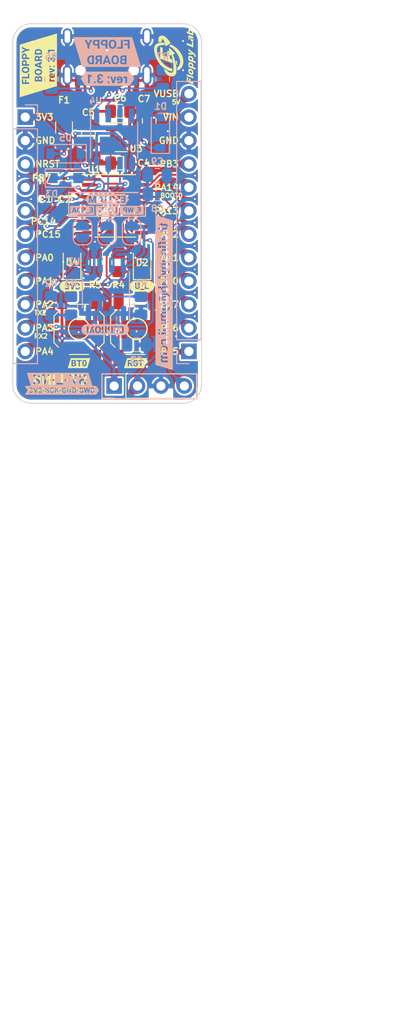
<source format=kicad_pcb>
(kicad_pcb (version 20221018) (generator pcbnew)
  (title_block (title "Floppy board 3.0") (date "2023-02-17") (rev "3.0"))
  (layers (0 "F.Cu" signal) (31 "B.Cu" signal) (34 "B.Paste" user) (35 "F.Paste" user) (36 "B.SilkS" user "B.Silkscreen") (37 "F.SilkS" user "F.Silkscreen") (38 "B.Mask" user) (39 "F.Mask" user) (44 "Edge.Cuts" user))
  (net 0 "")
  (net 1 "+3V3")
  (net 2 "GND")
  (net 3 "NRST")
  (net 4 "PA14{slash}SWCLK{slash}BOOT0")
  (net 5 "VBUS")
  (net 6 "VCC")
  (net 7 "Net-(D2-Pad1)")
  (net 8 "PC15")
  (net 9 "PA2{slash}TX2")
  (net 10 "VDD")
  (net 11 "PA3{slash}RX2")
  (net 12 "/VBUS_FUSED")
  (net 14 "Net-(J2-Pad4)")
  (net 15 "/D-")
  (net 16 "/D+")
  (net 18 "Net-(J2-Pad10)")
  (net 19 "PB7")
  (net 20 "PC14")
  (net 21 "PA0")
  (net 22 "PA1")
  (net 23 "PA4")
  (net 24 "PB3")
  (net 25 "PA13{slash}SWDIO")
  (net 26 "PA12")
  (net 27 "PA11")
  (net 28 "PB0")
  (net 29 "PA7")
  (net 30 "PA6")
  (net 31 "PA5")
  (net 32 "Net-(JP1-Pad1)")
  (net 33 "/VUSB")
  (net 34 "Net-(JP2-Pad1)")
  (net 36 "/WP")
  (net 37 "Net-(D4-Pad1)")
  (footprint "kibuzzard-644D5CBA" (layer "F.Cu") (at 165.8366 100.1268)
    (fp_text reference "kibuzzard-644D5CBA" hide)
    (fp_text value "G***" hide)
  )
  (footprint "kibuzzard-644D5C5F" (layer "F.Cu") (at 159.004 108.458)
    (fp_text reference "kibuzzard-644D5C5F" hide)
    (fp_text value "G***" hide)
  )
  (footprint "kibuzzard-644D5C93" (layer "F.Cu") (at 158.2674 100.1268)
    (fp_text reference "kibuzzard-644D5C93" hide)
    (fp_text value "G***" hide)
  )
  (footprint "LED_SMD:LED_0805_2012Metric_Pad1.15x1.40mm_HandSolder" (layer "F.Cu") (at 158.242 97.536 90)
    (fp_text reference "D4")
    (fp_text value "3V3_POWER_LED")
  )
  (footprint "Capacitor_SMD:C_0805_2012Metric_Pad1.18x1.45mm_HandSolder" (layer "F.Cu") (at 155.321 90.678 -90)
    (fp_text reference "C1")
    (fp_text value "4.7uF")
  )
  (footprint "kibuzzard-644D5C68" (layer "F.Cu") (at 165.1508 108.458)
    (fp_text reference "kibuzzard-644D5C68" hide)
    (fp_text value "G***" hide)
  )
  (footprint "_MIA footprint:SMD BUTTON 5.1x5.1" (layer "F.Cu") (at 165.1508 104.8004 -90)
    (fp_text reference "SW1" hide)
    (fp_text value "RESET_B")
  )
  (footprint "Resistor_SMD:R_0805_2012Metric_Pad1.20x1.40mm_HandSolder" (layer "F.Cu") (at 160.797 97.536 -90)
    (fp_text reference "R5")
    (fp_text value "1k")
  )
  (footprint "Capacitor_SMD:C_0805_2012Metric_Pad1.18x1.45mm_HandSolder" (layer "F.Cu") (at 163.4744 86.7664 180)
    (fp_text reference "C4")
    (fp_text value "1uF")
  )
  (footprint "kibuzzard-644D5758" (layer "F.Cu") (at 156.899466 110.221132)
    (fp_text reference "kibuzzard-644D5758" hide)
    (fp_text value "G***" hide)
  )
  (footprint "Capacitor_SMD:C_0805_2012Metric_Pad1.18x1.45mm_HandSolder" (layer "F.Cu") (at 163.4705 81.153 180)
    (fp_text reference "C6")
    (fp_text value "100nF")
  )
  (footprint "LED_SMD:LED_0805_2012Metric_Pad1.15x1.40mm_HandSolder" (layer "F.Cu") (at 165.862 97.536 90)
    (fp_text reference "D2")
    (fp_text value "USER_LED")
  )
  (footprint "kibuzzard-644D5750" (layer "F.Cu") (at 157.1498 111.4044)
    (fp_text reference "kibuzzard-644D5750" hide)
    (fp_text value "G***" hide)
  )
  (footprint "Connector_PinHeader_2.54mm:PinHeader_1x04_P2.54mm_Vertical" (layer "F.Cu") (at 162.822 110.938 90)
    (fp_text reference "J1" hide)
    (fp_text value "st-link")
  )
  (footprint "Resistor_SMD:R_0805_2012Metric_Pad1.20x1.40mm_HandSolder" (layer "F.Cu") (at 163.307 97.536 90)
    (fp_text reference "R4")
    (fp_text value "1K")
  )
  (footprint "_MIA footprint:SMD BUTTON 5.1x5.1" (layer "F.Cu") (at 159.004 104.8004 90)
    (fp_text reference "SW2" hide)
    (fp_text value "BOOT0/U_BUTT")
  )
  (footprint "Capacitor_SMD:C_0805_2012Metric_Pad1.18x1.45mm_HandSolder" (layer "F.Cu") (at 160.02 83.6676 90)
    (fp_text reference "C5")
    (fp_text value "1uF")
  )
  (footprint "Fuse:Fuse_1206_3216Metric_Pad1.42x1.75mm_HandSolder" (layer "F.Cu") (at 157.3784 82.9056 -90)
    (fp_text reference "F1")
    (fp_text value "500mA")
  )
  (footprint "kibuzzard-644D5F43" (layer "F.Cu") (at 154.5844 76.1746 90)
    (fp_text reference "kibuzzard-644D5F43" hide)
    (fp_text value "G***" hide)
  )
  (footprint "Capacitor_SMD:C_0805_2012Metric_Pad1.18x1.45mm_HandSolder" (layer "F.Cu") (at 157.48 90.678 -90)
    (fp_text reference "C2")
    (fp_text value "100nF")
  )
  (footprint "_MIA footprint:USB_C_304A-ACP16X" (layer "F.Cu") (at 162.057 73.0505 180)
    (fp_text reference "J2" hide)
    (fp_text value "USB-C_304A-ACP16X")
  )
  (footprint "Package_TO_SOT_SMD:SOT-23" (layer "F.Cu") (at 163.576 83.9724)
    (fp_text reference "U3")
    (fp_text value "H7233-1")
  )
  (footprint "LOGO" (layer "F.Cu") (at 169.509029 75.221753 90)
    (fp_text reference "G***" hide)
    (fp_text value "LOGO" hide)
  )
  (footprint "Capacitor_SMD:C_0805_2012Metric_Pad1.18x1.45mm_HandSolder" (layer "F.Cu") (at 166.624 82.1944 -90)
    (fp_text reference "C7")
    (fp_text value "10uF")
  )
  (footprint "Package_SO:TSSOP-20_4.4x6.5mm_P0.65mm" (layer "F.Cu") (at 162.941 91.406)
    (fp_text reference "U1")
    (fp_text value "STM32G03xxxxx")
  )
  (footprint "Connector_PinHeader_2.54mm:PinHeader_1x12_P2.54mm_Vertical" (layer "B.Cu") (at 170.942 107.188)
    (fp_text reference "J4" hide)
    (fp_text value "I/0 DX")
  )
  (footprint "Resistor_SMD:R_0805_2012Metric_Pad1.20x1.40mm_HandSolder" (layer "B.Cu") (at 165.735 102.235 -90)
    (fp_text reference "R1")
    (fp_text value "10k")
  )
  (footprint "Package_SO:SOP-8_3.9x4.9mm_P1.27mm" (layer "B.Cu") (at 161.925 100.457 90)
    (fp_text reference "U2")
    (fp_text value "AT24C32")
  )
  (footprint "kibuzzard-644D6722" (layer "B.Cu") (at 162.052 90.7034 180)
    (fp_text reference "kibuzzard-644D6722" hide)
    (fp_text value "G***" hide)
  )
  (footprint "kibuzzard-644D5AFD" (layer "B.Cu") (at 162.059041 91.8972 180)
    (fp_text reference "kibuzzard-644D5AFD" hide)
    (fp_text value "G***" hide)
  )
  (footprint "kibuzzard-644D571B" (layer "B.Cu") (at 156.8958 110.236 180)
    (fp_text reference "kibuzzard-644D571B" hide)
    (fp_text value "G***" hide)
  )
  (footprint "Resistor_SMD:R_0805_2012Metric_Pad1.20x1.40mm_HandSolder" (layer "B.Cu") (at 155.956 102.235 -90)
    (fp_text reference "R2")
    (fp_text value "5.1k")
  )
  (footprint "Jumper:SolderJumper-2_P1.3mm_Open_RoundedPad1.0x1.5mm" (layer "B.Cu") (at 159.385 94.234 90)
    (fp_text reference "JP1" hide)
    (fp_text value "SDA_JP")
  )
  (footprint "kibuzzard-644D5B14" (layer "B.Cu") (at 164.7444 91.8972 180)
    (fp_text reference "kibuzzard-644D5B14" hide)
    (fp_text value "G***" hide)
  )
  (footprint "Capacitor_SMD:C_0805_2012Metric_Pad1.18x1.45mm_HandSolder" (layer "B.Cu") (at 167.513 90.1192)
    (fp_text reference "C8")
    (fp_text value "100nF")
  )
  (footprint "Capacitor_SMD:C_0805_2012Metric_Pad1.18x1.45mm_HandSolder" (layer "B.Cu") (at 165.2524 106.4768)
    (fp_text reference "C3")
    (fp_text value "100nF")
  )
  (footprint "Diode_SMD:D_SOD-123" (layer "B.Cu") (at 167.8432 83.4644 90)
    (fp_text reference "D1")
    (fp_text value "SD103AW")
  )
  (footprint "kibuzzard-644D5AD1" (layer "B.Cu") (at 159.3596 91.8972 180)
    (fp_text reference "kibuzzard-644D5AD1" hide)
    (fp_text value "G***" hide)
  )
  (footprint "kibuzzard-644D5A83" (layer "B.Cu") (at 161.8488 104.8258 180)
    (fp_text reference "kibuzzard-644D5A83" hide)
    (fp_text value "G***" hide)
  )
  (footprint "Diode_SMD:D_SOD-123" (layer "B.Cu") (at 157.5308 85.7504 180)
    (fp_text reference "D5")
    (fp_text value "SD103AW")
  )
  (footprint "Package_SO:SOP-8_3.9x4.9mm_P1.27mm" (layer "B.Cu") (at 162.814 84.2772 -90)
    (fp_text reference "U4")
    (fp_text value "CH340N")
  )
  (footprint "Resistor_SMD:R_0805_2012Metric_Pad1.20x1.40mm_HandSolder" (layer "B.Cu") (at 168.0972 77.6732 90)
    (fp_text reference "R7")
    (fp_text value "5.1k")
  )
  (footprint "Resistor_SMD:R_0805_2012Metric_Pad1.20x1.40mm_HandSolder" (layer "B.Cu") (at 156.0068 77.6732 -90)
    (fp_text reference "R6")
    (fp_text value "5.1k")
  )
  (footprint "Jumper:SolderJumper-2_P1.3mm_Open_RoundedPad1.0x1.5mm" (layer "B.Cu") (at 162.052 94.234 90)
    (fp_text reference "JP2" hide)
    (fp_text value "SCL_JP")
  )
  (footprint "kibuzzard-644D5953" (layer "B.Cu") (at 162.1028 77.6224 180)
    (fp_text reference "kibuzzard-644D5953" hide)
    (fp_text value "G***" hide)
  )
  (footprint "kibuzzard-644D5814" (layer "B.Cu") (at 168.2496 100.8126 -90)
    (fp_text reference "kibuzzard-644D5814" hide)
    (fp_text value "G***" hide)
  )
  (footprint "Resistor_SMD:R_0805_2012Metric_Pad1.20x1.40mm_HandSolder" (layer "B.Cu") (at 158.115 102.235 90)
    (fp_text reference "R3")
    (fp_text value "5.1k")
  )
  (footprint "Diode_SMD:D_SOD-123F" (layer "B.Cu") (at 157.5308 88.392)
    (fp_text reference "D3")
    (fp_text value "SD103AW")
  )
  (footprint "Connector_PinHeader_2.54mm:PinHeader_1x11_P2.54mm_Vertical" (layer "B.Cu") (at 153.162 81.788 180)
    (fp_text reference "J3" hide)
    (fp_text value "I/O SX")
  )
  (footprint "kibuzzard-644D56F9" (layer "B.Cu") (at 157.1244 111.4044 180)
    (fp_text reference "kibuzzard-644D56F9" hide)
    (fp_text value "G***" hide)
  )
  (footprint "Jumper:SolderJumper-2_P1.3mm_Open_RoundedPad1.0x1.5mm" (layer "B.Cu") (at 164.719 94.234 90)
    (fp_text reference "JP3" hide)
    (fp_text value "WP_JP")
  )
  (footprint "kibuzzard-644D58F1" (layer "B.Cu") (at 162.052 74.7268 180)
    (fp_text reference "kibuzzard-644D58F1" hide)
    (fp_text value "G***" hide)
  )
  (footprint "Capacitor_SMD:C_0805_2012Metric_Pad1.18x1.45mm_HandSolder" (layer "B.Cu") (at 167.513 88.0872)
    (fp_text reference "C9")
    (fp_text value "100nF")
  )
  (gr_line (start 161.4932 109.6264) (end 161.4932 112.3188) (stroke (width 0.15)) (layer "B.SilkS"))
  (gr_line (start 157.8864 92.5322) (end 157.8864 89.9668) (stroke (width 0.15)) (layer "B.SilkS"))
  (gr_line (start 166.2176 92.5322) (end 166.2176 91.2368) (stroke (width 0.15)) (layer "B.SilkS"))
  (gr_line (start 166.2176 92.5322) (end 157.8864 92.5322) (stroke (width 0.15)) (layer "B.SilkS"))
  (gr_line (start 157.8864 89.9668) (end 165.4048 89.9668) (stroke (width 0.15)) (layer "B.SilkS"))
  (gr_line (start 171.8056 112.3188) (end 171.8056 109.6264) (stroke (width 0.15)) (layer "B.SilkS"))
  (gr_line (start 171.8056 109.6264) (end 161.4932 109.6264) (stroke (width 0.15)) (layer "B.SilkS"))
  (gr_line (start 161.4932 112.3188) (end 171.8056 112.3188) (stroke (width 0.15)) (layer "B.SilkS"))
  (gr_circle (center 159.004 104.7496) (end 159.004 103.6066) (stroke (width 0.15)) (fill none) (layer "F.SilkS"))
  (gr_circle (center 165.2524 104.7496) (end 165.2524 103.6066) (stroke (width 0.15)) (fill none) (layer "F.SilkS"))
  (gr_line (start 151.812 110.808) (end 151.812 73.66) (stroke (width 0.1)) (layer "Edge.Cuts"))
  (gr_line (start 153.812 71.66) (end 170.312 71.66) (stroke (width 0.1)) (layer "Edge.Cuts"))
  (gr_arc (start 172.312 110.808) (mid 171.726214 112.222214) (end 170.312 112.808) (stroke (width 0.1)) (layer "Edge.Cuts"))
  (gr_arc (start 153.812 112.808) (mid 152.397786 112.222214) (end 151.812 110.808) (stroke (width 0.1)) (layer "Edge.Cuts"))
  (gr_arc (start 151.812 73.66) (mid 152.397786 72.245786) (end 153.812 71.66) (stroke (width 0.1)) (layer "Edge.Cuts"))
  (gr_line (start 170.312 112.808) (end 153.812 112.808) (stroke (width 0.1)) (layer "Edge.Cuts"))
  (gr_arc (start 170.312 71.66) (mid 171.726214 72.245786) (end 172.312 73.66) (stroke (width 0.1)) (layer "Edge.Cuts"))
  (gr_line (start 172.312 73.66) (end 172.312 110.808) (stroke (width 0.1)) (layer "Edge.Cuts"))
  (gr_text "GND" (at 169.926 84.328) (layer "F.SilkS") (effects (font (size 0.7 0.7)) (justify right)))
  (gr_text "PA13" (at 169.926 91.948) (layer "F.SilkS") (effects (font (size 0.7 0.7)) (justify right)))
  (gr_text "3V3" (at 154.178 81.788) (layer "F.SilkS") (effects (font (size 0.7 0.7)) (justify left)))
  (gr_text "BOOT0" (at 167.767 90.297) (layer "F.SilkS") (effects (font (size 0.5 0.5) (thickness 0.125)) (justify left)))
  (gr_text "PA3" (at 154.178 104.648) (layer "F.SilkS") (effects (font (size 0.7 0.7)) (justify left)))
  (gr_text "PC15" (at 154.178 94.488) (layer "F.SilkS") (effects (font (size 0.7 0.7)) (justify left)))
  (gr_text "VIN" (at 169.926 81.788) (layer "F.SilkS") (effects (font (size 0.7 0.7)) (justify right)))
  (gr_text "PC14" (at 153.67 93.091) (layer "F.SilkS") (effects (font (size 0.7 0.7)) (justify left)))
  (gr_text "PA2" (at 154.178 102.108) (layer "F.SilkS") (effects (font (size 0.7 0.7)) (justify left)))
  (gr_text "TX2" (at 154.051 102.997) (layer "F.SilkS") (effects (font (size 0.5 0.5) (thickness 0.125)) (justify left)))
  (gr_text "PA6" (at 169.926 104.648) (layer "F.SilkS") (effects (font (size 0.7 0.7)) (justify right)))
  (gr_text "PA0" (at 154.178 97.028) (layer "F.SilkS") (effects (font (size 0.7 0.7)) (justify left)))
  (gr_text "PA7" (at 169.926 102.108) (layer "F.SilkS") (effects (font (size 0.7 0.7)) (justify right)))
  (gr_text "PB7" (at 153.797 88.392) (layer "F.SilkS") (effects (font (size 0.7 0.7)) (justify left)))
  (gr_text "NRST" (at 154.178 86.868) (layer "F.SilkS") (effects (font (size 0.7 0.7)) (justify left)))
  (gr_text "VUSB" (at 169.926 79.248) (layer "F.SilkS") (effects (font (size 0.7 0.7)) (justify right)))
  (gr_text "PB0" (at 169.926 99.568) (layer "F.SilkS") (effects (font (size 0.7 0.7)) (justify right)))
  (gr_text "PA12" (at 169.926 94.488) (layer "F.SilkS") (effects (font (size 0.7 0.7)) (justify right)))
  (gr_text "PA5" (at 169.926 107.188) (layer "F.SilkS") (effects (font (size 0.7 0.7)) (justify right)))
  (gr_text "GND" (at 154.178 84.328) (layer "F.SilkS") (effects (font (size 0.7 0.7)) (justify left)))
  (gr_text "PA14" (at 169.926 89.408) (layer "F.SilkS") (effects (font (size 0.7 0.7)) (justify right)))
  (gr_text "PA4" (at 154.178 107.188) (layer "F.SilkS") (effects (font (size 0.7 0.7)) (justify left)))
  (gr_text "PA1" (at 154.178 99.568) (layer "F.SilkS") (effects (font (size 0.7 0.7)) (justify left)))
  (gr_text "RX2" (at 154.051 105.537) (layer "F.SilkS") (effects (font (size 0.5 0.5) (thickness 0.125)) (justify left)))
  (gr_text "5V" (at 169.0116 80.1624) (layer "F.SilkS") (effects (font (size 0.5 0.5) (thickness 0.125)) (justify left)))
  (gr_text "PB3" (at 169.926 86.868) (layer "F.SilkS") (effects (font (size 0.7 0.7)) (justify right)))
  (gr_text "PA11" (at 169.926 97.028) (layer "F.SilkS") (effects (font (size 0.7 0.7)) (justify right)))
  (segment (start 157.154 105.7444) (end 157.154 101.7004) (width 0.3) (layer "F.Cu") (net 1))
  (segment (start 155.546231 88.420769) (end 155.321 88.646) (width 0.3) (layer "F.Cu") (net 1))
  (segment (start 157.411864 99.950136) (end 157.411864 99.947864) (width 0.3) (layer "F.Cu") (net 1))
  (segment (start 158.3475 89.6405) (end 157.48 89.6405) (width 0.3) (layer "F.Cu") (net 1))
  (segment (start 159.138 90.431) (end 158.3475 89.6405) (width 0.3) (layer "F.Cu") (net 1))
  (segment (start 157.1752 107.8792) (end 157.154 107.9004) (width 0.3) (layer "F.Cu") (net 1))
  (segment (start 157.154 101.7004) (end 157.1671 101.6873) (width 0.3) (layer "F.Cu") (net 1))
  (segment (start 157.2604 96.511) (end 158.242 96.511) (width 0.3) (layer "F.Cu") (net 1))
  (segment (start 157.1671 99.7031) (end 156.5402 99.0762) (width 0.3) (layer "F.Cu") (net 1))
  (segment (start 155.321 89.6405) (end 157.48 89.6405) (width 0.3) (layer "F.Cu") (net 1))
  (segment (start 162.132364 99.931664) (end 157.411864 99.931664) (width 0.3) (layer "F.Cu") (net 1))
  (segment (start 160.0785 90.431) (end 159.138 90.431) (width 0.3) (layer "F.Cu") (net 1))
  (segment (start 157.411864 99.947864) (end 157.1671 99.7031) (width 0.3) (layer "F.Cu") (net 1))
  (segment (start 158.6034 83.5718) (end 158.6034 84.3338) (width 0.3) (layer "F.Cu") (net 1))
  (segment (start 156.5402 97.2312) (end 157.2604 96.511) (width 0.3) (layer "F.Cu") (net 1))
  (segment (start 157.1671 99.8647) (end 157.1671 99.7031) (width 0.3) (layer "F.Cu") (net 1))
  (segment (start 157.411864 99.931664) (end 157.411864 99.950136) (width 0.3) (layer "F.Cu") (net 1))
  (segment (start 161.2099 84.7051) (end 160.02 84.7051) (width 0.3) (layer "F.Cu") (net 1))
  (segment (start 157.411864 99.931664) (end 157.395664 99.931664) (width 0.3) (layer "F.Cu") (net 1))
  (segment (start 157.1671 100.1949) (end 157.1671 99.8647) (width 0.3) (layer "F.Cu") (net 1))
  (segment (start 158.9747 84.7051) (end 160.02 84.7051) (width 0.3) (layer "F.Cu") (net 1))
  (segment (start 156.5402 99.0762) (end 156.5402 97.2312) (width 0.3) (layer "F.Cu") (net 1))
  (segment (start 157.411864 99.931664) (end 157.234064 99.931664) (width 0.3) (layer "F.Cu") (net 1))
  (segment (start 161.4272 84.9224) (end 161.2099 84.7051) (width 0.3) (layer "F.Cu") (net 1))
  (segment (start 155.321 88.646) (end 155.321 89.6405) (width 0.3) (layer "F.Cu") (net 1))
  (segment (start 157.411864 99.950136) (end 157.1671 100.1949) (width 0.3) (layer "F.Cu") (net 1))
  (segment (start 158.6034 84.3338) (end 158.9747 84.7051) (width 0.3) (layer "F.Cu") (net 1))
  (segment (start 157.813569 88.420769) (end 155.546231 88.420769) (width 0.3) (layer "F.Cu") (net 1))
  (segment (start 157.234064 99.931664) (end 157.1671 99.8647) (width 0.3) (layer "F.Cu") (net 1))
  (segment (start 162.6385 84.9224) (end 161.4272 84.9224) (width 0.3) (layer "F.Cu") (net 1))
  (segment (start 157.1752 105.7656) (end 157.154 105.7444) (width 0.3) (layer "F.Cu") (net 1))
  (segment (start 158.5976 83.566) (end 158.6034 83.5718) (width 0.3) (layer "F.Cu") (net 1))
  (segment (start 157.1752 105.7656) (end 157.1752 107.8792) (width 0.3) (layer "F.Cu") (net 1))
  (segment (start 157.1671 101.6873) (end 157.1671 100.1949) (width 0.3) (layer "F.Cu") (net 1))
  (via (at 157.1752 105.7656) (size 0.46) (drill 0.2) (layers "F.Cu" "B.Cu") (net 1))
  (via (at 158.5976 83.566) (size 0.46) (drill 0.2) (layers "F.Cu" "B.Cu") (net 1))
  (via (at 157.813569 88.420769) (size 0.46) (drill 0.2) (layers "F.Cu" "B.Cu") (net 1))
  (via (at 162.132364 99.931664) (size 0.46) (drill 0.2) (layers "F.Cu" "B.Cu") (net 1))
  (segment (start 158.5976 83.566) (end 158.611595 83.552005) (width 0.3) (layer "B.Cu") (net 1))
  (segment (start 164.719 92.7862) (end 164.719 93.584) (width 0.3) (layer "B.Cu") (net 1))
  (segment (start 160.4264 88.392) (end 160.909 87.9094) (width 0.3) (layer "B.Cu") (net 1))
  (segment (start 162.952405 83.552005) (end 164.719 85.3186) (width 0.3) (layer "B.Cu") (net 1))
  (segment (start 166.4755 91.0297) (end 164.719 92.7862) (width 0.3) (layer "B.Cu") (net 1))
  (segment (start 155.956 104.736344) (end 155.956 103.235) (width 0.3) (layer "B.Cu") (net 1))
  (segment (start 166.1502 86.9022) (end 164.719 86.9022) (width 0.3) (layer "B.Cu") (net 1))
  (segment (start 160.909 83.56341) (end 160.920405 83.552005) (width 0.3) (layer "B.Cu") (net 1))
  (segment (start 160.909 83.7438) (end 160.909 83.56341) (width 0.3) (layer "B.Cu") (net 1))
  (segment (start 166.4755 88.0872) (end 166.4755 87.2275) (width 0.3) (layer "B.Cu") (net 1))
  (segment (start 162.546828 99.5172) (end 163.3728 99.5172) (width 0.3) (layer "B.Cu") (net 1))
  (segment (start 161.202395 83.552005) (end 162.952405 83.552005) (width 0.3) (layer "B.Cu") (net 1))
  (segment (start 160.694395 83.552005) (end 160.920405 83.552005) (width 0.3) (layer "B.Cu") (net 1))
  (segment (start 158.611595 83.552005) (end 160.694395 83.552005) (width 0.3) (layer "B.Cu") (net 1))
  (segment (start 164.719 85.3186) (end 164.719 86.9022) (width 0.3) (layer "B.Cu") (net 1))
  (segment (start 166.0652 96.4692) (end 164.7024 97.832) (width 0.3) (layer "B.Cu") (net 1))
  (segment (start 166.4755 90.1192) (end 166.4755 88.0872) (width 0.3) (layer "B.Cu") (net 1))
  (segment (start 156.985256 105.7656) (end 155.956 104.736344) (width 0.3) (layer "B.Cu") (net 1))
  (segment (start 161.100795 83.552005) (end 161.202395 83.552005) (width 0.3) (layer "B.Cu") (net 1))
  (segment (start 163.3728 99.5172) (end 163.83 99.06) (width 0.3) (layer "B.Cu") (net 1))
  (segment (start 157.813569 88.420769) (end 157.842338 88.392) (width 0.3) (layer "B.Cu") (net 1))
  (segment (start 160.909 83.7438) (end 161.100795 83.552005) (width 0.3) (layer "B.Cu") (net 1))
  (segment (start 159.6644 105.7656) (end 162.822 108.9232) (width 0.3) (layer "B.Cu") (net 1))
  (segment (start 166.0652 93.8276) (end 166.0652 96.4692) (width 0.3) (layer "B.Cu") (net 1))
  (segment (start 166.4755 90.1192) (end 166.4755 91.0297) (width 0.3) (layer "B.Cu") (net 1))
  (segment (start 164.7024 97.832) (end 163.83 97.832) (width 0.3) (layer "B.Cu") (net 1))
  (segment (start 157.1752 105.7656) (end 159.6644 105.7656) (width 0.3) (layer "B.Cu") (net 1))
  (segment (start 155.956 103.235) (end 158.115 103.235) (width 0.3) (layer "B.Cu") (net 1))
  (segment (start 157.842338 88.392) (end 158.9308 88.392) (width 0.3) (layer "B.Cu") (net 1))
  (segment (start 158.9308 88.392) (end 160.4264 88.392) (width 0.3) (layer "B.Cu") (net 1))
  (segment (start 162.132364 99.931664) (end 162.546828 99.5172) (width 0.3) (layer "B.Cu") (net 1))
  (segment (start 166.4755 87.2275) (end 166.1502 86.9022) (width 0.3) (layer "B.Cu") (net 1))
  (segment (start 157.1752 105.7656) (end 156.985256 105.7656) (width 0.3) (layer "B.Cu") (net 1))
  (segment (start 162.822 108.9232) (end 162.822 110.938) (width 0.3) (layer "B.Cu") (net 1))
  (segment (start 165.8216 93.584) (end 166.0652 93.8276) (width 0.3) (layer "B.Cu") (net 1))
  (segment (start 160.909 83.7438) (end 160.717205 83.552005) (width 0.3) (layer "B.Cu") (net 1))
  (segment (start 160.909 86.9022) (end 160.909 83.7438) (width 0.3) (layer "B.Cu") (net 1))
  (segment (start 163.83 99.06) (end 163.83 97.832) (width 0.3) (layer "B.Cu") (net 1))
  (segment (start 164.719 93.584) (end 165.8216 93.584) (width 0.3) (layer "B.Cu") (net 1))
  (segment (start 160.909 87.9094) (end 160.909 86.9022) (width 0.3) (layer "B.Cu") (net 1))
  (segment (start 160.920405 83.552005) (end 161.202395 83.552005) (width 0.3) (layer "B.Cu") (net 1))
  (segment (start 160.717205 83.552005) (end 160.694395 83.552005) (width 0.3) (layer "B.Cu") (net 1))
  (segment (start 165.802 77.8055) (end 166.377 77.2305) (width 0.3) (layer "F.Cu") (net 2))
  (segment (start 158.2967 91.7155) (end 157.48 91.7155) (width 0.3) (layer "F.Cu") (net 2))
  (segment (start 158.9312 91.081) (end 158.2967 91.7155) (width 0.3) (layer "F.Cu") (net 2))
  (segment (start 158.312 77.8055) (end 157.737 77.2305) (width 0.3) (layer "F.Cu") (net 2))
  (segment (start 160.02 81.7372) (end 160.6042 81.153) (width 0.3) (layer "F.Cu") (net 2))
  (segment (start 157.48 91.7155) (end 156.337 91.7155) (width 0.3) (layer "F.Cu") (net 2))
  (segment (start 156.337 91.7155) (end 156.337 92.9386) (width 0.3) (layer "F.Cu") (net 2))
  (segment (start 160.0785 91.081) (end 158.9312 91.081) (width 0.3) (layer "F.Cu") (net 2))
  (segment (start 161.483 83.0224) (end 162.6385 83.0224) (width 0.3) (layer "F.Cu") (net 2))
  (segment (start 155.321 91.7155) (end 156.337 91.7155) (width 0.3) (layer "F.Cu") (net 2))
  (segment (start 160.6042 81.153) (end 162.433 81.153) (width 0.3) (layer "F.Cu") (net 2))
  (segment (start 158.857 77.8055) (end 158.312 77.8055) (width 0.3) (layer "F.Cu") (net 2))
  (segment (start 160.02 82.6301) (end 160.02 81.7372) (width 0.3) (layer "F.Cu") (net 2))
  (segment (start 161.0907 82.6301) (end 161.483 83.0224) (width 0.3) (layer "F.Cu") (net 2))
  (segment (start 160.02 82.6301) (end 161.0907 82.6301) (width 0.3) (layer "F.Cu") (net 2))
  (segment (start 165.257 77.8055) (end 165.802 77.8055) (width 0.3) (layer "F.Cu") (net 2))
  (via (at 165.2524 105.0251) (size 0.46) (drill 0.2) (layers "F.Cu" "B.Cu") (net 2))
  (via (at 162.052 105.41) (size 0.46) (drill 0.2) (layers "F.Cu" "B.Cu") (net 2))
  (via (at 164.6428 96.52) (size 0.46) (drill 0.2) (layers "F.Cu" "B.Cu") (net 2))
  (via (at 162.8475 100.1776) (size 0.46) (drill 0.2) (layers "F.Cu" "B.Cu") (net 2))
  (via (at 154.686 104.267) (size 0.46) (drill 0.2) (layers "F.Cu" "B.Cu") (net 2))
  (via (at 164.9984 99.9236) (size 0.46) (drill 0.2) (layers "F.Cu" "B.Cu") (net 2))
  (via (at 171.577 100.838) (size 0.46) (drill 0.2) (layers "F.Cu" "B.Cu") (net 2))
  (via (at 171.577 98.298) (size 0.46) (drill 0.2) (layers "F.Cu" "B.Cu") (net 2))
  (via (at 170.307 73.533) (size 0.46) (drill 0.2) (layers "F.Cu" "B.Cu") (net 2))
  (via (at 170.307 76.708) (size 0.46) (drill 0.2) (layers "F.Cu" "B.Cu") (net 2))
  (via (at 156.337 92.9386) (size 0.46) (drill 0.2) (layers "F.Cu" "B.Cu") (net 2))
  (via (at 171.577 93.218) (size 0.46) (drill 0.2) (layers "F.Cu" "B.Cu") (net 2))
  (via (at 160.7312 95.3008) (size 0.46) (drill 0.2) (layers "F.Cu" "B.Cu") (net 2))
  (via (at 154.686 99.314) (size 0.46) (drill 0.2) (layers "F.Cu" "B.Cu") (net 2))
  (via (at 154.2288 110.2868) (size 0.46) (drill 0.2) (layers "F.Cu" "B.Cu") (net 2))
  (via (at 168.656 83.312) (size 0.46) (drill 0.2) (layers "F.Cu" "B.Cu") (net 2))
  (via (at 152.5524 98.298) (size 0.46) (drill 0.2) (layers "F.Cu" "B.Cu") (net 2))
  (via (at 153.797 90.678) (size 0.46) (drill 0.2) (layers "F.Cu" "B.Cu") (net 2))
  (via (at 152.5016 88.1888) (size 0.46) (drill 0.2) (layers "F.Cu" "B.Cu") (net 2))
  (via (at 171.577 95.758) (size 0.46) (drill 0.2) (layers "F.Cu" "B.Cu") (net 2))
  (via (at 158.9532 105.1052) (size 0.46) (drill 0.2) (layers "F.Cu" "B.Cu") (net 2))
  (via (at 171.6024 88.138) (size 0.46) (drill 0.2) (layers "F.Cu" "B.Cu") (net 2))
  (via (at 158.5976 110.3376) (size 0.46) (drill 0.2) (layers "F.Cu" "B.Cu") (net 2))
  (via (at 171.577 90.678) (size 0.46) (drill 0.2) (layers "F.Cu" "B.Cu") (net 2))
  (via (at 153.924 78.994) (size 0.46) (drill 0.2) (layers "F.Cu" "B.Cu") (net 2))
  (via (at 162.052 74.5236) (size 0.46) (drill 0.2) (layers "F.Cu" "B.Cu") (net 2))
  (via (at 153.924 73.66) (size 0.46) (drill 0.2) (layers "F.Cu" "B.Cu") (net 2))
  (via (at 163.6268 92.4306) (size 0.46) (drill 0.2) (layers "F.Cu" "B.Cu") (net 2))
  (via (at 159.512 99.2378) (size 0.46) (drill 0.2) (layers "F.Cu" "B.Cu") (net 2))
  (via (at 162.061005 101.7092) (size 0.46) (drill 0.2) (layers "F.Cu" "B.Cu") (net 2))
  (via (at 169.6466 89.154) (size 0.46) (drill 0.2) (layers "F.Cu" "B.Cu") (net 2))
  (via (at 165.9636 97.5565) (size 0.46) (drill 0.2) (layers "F.Cu" "B.Cu") (net 2))
  (via (at 154.686 101.981) (size 0.46) (drill 0.2) (layers "F.Cu" "B.Cu") (net 2))
  (via (at 157.3022 97.5106) (size 0.46) (drill 0.2) (layers "F.Cu" "B.Cu") (net 2))
  (via (at 164.211 109.601) (size 0.46) (drill 0.2) (layers "F.Cu" "B.Cu") (net 2))
  (via (at 154.7114 94.3102) (size 0.46) (drill 0.2) (layers "F.Cu" "B.Cu") (net 2))
  (via (at 171.577 103.378) (size 0.46) (drill 0.2) (layers "F.Cu" "B.Cu") (net 2))
  (via (at 169.545 105.537) (size 0.46) (drill 0.2) (layers "F.Cu" "B.Cu") (net 2))
  (via (at 164.2872 90.3224) (size 0.46) (drill 0.2) (layers "F.Cu" "B.Cu") (net 2))
  (segment (start 162.5092 99.5172) (end 163.2204 99.5172) (width 0.2) (layer "F.Cu") (net 3))
  (segment (start 161.5948 90.9828) (end 161.5948 91.186) (width 0.2) (layer "F.Cu") (net 3))
  (segment (start 163.322 101.6792) (end 163.3008 101.7004) (width 0.2) (layer "F.Cu") (net 3))
  (segment (start 161.5948 91.186) (end 161.6456 91.1352) (width 0.2) (layer "F.Cu") (net 3))
  (segment (start 163.3008 105.08383) (end 163.3008 101.7004) (width 0.2) (layer "F.Cu") (net 3))
  (segment (start 161.7472 91.1352) (end 162.6108 91.1352) (width 0.2) (layer "F.Cu") (net 3))
  (segment (start 163.322 100.452634) (end 163.322 101.6792) (width 0.2) (layer "F.Cu") (net 3))
  (segment (start 163.3008 105.087032) (end 163.3008 107.9004) (width 0.2) (layer "F.Cu") (net 3))
  (segment (start 160.0785 91.731) (end 161.0498 91.731) (width 0.2) (layer "F.Cu") (net 3))
  (segment (start 163.068 95.197183) (end 162.0012 96.263983) (width 0.2) (layer "F.Cu") (net 3))
  (segment (start 162.0012 99.0092) (end 162.5092 99.5172) (width 0.2) (layer "F.Cu") (net 3))
  (segment (start 161.5694 90.9574) (end 161.5948 90.9828) (width 0.2) (layer "F.Cu") (net 3))
  (segment (start 163.302401 105.085431) (end 163.3008 105.08383) (width 0.2) (layer "F.Cu") (net 3))
  (segment (start 158.242 90.678) (end 154.9908 90.678) (width 0.2) (layer "F.Cu") (net 3))
  (segment (start 161.5694 90.9574) (end 161.7472 91.1352) (width 0.2) (layer "F.Cu") (net 3))
  (segment (start 161.6456 91.1352) (end 161.7472 91.1352) (width 0.2) (layer "F.Cu") (net 3))
  (segment (start 161.3408 90.7288) (end 161.5694 90.9574) (width 0.2) (layer "F.Cu") (net 3))
  (segment (start 163.4998 100.274834) (end 163.322 100.452634) (width 0.2) (layer "F.Cu") (net 3))
  (segment (start 161.0498 91.731) (end 161.5948 91.186) (width 0.2) (layer "F.Cu") (net 3))
  (segment (start 162.6108 91.1352) (end 163.068 91.5924) (width 0.2) (layer "F.Cu") (net 3))
  (segment (start 163.068 91.5924) (end 163.068 95.197183) (width 0.2) (layer "F.Cu") (net 3))
  (segment (start 162.0012 96.263983) (end 162.0012 99.0092) (width 0.2) (layer "F.Cu") (net 3))
  (segment (start 163.2204 99.5172) (end 163.4998 99.7966) (width 0.2) (layer "F.Cu") (net 3))
  (segment (start 163.302401 105.085431) (end 163.3008 105.087032) (width 0.2) (layer "F.Cu") (net 3))
  (segment (start 163.4998 99.7966) (end 163.4998 100.274834) (width 0.2) (layer "F.Cu") (net 3))
  (via (at 163.302401 105.085431) (size 0.46) (drill 0.2) (layers "F.Cu" "B.Cu") (net 3))
  (via (at 158.242 90.678) (size 0.46) (drill 0.2) (layers "F.Cu" "B.Cu") (net 3))
  (via (at 154.9908 90.678) (size 0.46) (drill 0.2) (layers "F.Cu" "B.Cu") (net 3))
  (via (at 161.3408 90.7288) (size 0.46) (drill 0.2) (layers "F.Cu" "B.Cu") (net 3))
  (segment (start 154.9908 88.6968) (end 153.162 86.868) (width 0.2) (layer "B.Cu") (net 3))
  (segment (start 154.9908 90.678) (end 154.9908 88.6968) (width 0.2) (layer "B.Cu") (net 3))
  (segment (start 161.40182 88.630114) (end 161.712286 88.94058) (width 0.2) (layer "B.Cu") (net 3))
  (segment (start 161.3408 89.858314) (end 161.3408 90.7288) (width 0.2) (layer "B.Cu") (net 3))
  (segment (start 161.712286 88.94058) (end 161.712286 89.486828) (width 0.2) (layer "B.Cu") (net 3))
  (segment (start 163.302401 105.085431) (end 163.861031 105.085431) (width 0.2) (layer "B.Cu") (net 3))
  (segment (start 160.848686 88.630114) (end 161.40182 88.630114) (width 0.2) (layer "B.Cu") (net 3))
  (segment (start 163.861031 105.085431) (end 164.2149 105.4393) (width 0.2) (layer "B.Cu") (net 3))
  (segment (start 158.8008 90.678) (end 160.848686 88.630114) (width 0.2) (layer "B.Cu") (net 3))
  (segment (start 161.712286 89.486828) (end 161.3408 89.858314) (width 0.2) (layer "B.Cu") (net 3))
  (segment (start 158.242 90.678) (end 158.8008 90.678) (width 0.2) (layer "B.Cu") (net 3))
  (segment (start 164.2149 105.4393) (end 164.2149 106.4768) (width 0.2) (layer "B.Cu") (net 3))
  (segment (start 165.8035 89.131) (end 166.6978 89.131) (width 0.2) (layer "F.Cu") (net 4))
  (segment (start 165.362 110.938) (end 165.362 110.9392) (width 0.2) (layer "F.Cu") (net 4))
  (segment (start 165.362 110.9392) (end 163.9932 112.308) (width 0.2) (layer "F.Cu") (net 4))
  (segment (start 167.7924 88.0364) (end 169.5704 88.0364) (width 0.2) (layer "F.Cu") (net 4))
  (segment (start 161.4824 112.308) (end 160.854 111.6796) (width 0.2) (layer "F.Cu") (net 4))
  (segment (start 166.6978 89.131) (end 167.7924 88.0364) (width 0.2) (layer "F.Cu") (net 4))
  (segment (start 160.854 101.7004) (end 160.854 107.9004) (width 0.2) (layer "F.Cu") (net 4))
  (segment (start 160.854 111.6796) (end 160.854 108.383) (width 0.2) (layer "F.Cu") (net 4))
  (segment (start 163.9932 112.308) (end 161.4824 112.308) (width 0.2) (layer "F.Cu") (net 4))
  (segment (start 169.5704 88.0364) (end 170.942 89.408) (width 0.2) (layer "F.Cu") (net 4))
  (segment (start 167.6908 107.2548) (end 165.362 109.5836) (width 0.2) (layer "B.Cu") (net 4))
  (segment (start 170.942 89.408) (end 167.6908 92.6592) (width 0.2) (layer "B.Cu") (net 4))
  (segment (start 165.362 109.5836) (end 165.362 110.938) (width 0.2) (layer "B.Cu") (net 4))
  (segment (start 167.6908 92.6592) (end 167.6908 107.2548) (width 0.2) (layer "B.Cu") (net 4))
  (segment (start 164.508 81.153) (end 164.508 83.9669) (width 0.3) (layer "F.Cu") (net 5))
  (segment (start 166.624 81.1569) (end 164.5119 81.1569) (width 0.3) (layer "F.Cu") (net 5))
  (segment (start 164.508 83.9669) (end 164.5135 83.9724) (width 0.3) (layer "F.Cu") (net 5))
  (segment (start 164.5135 83.9724) (end 164.5135 86.7648) (width 0.3) (layer "F.Cu") (net 5))
  (segment (start 166.624 81.1569) (end 169.0331 81.1569) (width 0.3) (layer "F.Cu") (net 5))
  (segment (start 161.5948 88.138) (end 164.1348 88.138) (width 0.3) (layer "F.Cu") (net 5))
  (segment (start 165.5064 83.9724) (end 164.5135 83.9724) (width 0.3) (layer "F.Cu") (net 5))
  (segment (start 160.4772 87.0204) (end 161.5948 88.138) (width 0.3) (layer "F.Cu") (net 5))
  (segment (start 164.5119 87.7609) (end 164.5119 86.7664) (width 0.3) (layer "F.Cu") (net 5))
  (segment (start 159.6644 87.0204) (end 160.4772 87.0204) (width 0.3) (layer "F.Cu") (net 5))
  (segment (start 164.5135 86.7648) (end 164.5119 86.7664) (width 0.3) (layer "F.Cu") (net 5))
  (segment (start 164.1348 88.138) (end 164.5119 87.7609) (width 0.3) (layer "F.Cu") (net 5))
  (segment (start 164.5119 81.1569) (end 164.508 81.153) (width 0.3) (layer "F.Cu") (net 5))
  (segment (start 166.0652 84.5312) (end 165.5064 83.9724) (width 0.3) (layer "F.Cu") (net 5))
  (segment (start 169.0331 81.1569) (end 170.942 79.248) (width 0.3) (layer "F.Cu") (net 5))
  (via (at 159.6644 87.0204) (size 0.46) (drill 0.2) (layers "F.Cu" "B.Cu") (net 5))
  (via (at 166.0652 84.5312) (size 0.46) (drill 0.2) (layers "F.Cu" "B.Cu") (net 5))
  (segment (start 166.6484 85.1144) (end 167.8432 85.1144) (width 0.3) (layer "B.Cu") (net 5))
  (segment (start 166.0652 84.5312) (end 166.6484 85.1144) (width 0.3) (layer "B.Cu") (net 5))
  (segment (start 159.1808 85.7504) (end 159.1808 86.5368) (width 0.3) (layer "B.Cu") (net 5))
  (segment (start 159.1808 86.5368) (end 159.6644 87.0204) (width 0.3) (layer "B.Cu") (net 5))
  (segment (start 167.8432 81.8144) (end 167.8696 81.788) (width 0.3) (layer "B.Cu") (net 6))
  (segment (start 167.8696 81.788) (end 170.942 81.788) (width 0.3) (layer "B.Cu") (net 6))
  (segment (start 165.837 98.536) (end 165.862 98.561) (width 0.2) (layer "F.Cu") (net 7))
  (segment (start 163.307 98.536) (end 165.837 98.536) (width 0.2) (layer "F.Cu") (net 7))
  (segment (start 165.862 96.511) (end 165.862 95.8596) (width 0.2) (layer "F.Cu") (net 8))
  (segment (start 164.1856 94.1832) (end 164.1856 91.8972) (width 0.2) (layer "F.Cu") (net 8))
  (segment (start 164.1856 91.8972) (end 162.0694 89.781) (width 0.2) (layer "F.Cu") (net 8))
  (segment (start 159.307538 89.781) (end 158.943869 89.417331) (width 0.2) (layer "F.Cu") (net 8))
  (segment (start 160.0785 89.781) (end 159.307538 89.781) (width 0.2) (layer "F.Cu") (net 8))
  (segment (start 162.0694 89.781) (end 160.0785 89.781) (width 0.2) (layer "F.Cu") (net 8))
  (segment (start 165.862 95.8596) (end 164.1856 94.1832) (width 0.2) (layer "F.Cu") (net 8))
  (via (at 158.943869 89.417331) (size 0.46) (drill 0.2) (layers "F.Cu" "B.Cu") (net 8))
  (segment (start 158.943869 89.417331) (end 158.232669 89.417331) (width 0.2) (layer "B.Cu") (net 8))
  (segment (start 158.232669 89.417331) (end 153.162 94.488) (width 0.2) (layer "B.Cu") (net 8))
  (segment (start 161.1318 93.681) (end 160.0785 93.681) (width 0.2) (layer "F.Cu") (net 9))
  (segment (start 155.3464 96.8248) (end 155.3464 99.9236) (width 0.2) (layer "F.Cu") (net 9))
  (segment (start 158.4902 93.681) (end 155.3464 96.8248) (width 0.2) (layer "F.Cu") (net 9))
  (segment (start 160.0785 93.681) (end 158.4902 93.681) (width 0.2) (layer "F.Cu") (net 9))
  (segment (start 161.29 92.2528) (end 161.29 93.5228) (width 0.2) (layer "F.Cu") (net 9))
  (segment (start 161.29 93.5228) (end 161.1318 93.681) (width 0.2) (layer "F.Cu") (net 9))
  (segment (start 155.3464 99.9236) (end 153.162 102.108) (width 0.2) (layer "F.Cu") (net 9))
  (via (at 161.29 92.2528) (size 0.46) (drill 0.2) (layers "F.Cu" "B.Cu") (net 9))
  (segment (start 162.179 89.5858) (end 161.8996 89.8652) (width 0.2) (layer "B.Cu") (net 9))
  (segment (start 161.8996 91.3384) (end 161.29 91.948) (width 0.2) (layer "B.Cu") (net 9))
  (segment (start 161.8996 89.8652) (end 161.8996 91.3384) (width 0.2) (layer "B.Cu") (net 9))
  (segment (start 162.179 86.9022) (end 162.179 89.5858) (width 0.2) (layer "B.Cu") (net 9))
  (segment (start 161.29 91.948) (end 161.29 92.2528) (width 0.2) (layer "B.Cu") (net 9))
  (segment (start 158.0896 87.3252) (end 157.0228 88.392) (width 0.3) (layer "B.Cu") (net 10))
  (segment (start 158.0896 84.3788) (end 158.0896 87.3252) (width 0.3) (layer "B.Cu") (net 10))
  (segment (start 153.162 81.788) (end 155.4988 81.788) (width 0.3) (layer "B.Cu") (net 10))
  (segment (start 155.4988 81.788) (end 158.0896 84.3788) (width 0.3) (layer "B.Cu") (net 10))
  (segment (start 157.0228 88.392) (end 156.1308 88.392) (width 0.3) (layer "B.Cu") (net 10))
  (segment (start 162.414186 93.262214) (end 161.3454 94.331) (width 0.2) (layer "F.Cu") (net 11))
  (segment (start 158.653 94.331) (end 156.0576 96.9264) (width 0.2) (layer "F.Cu") (net 11))
  (segment (start 161.3454 94.331) (end 160.0785 94.331) (width 0.2) (layer "F.Cu") (net 11))
  (segment (start 156.0576 96.9264) (end 156.0576 101.7524) (width 0.2) (layer "F.Cu") (net 11))
  (segment (start 156.0576 101.7524) (end 153.162 104.648) (width 0.2) (layer "F.Cu") (net 11))
  (segment (start 162.414186 91.903786) (end 162.414186 93.262214) (width 0.2) (layer "F.Cu") (net 11))
  (segment (start 160.0785 94.331) (end 158.653 94.331) (width 0.2) (layer "F.Cu") (net 11))
  (via (at 162.414186 91.903786) (size 0.46) (drill 0.2) (layers "F.Cu" "B.Cu") (net 11))
  (segment (start 162.414186 89.960214) (end 163.449 88.9254) (width 0.2) (layer "B.Cu") (net 11))
  (segment (start 163.449 88.9254) (end 163.449 86.9022) (width 0.2) (layer "B.Cu") (net 11))
  (segment (start 162.414186 91.903786) (end 162.414186 89.960214) (width 0.2) (layer "B.Cu") (net 11))
  (segment (start 157.3784 84.3931) (end 157.3784 85.7504) (width 0.3) (layer "F.Cu") (net 12))
  (via (at 157.3784 85.7504) (size 0.46) (drill 0.2) (layers "F.Cu" "B.Cu") (net 12))
  (segment (start 157.3784 85.7504) (end 155.8808 85.7504) (width 0.3) (layer "B.Cu") (net 12))
  (segment (start 163.307 78.5472) (end 163.307 77.8055) (width 0.2) (layer "F.Cu") (net 14))
  (segment (start 163.6776 78.9178) (end 163.307 78.5472) (width 0.2) (layer "F.Cu") (net 14))
  (segment (start 163.7284 78.9178) (end 163.6776 78.9178) (width 0.2) (layer "F.Cu") (net 14))
  (via (at 163.7284 78.9178) (size 0.46) (drill 0.2) (layers "F.Cu" "B.Cu") (net 14))
  (segment (start 163.7284 78.9178) (end 163.973 78.6732) (width 0.2) (layer "B.Cu") (net 14))
  (segment (start 163.973 78.6732) (end 168.0972 78.6732) (width 0.2) (layer "B.Cu") (net 14))
  (segment (start 161.807 76.953) (end 161.807 77.8055) (width 0.2) (layer "F.Cu") (net 15))
  (segment (start 163.1188 79.375) (end 163.1188 78.979801) (width 0.2) (layer "F.Cu") (net 15))
  (segment (start 162.807 78.668001) (end 162.807 77.8055) (width 0.2) (layer "F.Cu") (net 15))
  (segment (start 162.807 77.8055) (end 162.807 76.955) (width 0.2) (layer "F.Cu") (net 15))
  (segment (start 162.0012 76.7588) (end 161.807 76.953) (width 0.2) (layer "F.Cu") (net 15))
  (segment (start 162.807 76.955) (end 162.6108 76.7588) (width 0.2) (layer "F.Cu") (net 15))
  (segment (start 162.6108 76.7588) (end 162.0012 76.7588) (width 0.2) (layer "F.Cu") (net 15))
  (segment (start 163.1188 78.979801) (end 162.807 78.668001) (width 0.2) (layer "F.Cu") (net 15))
  (via (at 163.1188 79.375) (size 0.46) (drill 0.2) (layers "F.Cu" "B.Cu") (net 15))
  (segment (start 162.179 80.3148) (end 162.179 81.6522) (width 0.2) (layer "B.Cu") (net 15))
  (segment (start 163.1188 79.375) (end 162.179 80.3148) (width 0.2) (layer "B.Cu") (net 15))
  (segment (start 162.1208 78.8167) (end 162.307 78.6305) (width 0.2) (layer "F.Cu") (net 16))
  (segment (start 162.2806 79.3496) (end 162.307 79.3232) (width 0.2) (layer "F.Cu") (net 16))
  (segment (start 162.1815 78.8167) (end 162.307 78.9422) (width 0.2) (layer "F.Cu") (net 16))
  (segment (start 161.307 78.6305) (end 161.4932 78.8167) (width 0.2) (layer "F.Cu") (net 16))
  (segment (start 162.307 78.9422) (end 162.307 77.8055) (width 0.2) (layer "F.Cu") (net 16))
  (segment (start 162.1208 78.8167) (end 162.1815 78.8167) (width 0.2) (layer "F.Cu") (net 16))
  (segment (start 161.4932 78.8167) (end 162.1208 78.8167) (width 0.2) (layer "F.Cu") (net 16))
  (segment (start 161.307 77.8055) (end 161.307 78.6305) (width 0.2) (layer "F.Cu") (net 16))
  (segment (start 162.307 79.3232) (end 162.307 78.9422) (width 0.2) (layer "F.Cu") (net 16))
  (segment (start 162.307 78.6305) (end 162.307 77.8055) (width 0.2) (layer "F.Cu") (net 16))
  (via (at 162.2806 79.3496) (size 0.46) (drill 0.2) (layers "F.Cu" "B.Cu") (net 16))
  (segment (start 160.909 80.7212) (end 160.909 81.6522) (width 0.2) (layer "B.Cu") (net 16))
  (segment (start 162.2806 79.3496) (end 160.909 80.7212) (width 0.2) (layer "B.Cu") (net 16))
  (segment (start 160.307 77.8055) (end 160.307 78.9102) (width 0.2) (layer "F.Cu") (net 18))
  (segment (start 160.307 78.9102) (end 160.2994 78.9178) (width 0.2) (layer "F.Cu") (net 18))
  (via (at 160.2994 78.9178) (size 0.46) (drill 0.2) (layers "F.Cu" "B.Cu") (net 18))
  (segment (start 160.0548 78.6732) (end 156.0068 78.6732) (width 0.2) (layer "B.Cu") (net 18))
  (segment (start 160.2994 78.9178) (end 160.0548 78.6732) (width 0.2) (layer "B.Cu") (net 18))
  (segment (start 161.7726 89.0016) (end 161.252 88.481) (width 0.2) (layer "F.Cu") (net 19))
  (segment (start 164.0332 89.0016) (end 161.7726 89.0016) (width 0.2) (layer "F.Cu") (net 19))
  (segment (start 154.94 87.63) (end 153.162 89.408) (width 0.2) (layer "F.Cu") (net 19))
  (segment (start 159.639 87.63) (end 154.94 87.63) (width 0.2) (layer "F.Cu") (net 19))
  (segment (start 161.252 88.481) (end 160.0785 88.481) (width 0.2) (layer "F.Cu") (net 19))
  (segment (start 160.0785 88.481) (end 160.0785 88.0695) (width 0.2) (layer "F.Cu") (net 19))
  (segment (start 160.0785 88.0695) (end 159.639 87.63) (width 0.2) (layer "F.Cu") (net 19))
  (via (at 164.0332 89.0016) (size 0.46) (drill 0.2) (layers "F.Cu" "B.Cu") (net 19))
  (segment (start 163.1696 91.8972) (end 162.052 93.0148) (width 0.2) (layer "B.Cu") (net 19))
  (segment (start 162.052 93.0148) (end 162.052 93.584) (width 0.2) (layer "B.Cu") (net 19))
  (segment (start 163.1696 89.8652) (end 163.1696 91.8972) (width 0.2) (layer "B.Cu") (net 19))
  (segment (start 164.0332 89.0016) (end 163.1696 89.8652) (width 0.2) (layer "B.Cu") (net 19))
  (segment (start 153.8986 91.948) (end 153.162 91.948) (width 0.2) (layer "F.Cu") (net 20))
  (segment (start 161.125215 89.131) (end 160.0785 89.131) (width 0.2) (layer "F.Cu") (net 20))
  (segment (start 161.182786 89.188571) (end 161.125215 89.131) (width 0.2) (layer "F.Cu") (net 20))
  (segment (start 155.5496 93.599) (end 153.8986 91.948) (width 0.2) (layer "F.Cu") (net 20))
  (via (at 161.182786 89.188571) (size 0.46) (drill 0.2) (layers "F.Cu" "B.Cu") (net 20))
  (via (at 155.5496 93.599) (size 0.46) (drill 0.2) (layers "F.Cu" "B.Cu") (net 20))
  (segment (start 161.182786 89.188571) (end 159.385 90.986357) (width 0.2) (layer "B.Cu") (net 20))
  (segment (start 155.5496 93.599) (end 156.9212 93.599) (width 0.2) (layer "B.Cu") (net 20))
  (segment (start 157.988 92.5322) (end 159.2326 92.5322) (width 0.2) (layer "B.Cu") (net 20))
  (segment (start 159.2326 92.5322) (end 159.385 92.6846) (width 0.2) (layer "B.Cu") (net 20))
  (segment (start 159.385 92.5322) (end 159.385 92.3798) (width 0.2) (layer "B.Cu") (net 20))
  (segment (start 159.385 92.6846) (end 159.385 92.5322) (width 0.2) (layer "B.Cu") (net 20))
  (segment (start 159.2326 92.5322) (end 159.385 92.5322) (width 0.2) (layer "B.Cu") (net 20))
  (segment (start 159.2326 92.5322) (end 159.385 92.3798) (width 0.2) (layer "B.Cu") (net 20))
  (segment (start 159.385 90.986357) (end 159.385 93.584) (width 0.2) (layer "B.Cu") (net 20))
  (segment (start 159.385 93.584) (end 159.385 92.6846) (width 0.2) (layer "B.Cu") (net 20))
  (segment (start 156.9212 93.599) (end 157.988 92.5322) (width 0.2) (layer "B.Cu") (net 20))
  (segment (start 153.2128 97.028) (end 153.162 97.028) (width 0.2) (layer "F.Cu") (net 21))
  (segment (start 160.0785 92.381) (end 159.0282 92.381) (width 0.2) (layer "F.Cu") (net 21))
  (segment (start 157.6324 92.6084) (end 153.2128 97.028) (width 0.2) (layer "F.Cu") (net 21))
  (segment (start 159.0282 92.381) (end 158.8008 92.6084) (width 0.2) (layer "F.Cu") (net 21))
  (segment (start 158.8008 92.6084) (end 157.6324 92.6084) (width 0.2) (layer "F.Cu") (net 21))
  (segment (start 154.6352 96.5708) (end 154.6352 98.0948) (width 0.2) (layer "F.Cu") (net 22))
  (segment (start 158.175 93.031) (end 154.6352 96.5708) (width 0.2) (layer "F.Cu") (net 22))
  (segment (start 154.6352 98.0948) (end 153.162 99.568) (width 0.2) (layer "F.Cu") (net 22))
  (segment (start 160.0785 93.031) (end 158.175 93.031) (width 0.2) (layer "F.Cu") (net 22))
  (segment (start 166.7256 95.1484) (end 166.1668 95.1484) (width 0.2) (layer "F.Cu") (net 23))
  (segment (start 155.8544 104.4956) (end 153.162 107.188) (width 0.2) (layer "F.Cu") (net 23))
  (segment (start 165.8035 94.7851) (end 165.8035 94.331) (width 0.2) (layer "F.Cu") (net 23))
  (segment (start 156.5355 104.4956) (end 155.8544 104.4956) (width 0.2) (layer "F.Cu") (net 23))
  (segment (start 166.1668 95.1484) (end 165.8035 94.7851) (width 0.2) (layer "F.Cu") (net 23))
  (via (at 166.7256 95.1484) (size 0.46) (drill 0.2) (layers "F.Cu" "B.Cu") (net 23))
  (via (at 156.5355 104.4956) (size 0.46) (drill 0.2) (layers "F.Cu" "B.Cu") (net 23))
  (segment (start 167.0304 103.8352) (end 167.0304 95.4532) (width 0.2) (layer "B.Cu") (net 23))
  (segment (start 156.5355 104.4956) (end 166.37 104.4956) (width 0.2) (layer "B.Cu") (net 23))
  (segment (start 167.0304 95.4532) (end 166.7256 95.1484) (width 0.2) (layer "B.Cu") (net 23))
  (segment (start 166.37 104.4956) (end 167.0304 103.8352) (width 0.2) (layer "B.Cu") (net 23))
  (segment (start 165.8035 88.481) (end 165.8035 87.6377) (width 0.2) (layer "F.Cu") (net 24))
  (segment (start 166.5732 86.868) (end 170.942 86.868) (width 0.2) (layer "F.Cu") (net 24))
  (segment (start 165.8035 87.6377) (end 166.5732 86.868) (width 0.2) (layer "F.Cu") (net 24))
  (segment (start 168.775 89.781) (end 170.942 91.948) (width 0.2) (layer "F.Cu") (net 25))
  (segment (start 165.8035 89.781) (end 168.775 89.781) (width 0.2) (layer "F.Cu") (net 25))
  (segment (start 168.7576 94.1324) (end 170.942 91.948) (width 0.2) (layer "B.Cu") (net 25))
  (segment (start 170.442 110.938) (end 168.7576 109.2536) (width 0.2) (layer "B.Cu") (net 25))
  (segment (start 168.7576 109.2536) (end 168.7576 94.1324) (width 0.2) (layer "B.Cu") (net 25))
  (segment (start 169.672 92.0496) (end 169.672 93.218) (width 0.2) (layer "F.Cu") (net 26))
  (segment (start 169.672 93.218) (end 170.942 94.488) (width 0.2) (layer "F.Cu") (net 26))
  (segment (start 165.8035 90.431) (end 168.0534 90.431) (width 0.2) (layer "F.Cu") (net 26))
  (segment (start 168.0534 90.431) (end 169.672 92.0496) (width 0.2) (layer "F.Cu") (net 26))
  (segment (start 167.5858 91.081) (end 169.2148 92.71) (width 0.2) (layer "F.Cu") (net 27))
  (segment (start 165.8035 91.081) (end 167.5858 91.081) (width 0.2) (layer "F.Cu") (net 27))
  (segment (start 169.2148 92.71) (end 169.2148 95.3008) (width 0.2) (layer "F.Cu") (net 27))
  (segment (start 169.2148 95.3008) (end 170.942 97.028) (width 0.2) (layer "F.Cu") (net 27))
  (segment (start 167.169 91.731) (end 168.7576 93.3196) (width 0.2) (layer "F.Cu") (net 28))
  (segment (start 168.7576 97.3836) (end 170.942 99.568) (width 0.2) (layer "F.Cu") (net 28))
  (segment (start 165.8035 91.731) (end 167.169 91.731) (width 0.2) (layer "F.Cu") (net 28))
  (segment (start 168.7576 93.3196) (end 168.7576 97.3836) (width 0.2) (layer "F.Cu") (net 28))
  (segment (start 165.8035 92.381) (end 166.9046 92.381) (width 0.2) (layer "F.Cu") (net 29))
  (segment (start 170.0784 101.2444) (end 170.942 102.108) (width 0.2) (layer "F.Cu") (net 29))
  (segment (start 170.0784 100.5332) (end 170.0784 101.2444) (width 0.2) (layer "F.Cu") (net 29))
  (segment (start 168.3004 98.7552) (end 170.0784 100.5332) (width 0.2) (layer "F.Cu") (net 29))
  (segment (start 166.9046 92.381) (end 168.3004 93.7768) (width 0.2) (layer "F.Cu") (net 29))
  (segment (start 168.3004 93.7768) (end 168.3004 98.7552) (width 0.2) (layer "F.Cu") (net 29))
  (segment (start 169.6212 103.3272) (end 170.942 104.648) (width 0.2) (layer "F.Cu") (net 30))
  (segment (start 166.7926 93.031) (end 167.8432 94.0816) (width 0.2) (layer "F.Cu") (net 30))
  (segment (start 167.8432 94.0816) (end 167.8432 99.4156) (width 0.2) (layer "F.Cu") (net 30))
  (segment (start 167.8432 99.4156) (end 169.6212 101.1936) (width 0.2) (layer "F.Cu") (net 30))
  (segment (start 165.8035 93.031) (end 166.7926 93.031) (width 0.2) (layer "F.Cu") (net 30))
  (segment (start 169.6212 101.1936) (end 169.6212 103.3272) (width 0.2) (layer "F.Cu") (net 30))
  (segment (start 168.7068 106.426) (end 169.4688 107.188) (width 0.2) (layer "F.Cu") (net 31))
  (segment (start 165.8035 93.681) (end 166.7822 93.681) (width 0.2) (layer "F.Cu") (net 31))
  (segment (start 167.386 94.2848) (end 167.386 99.822) (width 0.2) (layer "F.Cu") (net 31))
  (segment (start 169.4688 107.188) (end 170.942 107.188) (width 0.2) (layer "F.Cu") (net 31))
  (segment (start 168.7068 101.1428) (end 168.7068 106.426) (width 0.2) (layer "F.Cu") (net 31))
  (segment (start 166.7822 93.681) (end 167.386 94.2848) (width 0.2) (layer "F.Cu") (net 31))
  (segment (start 167.386 99.822) (end 168.7068 101.1428) (width 0.2) (layer "F.Cu") (net 31))
  (segment (start 155.956 100.2792) (end 158.4032 97.832) (width 0.2) (layer "B.Cu") (net 32))
  (segment (start 160.02 97.832) (end 160.02 96.3676) (width 0.2) (layer "B.Cu") (net 32))
  (segment (start 159.385 95.7326) (end 159.385 94.884) (width 0.2) (layer "B.Cu") (net 32))
  (segment (start 158.4032 97.832) (end 160.02 97.832) (width 0.2) (layer "B.Cu") (net 32))
  (segment (start 155.956 101.235) (end 155.956 100.2792) (width 0.2) (layer "B.Cu") (net 32))
  (segment (start 160.02 96.3676) (end 159.385 95.7326) (width 0.2) (layer "B.Cu") (net 32))
  (segment (start 159.9396 79.955) (end 159.657 79.6724) (width 0.3) (layer "F.Cu") (net 33))
  (segment (start 159.657 79.992) (end 159.657 79.6724) (width 0.3) (layer "F.Cu") (net 33))
  (segment (start 159.657 79.6724) (end 159.657 77.8055) (width 0.3) (layer "F.Cu") (net 33))
  (segment (start 157.3784 81.4181) (end 158.7135 81.4181) (width 0.3) (layer "F.Cu") (net 33))
  (segment (start 163.6818 79.955) (end 159.9396 79.955) (width 0.3) (layer "F.Cu") (net 33))
  (segment (start 159.657 80.4746) (end 159.657 80.2312) (width 0.3) (layer "F.Cu") (net 33))
  (segment (start 159.9396 79.955) (end 159.694 79.955) (width 0.3) (layer "F.Cu") (net 33))
  (segment (start 158.7135 81.4181) (end 159.657 80.4746) (width 0.3) (layer "F.Cu") (net 33))
  (segment (start 159.9332 79.955) (end 159.657 80.2312) (width 0.3) (layer "F.Cu") (net 33))
  (segment (start 159.9396 79.955) (end 159.9332 79.955) (width 0.3) (layer "F.Cu") (net 33))
  (segment (start 159.694 79.955) (end 159.657 79.992) (width 0.3) (layer "F.Cu") (net 33))
  (segment (start 164.457 77.8055) (end 164.457 79.1798) (width 0.3) (layer "F.Cu") (net 33))
  (segment (start 159.657 80.2312) (end 159.657 79.992) (width 0.3) (layer "F.Cu") (net 33))
  (segment (start 164.457 79.1798) (end 163.6818 79.955) (width 0.3) (layer "F.Cu") (net 33))
  (segment (start 161.29 96.4184) (end 161.29 97.832) (width 0.2) (layer "B.Cu") (net 34))
  (segment (start 161.29 99.2632) (end 161.29 97.832) (width 0.2) (layer "B.Cu") (net 34))
  (segment (start 158.5976 99.9236) (end 160.6296 99.9236) (width 0.2) (layer "B.Cu") (net 34))
  (segment (start 162.052 95.6564) (end 161.29 96.4184) (width 0.2) (layer "B.Cu") (net 34))
  (segment (start 162.052 94.884) (end 162.052 95.6564) (width 0.2) (layer "B.Cu") (net 34))
  (segment (start 158.115 101.235) (end 158.115 100.4062) (width 0.2) (layer "B.Cu") (net 34))
  (segment (start 160.6296 99.9236) (end 161.29 99.2632) (width 0.2) (layer "B.Cu") (net 34))
  (segment (start 158.115 100.4062) (end 158.5976 99.9236) (width 0.2) (layer "B.Cu") (net 34))
  (segment (start 162.56 97.832) (end 162.56 96.7232) (width 0.2) (layer "B.Cu") (net 36))
  (segment (start 162.56 98.7552) (end 161.5948 99.7204) (width 0.2) (layer "B.Cu") (net 36))
  (segment (start 163.068 96.2152) (end 164.1348 96.2152) (width 0.2) (layer "B.Cu") (net 36))
  (segment (start 162.56 96.7232) (end 163.068 96.2152) (width 0.2) (layer "B.Cu") (net 36))
  (segment (start 162.2966 101.235) (end 165.735 101.235) (width 0.2) (layer "B.Cu") (net 36))
  (segment (start 164.719 95.631) (end 164.719 94.884) (width 0.2) (layer "B.Cu") (net 36))
  (segment (start 162.56 97.832) (end 162.56 98.7552) (width 0.2) (layer "B.Cu") (net 36))
  (segment (start 161.5948 100.5332) (end 162.2966 101.235) (width 0.2) (layer "B.Cu") (net 36))
  (segment (start 164.1348 96.2152) (end 164.719 95.631) (width 0.2) (layer "B.Cu") (net 36))
  (segment (start 161.5948 99.7204) (end 161.5948 100.5332) (width 0.2) (layer "B.Cu") (net 36))
  (segment (start 158.242 98.561) (end 160.772 98.561) (width 0.2) (layer "F.Cu") (net 37))
  (segment (start 160.772 98.561) (end 160.797 98.536) (width 0.2) (layer "F.Cu") (net 37))
  (zone (net 1) (net_name "+3V3") (layer "F.Cu") (priority 16962) (connect_pads yes (clearance 0)) (min_thickness 0.0254) (fill yes (thermal_gap 0.508) (thermal_bridge_width 0.508))
    (polygon (pts (xy 162.0485 85.0724) (xy 162.114415 85.073525) (xy 162.170989 85.076935) (xy 162.22006 85.082678) (xy 162.263463 85.090805) (xy 162.303036 85.101365) (xy 162.340615 85.114408) (xy 162.378038 85.129983) (xy 162.41714 85.14814) (xy 162.45976 85.168929) (xy 162.507734 85.1924) (xy 162.7885 84.9224) (xy 162.507734 84.6524) (xy 162.45976 84.67587) (xy 162.41714 84.696659) (xy 162.378038 84.714816) (xy 162.340615 84.730391) (xy 162.303036 84.743434) (xy 162.263463 84.753994) (xy 162.22006 84.762121) (xy 162.170989 84.767864) (xy 162.114415 84.771274) (xy 162.0485 84.7724)))
  )
  (zone (net 5) (net_name "VBUS") (layer "F.Cu") (priority 16962) (connect_pads yes (clearance 0)) (min_thickness 0.0254) (fill yes (thermal_gap 0.508) (thermal_bridge_width 0.508))
    (polygon (pts (xy 165.4565 81.3069) (xy 165.591556 81.312477) (xy 165.703875 81.328412) (xy 165.798324 81.353514) (xy 165.879769 81.386588) (xy 165.953079 81.426442) (xy 166.023118 81.471882) (xy 166.094754 81.521716) (xy 166.172855 81.574751) (xy 166.262286 81.629793) (xy 166.367915 81.68565) (xy 166.91775 81.1569) (xy 166.367915 80.62815) (xy 166.262286 80.684006) (xy 166.172855 80.739048) (xy 166.094754 80.792083) (xy 166.023118 80.841917) (xy 165.953079 80.887357) (xy 165.879769 80.927211) (xy 165.798324 80.960285) (xy 165.703875 80.985387) (xy 165.591556 81.001322) (xy 165.4565 81.0069)))
  )
  (zone (net 8) (net_name "PC15") (layer "F.Cu") (priority 16962) (connect_pads yes (clearance 0)) (min_thickness 0.0254) (fill yes (thermal_gap 0.508) (thermal_bridge_width 0.508))
    (polygon (pts (xy 160.4685 89.681) (xy 160.42501 89.680234) (xy 160.387694 89.677922) (xy 160.355337 89.674041) (xy 160.326726 89.668567) (xy 160.300644 89.661478) (xy 160.275878 89.652751) (xy 160.251213 89.642362) (xy 160.225434 89.63029) (xy 160.197327 89.61651) (xy 160.165677 89.601) (xy 159.9785 89.781) (xy 160.165677 89.961) (xy 160.197327 89.945489) (xy 160.225434 89.931709) (xy 160.251213 89.919637) (xy 160.275878 89.909248) (xy 160.300644 89.900521) (xy 160.326726 89.893432) (xy 160.355337 89.887958) (xy 160.387694 89.884077) (xy 160.42501 89.881765) (xy 160.4685 89.881)))
  )
  (zone (net 0) (net_name "") (layer "F.Cu") (connect_pads (clearance 0)) (min_thickness 0.254)
    (keepout (tracks allowed) (vias allowed) (pads allowed) (copperpour not_allowed) (footprints allowed))
    (fill (thermal_gap 0.508) (thermal_bridge_width 0.508))
    (polygon (pts (xy 159.766 83.8962) (xy 158.75 83.8962) (xy 158.75 82.8802) (xy 159.766 82.8802)))
  )
  (zone (net 3) (net_name "NRST") (layer "F.Cu") (priority 16962) (connect_pads yes (clearance 0)) (min_thickness 0.0254) (fill yes (thermal_gap 0.508) (thermal_bridge_width 0.508))
    (polygon (pts (xy 163.222 100.5992) (xy 163.215827 100.726682) (xy 163.198244 100.831674) (xy 163.170657 100.919008) (xy 163.13447 100.993515) (xy 163.091086 101.060028) (xy 163.04191 101.123379) (xy 162.988347 101.188401) (xy 162.931802 101.259926) (xy 162.873678 101.342786) (xy 162.81538 101.441814) (xy 163.290231 101.975196) (xy 163.804648 101.479863) (xy 163.752871 101.374354) (xy 163.699964 101.286117) (xy 163.647475 101.210126) (xy 163.596956 101.141361) (xy 163.549956 101.074797) (xy 163.508025 101.005411) (xy 163.472714 100.928182) (xy 163.445573 100.838085) (xy 163.428151 100.730099) (xy 163.422 100.5992)))
  )
  (zone (net 0) (net_name "") (layer "F.Cu") (connect_pads (clearance 0)) (min_thickness 0.254)
    (keepout (tracks allowed) (vias allowed) (pads allowed) (copperpour not_allowed) (footprints allowed))
    (fill (thermal_gap 0.508) (thermal_bridge_width 0.508))
    (polygon (pts (xy 160.8582 101.6254) (xy 157.48 101.6254) (xy 157.48 100.6094) (xy 160.8582 100.6094)))
  )
  (zone (net 0) (net_name "") (layer "F.Cu") (connect_pads (clearance 0)) (min_thickness 0.254)
    (keepout (tracks allowed) (vias allowed) (pads allowed) (copperpour not_allowed) (footprints allowed))
    (fill (thermal_gap 0.508) (thermal_bridge_width 0.508))
    (polygon (pts (xy 160.0962 92.71) (xy 157.8356 92.1258) (xy 157.8356 91.1098) (xy 160.5026 90.6018)))
  )
  (zone (net 4) (net_name "PA14{slash}SWCLK{slash}BOOT0") (layer "F.Cu") (priority 16962) (connect_pads yes (clearance 0)) (min_thickness 0.0254) (fill yes (thermal_gap 0.508) (thermal_bridge_width 0.508))
    (polygon (pts (xy 160.954 109.003) (xy 160.960158 108.87366) (xy 160.977651 108.767044) (xy 161.005007 108.678218) (xy 161.040754 108.602249) (xy 161.08342 108.534203) (xy 161.131532 108.469146) (xy 161.183618 108.402145) (xy 161.238206 108.328266) (xy 161.293824 108.242575) (xy 161.349 108.140139) (xy 160.854 107.6254) (xy 160.359 108.140139) (xy 160.414175 108.242575) (xy 160.469793 108.328266) (xy 160.524381 108.402145) (xy 160.576467 108.469146) (xy 160.624579 108.534203) (xy 160.667245 108.602249) (xy 160.702992 108.678218) (xy 160.730348 108.767044) (xy 160.747841 108.87366) (xy 160.754 109.003)))
  )
  (zone (net 5) (net_name "VBUS") (layer "F.Cu") (priority 16962) (connect_pads yes (clearance 0)) (min_thickness 0.0254) (fill yes (thermal_gap 0.508) (thermal_bridge_width 0.508))
    (polygon (pts (xy 164.358 83.3769) (xy 164.356918 83.444125) (xy 164.353634 83.501826) (xy 164.348089 83.551888) (xy 164.340226 83.596193) (xy 164.329987 83.636628) (xy 164.317313 83.675075) (xy 164.302147 83.71342) (xy 164.284431 83.753546) (xy 164.264105 83.797338) (xy 164.241114 83.846681) (xy 164.516291 84.122374) (xy 164.781019 83.836632) (xy 164.756639 83.788934) (xy 164.735143 83.746478) (xy 164.716454 83.707442) (xy 164.700499 83.670003) (xy 164.687203 83.632341) (xy 164.676491 83.592632) (xy 164.668289 83.549056) (xy 164.662523 83.49979) (xy 164.659118 83.443011) (xy 164.658 83.3769)))
  )
  (zone (net 19) (net_name "PB7") (layer "F.Cu") (priority 16962) (connect_pads yes (clearance 0)) (min_thickness 0.0254) (fill yes (thermal_gap 0.508) (thermal_bridge_width 0.508))
    (polygon (pts (xy 163.5832 89.1016) (xy 163.633773 89.102824) (xy 163.676792 89.106429) (xy 163.713789 89.112311) (xy 163.746297 89.120368) (xy 163.77585 89.130496) (xy 163.803981 89.142592) (xy 163.832222 89.156554) (xy 163.862108 89.172278) (xy 163.895172 89.18966) (xy 163.932946 89.2086) (xy 164.1482 89.0016) (xy 163.932946 88.7946) (xy 163.895172 88.813539) (xy 163.862108 88.830921) (xy 163.832222 88.846645) (xy 163.803981 88.860607) (xy 163.77585 88.872703) (xy 163.746297 88.882831) (xy 163.713789 88.890888) (xy 163.676792 88.89677) (xy 163.633773 88.900375) (xy 163.5832 88.9016)))
  )
  (zone (net 8) (net_name "PC15") (layer "F.Cu") (priority 16962) (connect_pads yes (clearance 0)) (min_thickness 0.0254) (fill yes (thermal_gap 0.508) (thermal_bridge_width 0.508))
    (polygon (pts (xy 159.6885 89.881) (xy 159.731989 89.881765) (xy 159.769305 89.884077) (xy 159.801662 89.887958) (xy 159.830273 89.893432) (xy 159.856355 89.900521) (xy 159.881121 89.909248) (xy 159.905786 89.919637) (xy 159.931565 89.931709) (xy 159.959672 89.945489) (xy 159.991323 89.961) (xy 160.1785 89.781) (xy 159.991323 89.601) (xy 159.959672 89.61651) (xy 159.931565 89.63029) (xy 159.905786 89.642362) (xy 159.881121 89.652751) (xy 159.856355 89.661478) (xy 159.830273 89.668567) (xy 159.801662 89.674041) (xy 159.769305 89.677922) (xy 159.731989 89.680234) (xy 159.6885 89.681)))
  )
  (zone (net 27) (net_name "PA11") (layer "F.Cu") (priority 16962) (connect_pads yes (clearance 0)) (min_thickness 0.0254) (fill yes (thermal_gap 0.508) (thermal_bridge_width 0.508))
    (polygon (pts (xy 169.67628 95.903701) (xy 169.810379 96.053229) (xy 169.904377 96.19084) (xy 169.965995 96.320233) (xy 170.002951 96.445114) (xy 170.022964 96.569183) (xy 170.033755 96.696143) (xy 170.043042 96.829697) (xy 170.058545 96.973548) (xy 170.087983 97.131397) (xy 170.139076 97.306949) (xy 171.24252 97.32852) (xy 171.220949 96.225076) (xy 171.045397 96.173983) (xy 170.887548 96.144545) (xy 170.743697 96.129042) (xy 170.610143 96.119755) (xy 170.483183 96.108964) (xy 170.359114 96.088951) (xy 170.234233 96.051995) (xy 170.10484 95.990377) (xy 169.967229 95.896379) (xy 169.817701 95.76228)))
  )
  (zone (net 0) (net_name "") (layer "F.Cu") (connect_pads (clearance 0)) (min_thickness 0.254)
    (keepout (tracks allowed) (vias allowed) (pads allowed) (copperpour not_allowed) (footprints allowed))
    (fill (thermal_gap 0.508) (thermal_bridge_width 0.508))
    (polygon (pts (xy 157.607 93.4974) (xy 154.94 93.218) (xy 154.813 92.075) (xy 157.607 92.075)))
  )
  (zone (net 24) (net_name "PB3") (layer "F.Cu") (priority 16962) (connect_pads yes (clearance 0)) (min_thickness 0.0254) (fill yes (thermal_gap 0.508) (thermal_bridge_width 0.508))
    (polygon (pts (xy 165.7035 88.091) (xy 165.702734 88.134489) (xy 165.700422 88.171805) (xy 165.696541 88.204162) (xy 165.691067 88.232773) (xy 165.683978 88.258855) (xy 165.675251 88.283621) (xy 165.664862 88.308286) (xy 165.65279 88.334065) (xy 165.63901 88.362172) (xy 165.6235 88.393823) (xy 165.8035 88.581) (xy 165.9835 88.393823) (xy 165.967989 88.362172) (xy 165.954209 88.334065) (xy 165.942137 88.308286) (xy 165.931748 88.283621) (xy 165.923021 88.258855) (xy 165.915932 88.232773) (xy 165.910458 88.204162) (xy 165.906577 88.171805) (xy 165.904265 88.134489) (xy 165.9035 88.091)))
  )
  (zone (net 20) (net_name "PC14") (layer "F.Cu") (priority 16962) (connect_pads yes (clearance 0)) (min_thickness 0.0254) (fill yes (thermal_gap 0.508) (thermal_bridge_width 0.508))
    (polygon (pts (xy 154.683488 92.591467) (xy 154.53783 92.436736) (xy 154.424193 92.29847) (xy 154.335036 92.173019) (xy 154.26282 92.05673) (xy 154.200004 91.945954) (xy 154.139049 91.837038) (xy 154.072415 91.726332) (xy 153.992562 91.610184) (xy 153.89195 91.484944) (xy 153.76304 91.34696) (xy 152.740718 91.891909) (xy 153.428301 92.755207) (xy 153.56282 92.706349) (xy 153.68642 92.65566) (xy 153.801267 92.607713) (xy 153.909526 92.567078) (xy 154.013365 92.538329) (xy 154.114949 92.526037) (xy 154.216445 92.534775) (xy 154.320019 92.569115) (xy 154.427837 92.633628) (xy 154.542067 92.732888)))
  )
  (zone (net 5) (net_name "VBUS") (layer "F.Cu") (priority 16962) (connect_pads yes (clearance 0)) (min_thickness 0.0254) (fill yes (thermal_gap 0.508) (thermal_bridge_width 0.508))
    (polygon (pts (xy 164.488566 87.996366) (xy 164.572692 87.901717) (xy 164.63262 87.81323) (xy 164.67407 87.729692) (xy 164.702763 87.649893) (xy 164.724417 87.572623) (xy 164.744754 87.49667) (xy 164.769493 87.420825) (xy 164.804355 87.343876) (xy 164.855058 87.264613) (xy 164.927325 87.181825) (xy 164.5119 86.47265) (xy 163.98315 87.022485) (xy 164.036578 87.113293) (xy 164.100496 87.19611) (xy 164.168961 87.272713) (xy 164.236032 87.344878) (xy 164.295767 87.414384) (xy 164.342224 87.483008) (xy 164.369461 87.552527) (xy 164.371536 87.62472) (xy 164.342507 87.701363) (xy 164.276434 87.784234)))
  )
  (zone (net 8) (net_name "PC15") (layer "F.Cu") (priority 16962) (connect_pads yes (clearance 0)) (min_thickness 0.0254) (fill yes (thermal_gap 0.508) (thermal_bridge_width 0.508))
    (polygon (pts (xy 165.435191 95.574212) (xy 165.495693 95.645495) (xy 165.532452 95.713256) (xy 165.548573 95.778595) (xy 165.547162 95.842607) (xy 165.531327 95.906394) (xy 165.504173 95.971051) (xy 165.468807 96.037679) (xy 165.428335 96.107374) (xy 165.385864 96.181237) (xy 165.3445 96.260364) (xy 165.862 96.7985) (xy 166.268586 96.104414) (xy 166.185597 96.021995) (xy 166.114279 95.952223) (xy 166.051404 95.891628) (xy 165.993745 95.836737) (xy 165.938075 95.784079) (xy 165.881168 95.730183) (xy 165.819794 95.671578) (xy 165.750729 95.604791) (xy 165.670744 95.526353) (xy 165.576612 95.432791)))
  )
  (zone (net 19) (net_name "PB7") (layer "F.Cu") (priority 16962) (connect_pads yes (clearance 0)) (min_thickness 0.0254) (fill yes (thermal_gap 0.508) (thermal_bridge_width 0.508))
    (polygon (pts (xy 159.9785 88.091) (xy 159.977734 88.134489) (xy 159.975422 88.171805) (xy 159.971541 88.204162) (xy 159.966067 88.232773) (xy 159.958978 88.258855) (xy 159.950251 88.283621) (xy 159.939862 88.308286) (xy 159.92779 88.334065) (xy 159.91401 88.362172) (xy 159.8985 88.393823) (xy 160.0785 88.581) (xy 160.2585 88.393823) (xy 160.242989 88.362172) (xy 160.229209 88.334065) (xy 160.217137 88.308286) (xy 160.206748 88.283621) (xy 160.198021 88.258855) (xy 160.190932 88.232773) (xy 160.185458 88.204162) (xy 160.181577 88.171805) (xy 160.179265 88.134489) (xy 160.1785 88.091)))
  )
  (zone (net 9) (net_name "PA2{slash}TX2") (layer "F.Cu") (priority 16962) (connect_pads yes (clearance 0)) (min_thickness 0.0254) (fill yes (thermal_gap 0.508) (thermal_bridge_width 0.508))
    (polygon (pts (xy 159.6885 93.781) (xy 159.731989 93.781765) (xy 159.769305 93.784077) (xy 159.801662 93.787958) (xy 159.830273 93.793432) (xy 159.856355 93.800521) (xy 159.881121 93.809248) (xy 159.905786 93.819637) (xy 159.931565 93.831709) (xy 159.959672 93.845489) (xy 159.991323 93.861) (xy 160.1785 93.681) (xy 159.991323 93.501) (xy 159.959672 93.51651) (xy 159.931565 93.53029) (xy 159.905786 93.542362) (xy 159.881121 93.552751) (xy 159.856355 93.561478) (xy 159.830273 93.568567) (xy 159.801662 93.574041) (xy 159.769305 93.577922) (xy 159.731989 93.580234) (xy 159.6885 93.581)))
  )
  (zone (net 5) (net_name "VBUS") (layer "F.Cu") (priority 16962) (connect_pads yes (clearance 0)) (min_thickness 0.0254) (fill yes (thermal_gap 0.508) (thermal_bridge_width 0.508))
    (polygon (pts (xy 160.1144 86.8704) (xy 160.064619 86.870289) (xy 160.020896 86.869754) (xy 159.982191 86.868488) (xy 159.947469 86.866183) (xy 159.91569 86.862535) (xy 159.885819 86.857235) (xy 159.856817 86.849978) (xy 159.827647 86.840458) (xy 159.797271 86.828367) (xy 159.764654 86.8134) (xy 159.5494 87.0204) (xy 159.764654 87.2274) (xy 159.797271 87.212432) (xy 159.827647 87.200341) (xy 159.856817 87.190821) (xy 159.885819 87.183564) (xy 159.91569 87.178264) (xy 159.947469 87.174616) (xy 159.982191 87.172311) (xy 160.020896 87.171045) (xy 160.064619 87.17051) (xy 160.1144 87.1704)))
  )
  (zone (net 3) (net_name "NRST") (layer "F.Cu") (priority 16962) (connect_pads yes (clearance 0)) (min_thickness 0.0254) (fill yes (thermal_gap 0.508) (thermal_bridge_width 0.508))
    (polygon (pts (xy 163.4008 102.7904) (xy 163.407017 102.662681) (xy 163.424661 102.557517) (xy 163.452221 102.470009) (xy 163.488185 102.395254) (xy 163.531041 102.328354) (xy 163.579277 102.264406) (xy 163.631383 102.198512) (xy 163.685847 102.125769) (xy 163.741156 102.041278) (xy 163.7958 101.940139) (xy 163.3008 101.4254) (xy 162.8058 101.940139) (xy 162.860443 102.041278) (xy 162.915752 102.125769) (xy 162.970216 102.198512) (xy 163.022322 102.264406) (xy 163.070558 102.328354) (xy 163.113414 102.395254) (xy 163.149378 102.470009) (xy 163.176938 102.557517) (xy 163.194582 102.662681) (xy 163.2008 102.7904)))
  )
  (zone (net 1) (net_name "+3V3") (layer "F.Cu") (priority 16962) (connect_pads yes (clearance 0)) (min_thickness 0.0254) (fill yes (thermal_gap 0.508) (thermal_bridge_width 0.508))
    (polygon (pts (xy 157.363569 88.570769) (xy 157.413349 88.570879) (xy 157.457072 88.571414) (xy 157.495777 88.57268) (xy 157.530499 88.574985) (xy 157.562278 88.578633) (xy 157.592149 88.583933) (xy 157.621151 88.59119) (xy 157.650321 88.60071) (xy 157.680697 88.612801) (xy 157.713315 88.627769) (xy 157.928569 88.420769) (xy 157.713315 88.213769) (xy 157.680697 88.228736) (xy 157.650321 88.240827) (xy 157.621151 88.250347) (xy 157.592149 88.257604) (xy 157.562278 88.262904) (xy 157.530499 88.266552) (xy 157.495777 88.268857) (xy 157.457072 88.270123) (xy 157.413349 88.270658) (xy 157.363569 88.270769)))
  )
  (zone (net 5) (net_name "VBUS") (layer "F.Cu") (priority 16962) (connect_pads yes (clearance 0)) (min_thickness 0.0254) (fill yes (thermal_gap 0.508) (thermal_bridge_width 0.508))
    (polygon (pts (xy 165.640937 84.319069) (xy 165.676058 84.354346) (xy 165.706597 84.385642) (xy 165.733069 84.413905) (xy 165.755993 84.440087) (xy 165.775883 84.465138) (xy 165.793259 84.490007) (xy 165.808635 84.515646) (xy 165.822529 84.543004) (xy 165.835458 84.573032) (xy 165.847939 84.60668) (xy 166.146517 84.612517) (xy 166.14068 84.313939) (xy 166.107032 84.301458) (xy 166.077004 84.288529) (xy 166.049646 84.274635) (xy 166.024007 84.259259) (xy 165.999138 84.241883) (xy 165.974087 84.221993) (xy 165.947905 84.199069) (xy 165.919642 84.172597) (xy 165.888346 84.142058) (xy 165.853069 84.106937)))
  )
  (zone (net 0) (net_name "") (layer "F.Cu") (connect_pads (clearance 0)) (min_thickness 0.254)
    (keepout (tracks allowed) (vias allowed) (pads allowed) (copperpour not_allowed) (footprints allowed))
    (fill (thermal_gap 0.508) (thermal_bridge_width 0.508))
    (polygon (pts (xy 155.3972 90.9066) (xy 154.3812 90.9066) (xy 154.3812 89.8906) (xy 155.3972 89.8906)))
  )
  (zone (net 4) (net_name "PA14{slash}SWCLK{slash}BOOT0") (layer "F.Cu") (priority 16962) (connect_pads yes (clearance 0)) (min_thickness 0.0254) (fill yes (thermal_gap 0.508) (thermal_bridge_width 0.508))
    (polygon (pts (xy 164.237701 112.20492) (xy 164.38735 112.070695) (xy 164.525063 111.976577) (xy 164.654544 111.914844) (xy 164.779501 111.87777) (xy 164.903639 111.857632) (xy 165.030664 111.846705) (xy 165.164283 111.837267) (xy 165.3082 111.821593) (xy 165.466124 111.791959) (xy 165.641759 111.740642) (xy 165.662216 110.637177) (xy 164.558795 110.659862) (xy 164.507854 110.835502) (xy 164.478527 110.993422) (xy 164.463098 111.137326) (xy 164.453854 111.27092) (xy 164.44308 111.39791) (xy 164.423063 111.522002) (xy 164.386089 111.646901) (xy 164.324442 111.776313) (xy 164.230411 111.913943) (xy 164.09628 112.063499)))
  )
  (zone (net 30) (net_name "PA6") (layer "F.Cu") (priority 16962) (connect_pads yes (clearance 0)) (min_thickness 0.0254) (fill yes (thermal_gap 0.508) (thermal_bridge_width 0.508))
    (polygon (pts (xy 169.67628 103.523701) (xy 169.810379 103.673229) (xy 169.904377 103.81084) (xy 169.965995 103.940233) (xy 170.002951 104.065114) (xy 170.022964 104.189183) (xy 170.033755 104.316143) (xy 170.043042 104.449697) (xy 170.058545 104.593548) (xy 170.087983 104.751397) (xy 170.139076 104.926949) (xy 171.24252 104.94852) (xy 171.220949 103.845076) (xy 171.045397 103.793983) (xy 170.887548 103.764545) (xy 170.743697 103.749042) (xy 170.610143 103.739755) (xy 170.483183 103.728964) (xy 170.359114 103.708951) (xy 170.234233 103.671995) (xy 170.10484 103.610377) (xy 169.967229 103.516379) (xy 169.817701 103.38228)))
  )
  (zone (net 14) (net_name "Net-(J2-Pad4)") (layer "F.Cu") (priority 16962) (connect_pads yes (clearance 0)) (min_thickness 0.0254) (fill yes (thermal_gap 0.508) (thermal_bridge_width 0.508))
    (polygon (pts (xy 163.302834 78.684456) (xy 163.341885 78.724938) (xy 163.373654 78.760889) (xy 163.399466 78.793472) (xy 163.420652 78.823854) (xy 163.438538 78.853198) (xy 163.454454 78.882669) (xy 163.469727 78.913433) (xy 163.485686 78.946653) (xy 163.50366 78.983494) (xy 163.524976 79.025123) (xy 163.82103 78.98595) (xy 163.770317 78.691652) (xy 163.729373 78.68438) (xy 163.692889 78.678037) (xy 163.659887 78.671642) (xy 163.62939 78.664214) (xy 163.60042 78.654773) (xy 163.572 78.642337) (xy 163.54315 78.625926) (xy 163.512895 78.604559) (xy 163.480256 78.577255) (xy 163.444256 78.543034)))
  )
  (zone (net 31) (net_name "PA5") (layer "F.Cu") (priority 16962) (connect_pads yes (clearance 0)) (min_thickness 0.0254) (fill yes (thermal_gap 0.508) (thermal_bridge_width 0.508))
    (polygon (pts (xy 169.237718 107.098339) (xy 169.369418 107.218488) (xy 169.489997 107.307714) (xy 169.601843 107.373356) (xy 169.707347 107.422754) (xy 169.808897 107.463247) (xy 169.908882 107.502176) (xy 170.009692 107.54688) (xy 170.113715 107.604699) (xy 170.223341 107.682972) (xy 170.34096 107.78904) (xy 171.367 107.188) (xy 170.571494 106.423) (xy 170.42391 106.511769) (xy 170.291663 106.619814) (xy 170.171364 106.73696) (xy 170.059622 106.853028) (xy 169.953051 106.957842) (xy 169.848261 107.041226) (xy 169.741863 107.093002) (xy 169.630469 107.102994) (xy 169.510691 107.061025) (xy 169.379139 106.956918)))
  )
  (zone (net 16) (net_name "/D+") (layer "F.Cu") (priority 16962) (connect_pads yes (clearance 0)) (min_thickness 0.0254) (fill yes (thermal_gap 0.508) (thermal_bridge_width 0.508))
    (polygon (pts (xy 161.407 78.0955) (xy 161.407043 78.063523) (xy 161.40731 78.035367) (xy 161.408005 78.01039) (xy 161.409331 77.987955) (xy 161.411494 77.96742) (xy 161.414697 77.948147) (xy 161.419145 77.929497) (xy 161.425042 77.910828) (xy 161.432592 77.891504) (xy 161.442 77.870883) (xy 161.307 77.7305) (xy 161.172 77.870883) (xy 161.181407 77.891504) (xy 161.188957 77.910828) (xy 161.194854 77.929497) (xy 161.199302 77.948147) (xy 161.202505 77.96742) (xy 161.204668 77.987955) (xy 161.205994 78.01039) (xy 161.206689 78.035367) (xy 161.206956 78.063523) (xy 161.207 78.0955)))
  )
  (zone (net 5) (net_name "VBUS") (layer "F.Cu") (priority 16962) (connect_pads yes (clearance 0)) (min_thickness 0.0254) (fill yes (thermal_gap 0.508) (thermal_bridge_width 0.508))
    (polygon (pts (xy 165.6794 81.0069) (xy 165.544168 81.001337) (xy 165.431682 80.985428) (xy 165.337084 80.960342) (xy 165.255514 80.927248) (xy 165.182114 80.887315) (xy 165.112026 80.841712) (xy 165.04039 80.791607) (xy 164.962348 80.738169) (xy 164.873041 80.682568) (xy 164.767611 80.625973) (xy 164.214257 81.151039) (xy 164.760548 81.683448) (xy 164.867176 81.628005) (xy 164.957471 81.573334) (xy 165.036328 81.520629) (xy 165.108645 81.471081) (xy 165.179318 81.425884) (xy 165.253243 81.38623) (xy 165.335317 81.353312) (xy 165.430437 81.328322) (xy 165.543499 81.312454) (xy 165.6794 81.3069)))
  )
  (zone (net 30) (net_name "PA6") (layer "F.Cu") (priority 16962) (connect_pads yes (clearance 0)) (min_thickness 0.0254) (fill yes (thermal_gap 0.508) (thermal_bridge_width 0.508))
    (polygon (pts (xy 166.1935 92.931) (xy 166.15001 92.930234) (xy 166.112694 92.927922) (xy 166.080337 92.924041) (xy 166.051726 92.918567) (xy 166.025644 92.911478) (xy 166.000878 92.902751) (xy 165.976213 92.892362) (xy 165.950434 92.88029) (xy 165.922327 92.86651) (xy 165.890677 92.851) (xy 165.7035 93.031) (xy 165.890677 93.211) (xy 165.922327 93.195489) (xy 165.950434 93.181709) (xy 165.976213 93.169637) (xy 166.000878 93.159248) (xy 166.025644 93.150521) (xy 166.051726 93.143432) (xy 166.080337 93.137958) (xy 166.112694 93.134077) (xy 166.15001 93.131765) (xy 166.1935 93.131)))
  )
  (zone (net 18) (net_name "Net-(J2-Pad10)") (layer "F.Cu") (priority 16962) (connect_pads yes (clearance 0)) (min_thickness 0.0254) (fill yes (thermal_gap 0.508) (thermal_bridge_width 0.508))
    (polygon (pts (xy 160.207 78.4602) (xy 160.20579 78.511072) (xy 160.202206 78.554392) (xy 160.196312 78.591673) (xy 160.188173 78.624428) (xy 160.177856 78.654172) (xy 160.165424 78.682418) (xy 160.150943 78.710679) (xy 160.134479 78.740469) (xy 160.116097 78.773303) (xy 160.095862 78.810693) (xy 160.295563 79.032735) (xy 160.50963 78.82451) (xy 160.491403 78.784821) (xy 160.474695 78.750117) (xy 160.4596 78.718799) (xy 160.44621 78.689269) (xy 160.434622 78.659931) (xy 160.42493 78.629187) (xy 160.417227 78.595439) (xy 160.411608 78.55709) (xy 160.408167 78.512543) (xy 160.407 78.4602)))
  )
  (zone (net 0) (net_name "") (layer "F.Cu") (connect_pads (clearance 0)) (min_thickness 0.254)
    (keepout (tracks allowed) (vias allowed) (pads allowed) (copperpour not_allowed) (footprints allowed))
    (fill (thermal_gap 0.508) (thermal_bridge_width 0.508))
    (polygon (pts (xy 164.1094 103.7844) (xy 163.0934 103.7844) (xy 163.0934 102.7684) (xy 164.1094 102.7684)))
  )
  (zone (net 0) (net_name "") (layer "F.Cu") (connect_pads (clearance 0)) (min_thickness 0.254)
    (keepout (tracks allowed) (vias allowed) (pads allowed) (copperpour not_allowed) (footprints allowed))
    (fill (thermal_gap 0.508) (thermal_bridge_width 0.508))
    (polygon (pts (xy 162.3822 84.6074) (xy 159.6136 84.6074) (xy 159.6136 82.7532) (xy 162.3822 82.7532)))
  )
  (zone (net 23) (net_name "PA4") (layer "F.Cu") (priority 16962) (connect_pads yes (clearance 0)) (min_thickness 0.0254) (fill yes (thermal_gap 0.508) (thermal_bridge_width 0.508))
    (polygon (pts (xy 165.9035 94.721) (xy 165.904265 94.67751) (xy 165.906577 94.640194) (xy 165.910458 94.607837) (xy 165.915932 94.579226) (xy 165.923021 94.553144) (xy 165.931748 94.528378) (xy 165.942137 94.503713) (xy 165.954209 94.477934) (xy 165.967989 94.449827) (xy 165.9835 94.418177) (xy 165.8035 94.231) (xy 165.6235 94.418177) (xy 165.63901 94.449827) (xy 165.65279 94.477934) (xy 165.664862 94.503713) (xy 165.675251 94.528378) (xy 165.683978 94.553144) (xy 165.691067 94.579226) (xy 165.696541 94.607837) (xy 165.700422 94.640194) (xy 165.702734 94.67751) (xy 165.7035 94.721)))
  )
  (zone (net 26) (net_name "PA12") (layer "F.Cu") (priority 16962) (connect_pads yes (clearance 0)) (min_thickness 0.0254) (fill yes (thermal_gap 0.508) (thermal_bridge_width 0.508))
    (polygon (pts (xy 166.1935 90.331) (xy 166.15001 90.330234) (xy 166.112694 90.327922) (xy 166.080337 90.324041) (xy 166.051726 90.318567) (xy 166.025644 90.311478) (xy 166.000878 90.302751) (xy 165.976213 90.292362) (xy 165.950434 90.28029) (xy 165.922327 90.26651) (xy 165.890677 90.251) (xy 165.7035 90.431) (xy 165.890677 90.611) (xy 165.922327 90.595489) (xy 165.950434 90.581709) (xy 165.976213 90.569637) (xy 166.000878 90.559248) (xy 166.025644 90.550521) (xy 166.051726 90.543432) (xy 166.080337 90.537958) (xy 166.112694 90.534077) (xy 166.15001 90.531765) (xy 166.1935 90.531)))
  )
  (zone (net 0) (net_name "") (layer "F.Cu") (connect_pads (clearance 0)) (min_thickness 0.254)
    (keepout (tracks allowed) (vias allowed) (pads allowed) (copperpour not_allowed) (footprints allowed))
    (fill (thermal_gap 0.508) (thermal_bridge_width 0.508))
    (polygon (pts (xy 160.8836 106.8324) (xy 159.8676 106.8324) (xy 159.8676 105.8164) (xy 160.8836 105.8164)))
  )
  (zone (net 25) (net_name "PA13{slash}SWDIO") (layer "F.Cu") (priority 16962) (connect_pads yes (clearance 0)) (min_thickness 0.0254) (fill yes (thermal_gap 0.508) (thermal_bridge_width 0.508))
    (polygon (pts (xy 166.1935 89.681) (xy 166.15001 89.680234) (xy 166.112694 89.677922) (xy 166.080337 89.674041) (xy 166.051726 89.668567) (xy 166.025644 89.661478) (xy 166.000878 89.652751) (xy 165.976213 89.642362) (xy 165.950434 89.63029) (xy 165.922327 89.61651) (xy 165.890677 89.601) (xy 165.7035 89.781) (xy 165.890677 89.961) (xy 165.922327 89.945489) (xy 165.950434 89.931709) (xy 165.976213 89.919637) (xy 166.000878 89.909248) (xy 166.025644 89.900521) (xy 166.051726 89.893432) (xy 166.080337 89.887958) (xy 166.112694 89.884077) (xy 166.15001 89.881765) (xy 166.1935 89.881)))
  )
  (zone (net 12) (net_name "/VBUS_FUSED") (layer "F.Cu") (priority 16962) (connect_pads yes (clearance 0)) (min_thickness 0.0254) (fill yes (thermal_gap 0.508) (thermal_bridge_width 0.508))
    (polygon (pts (xy 157.2284 85.3004) (xy 157.228289 85.35018) (xy 157.227754 85.393903) (xy 157.226488 85.432608) (xy 157.224183 85.46733) (xy 157.220535 85.499109) (xy 157.215235 85.52898) (xy 157.207978 85.557982) (xy 157.198458 85.587152) (xy 157.186367 85.617528) (xy 157.1714 85.650146) (xy 157.3784 85.8654) (xy 157.5854 85.650146) (xy 157.570432 85.617528) (xy 157.558341 85.587152) (xy 157.548821 85.557982) (xy 157.541564 85.52898) (xy 157.536264 85.499109) (xy 157.532616 85.46733) (xy 157.530311 85.432608) (xy 157.529045 85.393903) (xy 157.52851 85.35018) (xy 157.5284 85.3004)))
  )
  (zone (net 0) (net_name "") (layer "F.Cu") (connect_pads (clearance 0)) (min_thickness 0.254)
    (keepout (tracks allowed) (vias allowed) (pads allowed) (copperpour not_allowed) (footprints allowed))
    (fill (thermal_gap 0.508) (thermal_bridge_width 0.508))
    (polygon (pts (xy 156.6164 94.3864) (xy 155.6004 94.3864) (xy 155.6004 93.3704) (xy 156.6164 93.3704)))
  )
  (zone (net 0) (net_name "") (layer "F.Cu") (connect_pads (clearance 0)) (min_thickness 0.254)
    (keepout (tracks allowed) (vias allowed) (pads allowed) (copperpour not_allowed) (footprints allowed))
    (fill (thermal_gap 0.508) (thermal_bridge_width 0.508))
    (polygon (pts (xy 160.909 98.2218) (xy 159.893 98.2218) (xy 159.893 97.2058) (xy 160.909 97.2058)))
  )
  (zone (net 3) (net_name "NRST") (layer "F.Cu") (priority 16962) (connect_pads yes (clearance 0)) (min_thickness 0.0254) (fill yes (thermal_gap 0.508) (thermal_bridge_width 0.508))
    (polygon (pts (xy 163.4008 105.537032) (xy 163.40202 105.486402) (xy 163.40562 105.443326) (xy 163.411502 105.406275) (xy 163.419574 105.373719) (xy 163.429741 105.34413) (xy 163.441906 105.315979) (xy 163.455977 105.287738) (xy 163.471858 105.257876) (xy 163.489454 105.224866) (xy 163.508671 105.187178) (xy 163.303231 104.970435) (xy 163.094683 105.184187) (xy 163.113475 105.222369) (xy 163.13072 105.255783) (xy 163.146316 105.285974) (xy 163.160162 105.31449) (xy 163.172156 105.342877) (xy 163.182197 105.372683) (xy 163.190184 105.405455) (xy 163.196014 105.442739) (xy 163.199586 105.486082) (xy 163.2008 105.537032)))
  )
  (zone (net 4) (net_name "PA14{slash}SWCLK{slash}BOOT0") (layer "F.Cu") (priority 16962) (connect_pads yes (clearance 0)) (min_thickness 0.0254) (fill yes (thermal_gap 0.508) (thermal_bridge_width 0.508))
    (polygon (pts (xy 160.754 106.8104) (xy 160.747782 106.938118) (xy 160.730138 107.043282) (xy 160.702578 107.13079) (xy 160.666614 107.205545) (xy 160.623758 107.272445) (xy 160.575522 107.336393) (xy 160.523416 107.402287) (xy 160.468952 107.47503) (xy 160.413643 107.559521) (xy 160.359 107.660661) (xy 160.854 108.1754) (xy 161.349 107.660661) (xy 161.294356 107.559521) (xy 161.239047 107.47503) (xy 161.184583 107.402287) (xy 161.132477 107.336393) (xy 161.084241 107.272445) (xy 161.041385 107.205545) (xy 161.005421 107.13079) (xy 160.977861 107.043282) (xy 160.960217 106.938118) (xy 160.954 106.8104)))
  )
  (zone (net 14) (net_name "Net-(J2-Pad4)") (layer "F.Cu") (priority 16962) (connect_pads yes (clearance 0)) (min_thickness 0.0254) (fill yes (thermal_gap 0.508) (thermal_bridge_width 0.508))
    (polygon (pts (xy 163.407 78.0955) (xy 163.407043 78.063523) (xy 163.40731 78.035367) (xy 163.408005 78.01039) (xy 163.409331 77.987955) (xy 163.411494 77.96742) (xy 163.414697 77.948147) (xy 163.419145 77.929497) (xy 163.425042 77.910828) (xy 163.432592 77.891504) (xy 163.442 77.870883) (xy 163.307 77.7305) (xy 163.172 77.870883) (xy 163.181407 77.891504) (xy 163.188957 77.910828) (xy 163.194854 77.929497) (xy 163.199302 77.948147) (xy 163.202505 77.96742) (xy 163.204668 77.987955) (xy 163.205994 78.01039) (xy 163.206689 78.035367) (xy 163.206956 78.063523) (xy 163.207 78.0955)))
  )
  (zone (net 3) (net_name "NRST") (layer "F.Cu") (priority 16962) (connect_pads yes (clearance 0)) (min_thickness 0.0254) (fill yes (thermal_gap 0.508) (thermal_bridge_width 0.508))
    (polygon (pts (xy 157.792 90.778) (xy 157.842573 90.779224) (xy 157.885592 90.782829) (xy 157.922589 90.788711) (xy 157.955097 90.796768) (xy 157.98465 90.806896) (xy 158.012781 90.818992) (xy 158.041022 90.832954) (xy 158.070908 90.848678) (xy 158.103972 90.86606) (xy 158.141746 90.885) (xy 158.357 90.678) (xy 158.141746 90.471) (xy 158.103972 90.489939) (xy 158.070908 90.507321) (xy 158.041022 90.523045) (xy 158.012781 90.537007) (xy 157.98465 90.549103) (xy 157.955097 90.559231) (xy 157.922589 90.567288) (xy 157.885592 90.57317) (xy 157.842573 90.576775) (xy 157.792 90.578)))
  )
  (zone (net 1) (net_name "+3V3") (layer "F.Cu") (priority 16962) (connect_pads yes (clearance 0)) (min_thickness 0.0254) (fill yes (thermal_gap 0.508) (thermal_bridge_width 0.508))
    (polygon (pts (xy 157.304 102.7904) (xy 157.309002 102.664721) (xy 157.323321 102.559985) (xy 157.34592 102.471725) (xy 157.375764 102.395477) (xy 157.411817 102.326773) (xy 157.453046 102.26115) (xy 157.498413 102.19414) (xy 157.546885 102.121279) (xy 157.597425 102.0381) (xy 157.649 101.940139) (xy 157.154 101.4254) (xy 156.659 101.940139) (xy 156.710574 102.0381) (xy 156.761114 102.121279) (xy 156.809586 102.19414) (xy 156.854953 102.26115) (xy 156.896182 102.326773) (xy 156.932235 102.395477) (xy 156.962079 102.471725) (xy 156.984678 102.559985) (xy 156.998997 102.664721) (xy 157.004 102.7904)))
  )
  (zone (net 0) (net_name "") (layer "F.Cu") (connect_pads (clearance 0)) (min_thickness 0.254)
    (keepout (tracks allowed) (vias allowed) (pads allowed) (copperpour not_allowed) (footprints allowed))
    (fill (thermal_gap 0.508) (thermal_bridge_width 0.508))
    (polygon (pts (xy 164.1602 106.8324) (xy 163.1442 106.8324) (xy 163.1442 105.8164) (xy 164.1602 105.8164)))
  )
  (zone (net 33) (net_name "/VUSB") (layer "F.Cu") (priority 16962) (connect_pads yes (clearance 0)) (min_thickness 0.0254) (fill yes (thermal_gap 0.508) (thermal_bridge_width 0.508))
    (polygon (pts (xy 164.607 78.3955) (xy 164.608125 78.329584) (xy 164.611535 78.27301) (xy 164.617278 78.223939) (xy 164.625405 78.180536) (xy 164.635965 78.140963) (xy 164.649008 78.103384) (xy 164.664583 78.065961) (xy 164.68274 78.026859) (xy 164.703529 77.984239) (xy 164.727 77.936266) (xy 164.457 77.6555) (xy 164.187 77.936266) (xy 164.21047 77.984239) (xy 164.231259 78.026859) (xy 164.249416 78.065961) (xy 164.264991 78.103384) (xy 164.278034 78.140963) (xy 164.288594 78.180536) (xy 164.296721 78.223939) (xy 164.302464 78.27301) (xy 164.305874 78.329584) (xy 164.307 78.3955)))
  )
  (zone (net 3) (net_name "NRST") (layer "F.Cu") (priority 16962) (connect_pads yes (clearance 0)) (min_thickness 0.0254) (fill yes (thermal_gap 0.508) (thermal_bridge_width 0.508))
    (polygon (pts (xy 155.4408 90.578) (xy 155.390226 90.576775) (xy 155.347207 90.57317) (xy 155.31021 90.567288) (xy 155.277702 90.559231) (xy 155.248149 90.549103) (xy 155.220018 90.537007) (xy 155.191777 90.523045) (xy 155.161891 90.507321) (xy 155.128827 90.489939) (xy 155.091054 90.471) (xy 154.8758 90.678) (xy 155.091054 90.885) (xy 155.128827 90.86606) (xy 155.161891 90.848678) (xy 155.191777 90.832954) (xy 155.220018 90.818992) (xy 155.248149 90.806896) (xy 155.277702 90.796768) (xy 155.31021 90.788711) (xy 155.347207 90.782829) (xy 155.390226 90.779224) (xy 155.4408 90.778)))
  )
  (zone (net 22) (net_name "PA1") (layer "F.Cu") (priority 16962) (connect_pads yes (clearance 0)) (min_thickness 0.0254) (fill yes (thermal_gap 0.508) (thermal_bridge_width 0.508))
    (polygon (pts (xy 159.6885 93.131) (xy 159.731989 93.131765) (xy 159.769305 93.134077) (xy 159.801662 93.137958) (xy 159.830273 93.143432) (xy 159.856355 93.150521) (xy 159.881121 93.159248) (xy 159.905786 93.169637) (xy 159.931565 93.181709) (xy 159.959672 93.195489) (xy 159.991323 93.211) (xy 160.1785 93.031) (xy 159.991323 92.851) (xy 159.959672 92.86651) (xy 159.931565 92.88029) (xy 159.905786 92.892362) (xy 159.881121 92.902751) (xy 159.856355 92.911478) (xy 159.830273 92.918567) (xy 159.801662 92.924041) (xy 159.769305 92.927922) (xy 159.731989 92.930234) (xy 159.6885 92.931)))
  )
  (zone (net 15) (net_name "/D-") (layer "F.Cu") (priority 16962) (connect_pads yes (clearance 0)) (min_thickness 0.0254) (fill yes (thermal_gap 0.508) (thermal_bridge_width 0.508))
    (polygon (pts (xy 162.707 77.5155) (xy 162.706956 77.547476) (xy 162.706689 77.575632) (xy 162.705994 77.600609) (xy 162.704668 77.623044) (xy 162.702505 77.643579) (xy 162.699302 77.662852) (xy 162.694854 77.681502) (xy 162.688957 77.700171) (xy 162.681407 77.719495) (xy 162.672 77.740117) (xy 162.807 77.8805) (xy 162.942 77.740117) (xy 162.932592 77.719495) (xy 162.925042 77.700171) (xy 162.919145 77.681502) (xy 162.914697 77.662852) (xy 162.911494 77.643579) (xy 162.909331 77.623044) (xy 162.908005 77.600609) (xy 162.90731 77.575632) (xy 162.907043 77.547476) (xy 162.907 77.5155)))
  )
  (zone (net 0) (net_name "") (layer "F.Cu") (connect_pads (clearance 0)) (min_thickness 0.254)
    (keepout (tracks allowed) (vias allowed) (pads allowed) (copperpour not_allowed) (footprints allowed))
    (fill (thermal_gap 0.508) (thermal_bridge_width 0.508))
    (polygon (pts (xy 163.9316 83.8454) (xy 162.9156 83.8454) (xy 162.9156 82.8294) (xy 163.9316 82.8294)))
  )
  (zone (net 11) (net_name "PA3{slash}RX2") (layer "F.Cu") (priority 16962) (connect_pads yes (clearance 0)) (min_thickness 0.0254) (fill yes (thermal_gap 0.508) (thermal_bridge_width 0.508))
    (polygon (pts (xy 159.6885 94.431) (xy 159.731989 94.431765) (xy 159.769305 94.434077) (xy 159.801662 94.437958) (xy 159.830273 94.443432) (xy 159.856355 94.450521) (xy 159.881121 94.459248) (xy 159.905786 94.469637) (xy 159.931565 94.481709) (xy 159.959672 94.495489) (xy 159.991323 94.511) (xy 160.1785 94.331) (xy 159.991323 94.151) (xy 159.959672 94.16651) (xy 159.931565 94.18029) (xy 159.905786 94.192362) (xy 159.881121 94.202751) (xy 159.856355 94.211478) (xy 159.830273 94.218567) (xy 159.801662 94.224041) (xy 159.769305 94.227922) (xy 159.731989 94.230234) (xy 159.6885 94.231)))
  )
  (zone (net 1) (net_name "+3V3") (layer "F.Cu") (priority 16962) (connect_pads yes (clearance 0)) (min_thickness 0.0254) (fill yes (thermal_gap 0.508) (thermal_bridge_width 0.508))
    (polygon (pts (xy 158.672769 89.753637) (xy 158.578011 89.665845) (xy 158.491924 89.598665) (xy 158.412675 89.54728) (xy 158.338432 89.506871) (xy 158.26736 89.472619) (xy 158.197628 89.439706) (xy 158.127401 89.403314) (xy 158.054847 89.358623) (xy 157.978132 89.300816) (xy 157.895425 89.225075) (xy 157.18625 89.6405) (xy 157.736085 90.16925) (xy 157.820432 90.121863) (xy 157.898477 90.068018) (xy 157.971593 90.012389) (xy 158.041152 89.959652) (xy 158.108525 89.914481) (xy 158.175086 89.881553) (xy 158.242205 89.865543) (xy 158.311255 89.871125) (xy 158.383608 89.902975) (xy 158.460637 89.965769)))
  )
  (zone (net 1) (net_name "+3V3") (layer "F.Cu") (priority 16962) (connect_pads yes (clearance 0)) (min_thickness 0.0254) (fill yes (thermal_gap 0.508) (thermal_bridge_width 0.508))
    (polygon (pts (xy 158.7534 84.0218) (xy 158.753455 83.97056) (xy 158.753836 83.925578) (xy 158.754863 83.885771) (xy 158.756857 83.850053) (xy 158.760139 83.817341) (xy 158.76503 83.786549) (xy 158.771852 83.756594) (xy 158.780924 83.726391) (xy 158.792568 83.694857) (xy 158.807106 83.660906) (xy 158.594648 83.451038) (xy 158.393243 83.671536) (xy 158.409044 83.703881) (xy 158.421807 83.734101) (xy 158.431856 83.763217) (xy 158.439515 83.792249) (xy 158.445106 83.822216) (xy 158.448955 83.85414) (xy 158.451385 83.88904) (xy 158.45272 83.927936) (xy 158.453284 83.971849) (xy 158.4534 84.0218)))
  )
  (zone (net 20) (net_name "PC14") (layer "F.Cu") (priority 16962) (connect_pads yes (clearance 0)) (min_thickness 0.0254) (fill yes (thermal_gap 0.508) (thermal_bridge_width 0.508))
    (polygon (pts (xy 160.725215 89.231) (xy 160.771988 89.232331) (xy 160.811962 89.236329) (xy 160.846368 89.242996) (xy 160.876438 89.252336) (xy 160.903406 89.26435) (xy 160.928502 89.279043) (xy 160.95296 89.296417) (xy 160.978012 89.316476) (xy 161.004889 89.339223) (xy 161.034826 89.364661) (xy 161.294273 89.216775) (xy 161.136361 88.963306) (xy 161.089662 88.973612) (xy 161.049109 88.983637) (xy 161.012863 88.993192) (xy 160.979085 89.002087) (xy 160.945934 89.010132) (xy 160.911571 89.01714) (xy 160.874158 89.022919) (xy 160.831853 89.027282) (xy 160.782819 89.030039) (xy 160.725215 89.031)))
  )
  (zone (net 0) (net_name "") (layer "F.Cu") (connect_pads (clearance 0)) (min_thickness 0.254)
    (keepout (tracks allowed) (vias allowed) (pads allowed) (copperpour not_allowed) (footprints allowed))
    (fill (thermal_gap 0.508) (thermal_bridge_width 0.508))
    (polygon (pts (xy 162.2298 89.8144) (xy 161.2138 89.8144) (xy 161.2138 88.7984) (xy 162.2298 88.7984)))
  )
  (zone (net 15) (net_name "/D-") (layer "F.Cu") (priority 16962) (connect_pads yes (clearance 0)) (min_thickness 0.0254) (fill yes (thermal_gap 0.508) (thermal_bridge_width 0.508))
    (polygon (pts (xy 163.002269 79.00469) (xy 163.025584 79.033872) (xy 163.036431 79.061315) (xy 163.036789 79.087491) (xy 163.028637 79.112869) (xy 163.013953 79.13792) (xy 162.994715 79.163115) (xy 162.972903 79.188924) (xy 162.950493 79.215819) (xy 162.929466 79.244269) (xy 162.9118 79.274746) (xy 163.1188 79.49) (xy 163.281434 79.212366) (xy 163.254621 79.179635) (xy 163.237909 79.146861) (xy 163.228597 79.113877) (xy 163.223982 79.080518) (xy 163.221364 79.046621) (xy 163.218042 79.012019) (xy 163.211315 78.976548) (xy 163.198481 78.940042) (xy 163.176839 78.902338) (xy 163.143689 78.86327)))
  )
  (zone (net 23) (net_name "PA4") (layer "F.Cu") (priority 16962) (connect_pads yes (clearance 0)) (min_thickness 0.0254) (fill yes (thermal_gap 0.508) (thermal_bridge_width 0.508))
    (polygon (pts (xy 156.0855 104.5956) (xy 156.136073 104.596824) (xy 156.179092 104.600429) (xy 156.216089 104.606311) (xy 156.248597 104.614368) (xy 156.27815 104.624496) (xy 156.306281 104.636592) (xy 156.334522 104.650554) (xy 156.364408 104.666278) (xy 156.397472 104.68366) (xy 156.435246 104.7026) (xy 156.6505 104.4956) (xy 156.435246 104.2886) (xy 156.397472 104.307539) (xy 156.364408 104.324921) (xy 156.334522 104.340645) (xy 156.306281 104.354607) (xy 156.27815 104.366703) (xy 156.248597 104.376831) (xy 156.216089 104.384888) (xy 156.179092 104.39077) (xy 156.136073 104.394375) (xy 156.0855 104.3956)))
  )
  (zone (net 0) (net_name "") (layer "F.Cu") (connect_pads (clearance 0)) (min_thickness 0.254)
    (keepout (tracks allowed) (vias allowed) (pads allowed) (copperpour not_allowed) (footprints allowed))
    (fill (thermal_gap 0.508) (thermal_bridge_width 0.508))
    (polygon (pts (xy 167.2082 88.8238) (xy 166.37 89.1032) (xy 166.37 88.0872) (xy 167.386 88.0872)))
  )
  (zone (net 20) (net_name "PC14") (layer "F.Cu") (priority 16962) (connect_pads yes (clearance 0)) (min_thickness 0.0254) (fill yes (thermal_gap 0.508) (thermal_bridge_width 0.508))
    (polygon (pts (xy 155.160692 93.351514) (xy 155.195586 93.38814) (xy 155.223456 93.421108) (xy 155.245457 93.451428) (xy 155.262747 93.480111) (xy 155.276483 93.50817) (xy 155.287821 93.536614) (xy 155.297919 93.566456) (xy 155.307933 93.598707) (xy 155.31902 93.634378) (xy 155.332339 93.67448) (xy 155.630917 93.680317) (xy 155.62508 93.381739) (xy 155.584978 93.36842) (xy 155.549307 93.357333) (xy 155.517056 93.347319) (xy 155.487214 93.337221) (xy 155.45877 93.325883) (xy 155.430711 93.312147) (xy 155.402028 93.294857) (xy 155.371708 93.272856) (xy 155.33874 93.244986) (xy 155.302114 93.210092)))
  )
  (zone (net 0) (net_name "") (layer "F.Cu") (connect_pads (clearance 0)) (min_thickness 0.254)
    (keepout (tracks allowed) (vias allowed) (pads allowed) (copperpour not_allowed) (footprints allowed))
    (fill (thermal_gap 0.508) (thermal_bridge_width 0.508))
    (polygon (pts (xy 169.672 103.4796) (xy 168.656 103.4796) (xy 168.656 102.362) (xy 169.672 102.362)))
  )
  (zone (net 0) (net_name "") (layer "F.Cu") (connect_pads (clearance 0)) (min_thickness 0.254)
    (keepout (tracks allowed) (vias allowed) (pads allowed) (copperpour not_allowed) (footprints allowed))
    (fill (thermal_gap 0.508) (thermal_bridge_width 0.508))
    (polygon (pts (xy 167.259 97.282) (xy 166.243 97.282) (xy 166.243 95.0976) (xy 167.259 95.0976)))
  )
  (zone (net 0) (net_name "") (layer "F.Cu") (connect_pads (clearance 0)) (min_thickness 0.254)
    (keepout (tracks allowed) (vias allowed) (pads allowed) (copperpour not_allowed) (footprints allowed))
    (fill (thermal_gap 0.508) (thermal_bridge_width 0.508))
    (polygon (pts (xy 158.5976 78.9432) (xy 157.988 78.7654) (xy 158.0896 77.851) (xy 158.5976 77.9018)))
  )
  (zone (net 27) (net_name "PA11") (layer "F.Cu") (priority 16962) (connect_pads yes (clearance 0)) (min_thickness 0.0254) (fill yes (thermal_gap 0.508) (thermal_bridge_width 0.508))
    (polygon (pts (xy 166.1935 90.981) (xy 166.15001 90.980234) (xy 166.112694 90.977922) (xy 166.080337 90.974041) (xy 166.051726 90.968567) (xy 166.025644 90.961478) (xy 166.000878 90.952751) (xy 165.976213 90.942362) (xy 165.950434 90.93029) (xy 165.922327 90.91651) (xy 165.890677 90.901) (xy 165.7035 91.081) (xy 165.890677 91.261) (xy 165.922327 91.245489) (xy 165.950434 91.231709) (xy 165.976213 91.219637) (xy 166.000878 91.209248) (xy 166.025644 91.200521) (xy 166.051726 91.193432) (xy 166.080337 91.187958) (xy 166.112694 91.184077) (xy 166.15001 91.181765) (xy 166.1935 91.181)))
  )
  (zone (net 0) (net_name "") (layer "F.Cu") (connect_pads (clearance 0)) (min_thickness 0.254)
    (keepout (tracks allowed) (vias allowed) (pads allowed) (copperpour not_allowed) (footprints allowed))
    (fill (thermal_gap 0.508) (thermal_bridge_width 0.508))
    (polygon (pts (xy 166.12196 78.792818) (xy 165.5064 78.9432) (xy 165.5572 77.8002) (xy 166.116 77.8764)))
  )
  (zone (net 4) (net_name "PA14{slash}SWCLK{slash}BOOT0") (layer "F.Cu") (priority 16962) (connect_pads yes (clearance 0)) (min_thickness 0.0254) (fill yes (thermal_gap 0.508) (thermal_bridge_width 0.508))
    (polygon (pts (xy 160.954 102.7904) (xy 160.960217 102.662681) (xy 160.977861 102.557517) (xy 161.005421 102.470009) (xy 161.041385 102.395254) (xy 161.084241 102.328354) (xy 161.132477 102.264406) (xy 161.184583 102.198512) (xy 161.239047 102.125769) (xy 161.294356 102.041278) (xy 161.349 101.940139) (xy 160.854 101.4254) (xy 160.359 101.940139) (xy 160.413643 102.041278) (xy 160.468952 102.125769) (xy 160.523416 102.198512) (xy 160.575522 102.264406) (xy 160.623758 102.328354) (xy 160.666614 102.395254) (xy 160.702578 102.470009) (xy 160.730138 102.557517) (xy 160.747782 102.662681) (xy 160.754 102.7904)))
  )
  (zone (net 15) (net_name "/D-") (layer "F.Cu") (priority 16962) (connect_pads yes (clearance 0)) (min_thickness 0.0254) (fill yes (thermal_gap 0.508) (thermal_bridge_width 0.508))
    (polygon (pts (xy 162.907 78.0955) (xy 162.907043 78.063523) (xy 162.90731 78.035367) (xy 162.908005 78.01039) (xy 162.909331 77.987955) (xy 162.911494 77.96742) (xy 162.914697 77.948147) (xy 162.919145 77.929497) (xy 162.925042 77.910828) (xy 162.932592 77.891504) (xy 162.942 77.870883) (xy 162.807 77.7305) (xy 162.672 77.870883) (xy 162.681407 77.891504) (xy 162.688957 77.910828) (xy 162.694854 77.929497) (xy 162.699302 77.948147) (xy 162.702505 77.96742) (xy 162.704668 77.987955) (xy 162.705994 78.01039) (xy 162.706689 78.035367) (xy 162.706956 78.063523) (xy 162.707 78.0955)))
  )
  (zone (net 8) (net_name "PC15") (layer "F.Cu") (priority 16962) (connect_pads yes (clearance 0)) (min_thickness 0.0254) (fill yes (thermal_gap 0.508) (thermal_bridge_width 0.508))
    (polygon (pts (xy 159.332777 89.664817) (xy 159.297882 89.62819) (xy 159.270012 89.595222) (xy 159.248011 89.564902) (xy 159.230721 89.536219) (xy 159.216985 89.50816) (xy 159.205647 89.479716) (xy 159.195549 89.449874) (xy 159.185535 89.417623) (xy 159.174448 89.381952) (xy 159.16113 89.341851) (xy 158.862552 89.336014) (xy 158.868389 89.634592) (xy 158.90849 89.64791) (xy 158.944161 89.658997) (xy 158.976412 89.669011) (xy 159.006254 89.679109) (xy 159.034698 89.690447) (xy 159.062757 89.704183) (xy 159.09144 89.721473) (xy 159.12176 89.743474) (xy 159.154728 89.771344) (xy 159.191355 89.806239)))
  )
  (zone (net 28) (net_name "PB0") (layer "F.Cu") (priority 16962) (connect_pads yes (clearance 0)) (min_thickness 0.0254) (fill yes (thermal_gap 0.508) (thermal_bridge_width 0.508))
    (polygon (pts (xy 166.1935 91.631) (xy 166.15001 91.630234) (xy 166.112694 91.627922) (xy 166.080337 91.624041) (xy 166.051726 91.618567) (xy 166.025644 91.611478) (xy 166.000878 91.602751) (xy 165.976213 91.592362) (xy 165.950434 91.58029) (xy 165.922327 91.56651) (xy 165.890677 91.551) (xy 165.7035 91.731) (xy 165.890677 91.911) (xy 165.922327 91.895489) (xy 165.950434 91.881709) (xy 165.976213 91.869637) (xy 166.000878 91.859248) (xy 166.025644 91.850521) (xy 166.051726 91.843432) (xy 166.080337 91.837958) (xy 166.112694 91.834077) (xy 166.15001 91.831765) (xy 166.1935 91.831)))
  )
  (zone (net 7) (net_name "Net-(D2-Pad1)") (layer "F.Cu") (priority 16962) (connect_pads yes (clearance 0)) (min_thickness 0.0254) (fill yes (thermal_gap 0.508) (thermal_bridge_width 0.508))
    (polygon (pts (xy 164.712 98.636) (xy 164.845099 98.642567) (xy 164.954577 98.661268) (xy 165.045508 98.690597) (xy 165.12297 98.72905) (xy 165.192037 98.775123) (xy 165.257787 98.82731) (xy 165.325294 98.884109) (xy 165.399635 98.944013) (xy 165.485885 99.00552) (xy 165.589122 99.067124) (xy 166.149228 98.573488) (xy 165.634079 98.033102) (xy 165.523187 98.086978) (xy 165.430579 98.142315) (xy 165.350955 98.197431) (xy 165.279016 98.250647) (xy 165.209463 98.300285) (xy 165.136996 98.344663) (xy 165.056315 98.382103) (xy 164.962121 98.410926) (xy 164.849116 98.429451) (xy 164.712 98.436)))
  )
  (zone (net 1) (net_name "+3V3") (layer "F.Cu") (priority 16962) (connect_pads yes (clearance 0)) (min_thickness 0.0254) (fill yes (thermal_gap 0.508) (thermal_bridge_width 0.508))
    (polygon (pts (xy 157.243854 96.739678) (xy 157.325213 96.674839) (xy 157.400456 96.646419) (xy 157.471327 96.648573) (xy 157.539568 96.675451) (xy 157.606921 96.721207) (xy 157.675129 96.779994) (xy 157.745935 96.845964) (xy 157.821081 96.91327) (xy 157.902309 96.976064) (xy 157.991364 97.0285) (xy 158.5295 96.511) (xy 157.835414 96.104414) (xy 157.754105 96.175066) (xy 157.676029 96.224219) (xy 157.600053 96.257573) (xy 157.525041 96.280829) (xy 157.44986 96.299687) (xy 157.373375 96.319849) (xy 157.294453 96.347015) (xy 157.21196 96.386885) (xy 157.124761 96.445162) (xy 157.031722 96.527546)))
  )
  (zone (net 9) (net_name "PA2{slash}TX2") (layer "F.Cu") (priority 16962) (connect_pads yes (clearance 0)) (min_thickness 0.0254) (fill yes (thermal_gap 0.508) (thermal_bridge_width 0.508))
    (polygon (pts (xy 154.286299 100.84228) (xy 154.13677 100.976379) (xy 153.999159 101.070377) (xy 153.869766 101.131995) (xy 153.744885 101.168951) (xy 153.620816 101.188964) (xy 153.493856 101.199755) (xy 153.360302 101.209042) (xy 153.216451 101.224545) (xy 153.058602 101.253983) (xy 152.883051 101.305076) (xy 152.86148 102.40852) (xy 153.964924 102.386949) (xy 154.016016 102.211397) (xy 154.045454 102.053548) (xy 154.060957 101.909697) (xy 154.070244 101.776143) (xy 154.081035 101.649183) (xy 154.101048 101.525114) (xy 154.138004 101.400233) (xy 154.199622 101.27084) (xy 154.29362 101.133229) (xy 154.42772 100.983701)))
  )
  (zone (net 11) (net_name "PA3{slash}RX2") (layer "F.Cu") (priority 16962) (connect_pads yes (clearance 0)) (min_thickness 0.0254) (fill yes (thermal_gap 0.508) (thermal_bridge_width 0.508))
    (polygon (pts (xy 160.4685 94.231) (xy 160.42501 94.230234) (xy 160.387694 94.227922) (xy 160.355337 94.224041) (xy 160.326726 94.218567) (xy 160.300644 94.211478) (xy 160.275878 94.202751) (xy 160.251213 94.192362) (xy 160.225434 94.18029) (xy 160.197327 94.16651) (xy 160.165677 94.151) (xy 159.9785 94.331) (xy 160.165677 94.511) (xy 160.197327 94.495489) (xy 160.225434 94.481709) (xy 160.251213 94.469637) (xy 160.275878 94.459248) (xy 160.300644 94.450521) (xy 160.326726 94.443432) (xy 160.355337 94.437958) (xy 160.387694 94.434077) (xy 160.42501 94.431765) (xy 160.4685 94.431)))
  )
  (zone (net 29) (net_name "PA7") (layer "F.Cu") (priority 16962) (connect_pads yes (clearance 0)) (min_thickness 0.0254) (fill yes (thermal_gap 0.508) (thermal_bridge_width 0.508))
    (polygon (pts (xy 166.1935 92.281) (xy 166.15001 92.280234) (xy 166.112694 92.277922) (xy 166.080337 92.274041) (xy 166.051726 92.268567) (xy 166.025644 92.261478) (xy 166.000878 92.252751) (xy 165.976213 92.242362) (xy 165.950434 92.23029) (xy 165.922327 92.21651) (xy 165.890677 92.201) (xy 165.7035 92.381) (xy 165.890677 92.561) (xy 165.922327 92.545489) (xy 165.950434 92.531709) (xy 165.976213 92.519637) (xy 166.000878 92.509248) (xy 166.025644 92.500521) (xy 166.051726 92.493432) (xy 166.080337 92.487958) (xy 166.112694 92.484077) (xy 166.15001 92.481765) (xy 166.1935 92.481)))
  )
  (zone (net 0) (net_name "") (layer "F.Cu") (connect_pads (clearance 0)) (min_thickness 0.254)
    (keepout (tracks allowed) (vias allowed) (pads allowed) (copperpour not_allowed) (footprints allowed))
    (fill (thermal_gap 0.508) (thermal_bridge_width 0.508))
    (polygon (pts (xy 164.3888 82.9818) (xy 159.3088 82.9818) (xy 159.3088 80.4418) (xy 164.3888 80.2132)))
  )
  (zone (net 5) (net_name "VBUS") (layer "F.Cu") (priority 16962) (connect_pads yes (clearance 0)) (min_thickness 0.0254) (fill yes (thermal_gap 0.508) (thermal_bridge_width 0.508))
    (polygon (pts (xy 165.1035 83.8224) (xy 165.037584 83.821274) (xy 164.98101 83.817864) (xy 164.931939 83.812121) (xy 164.888536 83.803994) (xy 164.848963 83.793434) (xy 164.811384 83.780391) (xy 164.773961 83.764816) (xy 164.734859 83.746659) (xy 164.692239 83.72587) (xy 164.644266 83.7024) (xy 164.3635 83.9724) (xy 164.644266 84.2424) (xy 164.692239 84.218929) (xy 164.734859 84.19814) (xy 164.773961 84.179983) (xy 164.811384 84.164408) (xy 164.848963 84.151365) (xy 164.888536 84.140805) (xy 164.931939 84.132678) (xy 164.98101 84.126935) (xy 165.037584 84.123525) (xy 165.1035 84.1224)))
  )
  (zone (net 0) (net_name "") (layer "F.Cu") (connect_pads (clearance 0)) (min_thickness 0.254)
    (keepout (tracks allowed) (vias allowed) (pads allowed) (copperpour not_allowed) (footprints allowed))
    (fill (thermal_gap 0.508) (thermal_bridge_width 0.508))
    (polygon (pts (xy 163.5252 86.2584) (xy 162.5092 86.2584) (xy 162.5092 85.2424) (xy 163.5252 85.2424)))
  )
  (zone (net 1) (net_name "+3V3") (layer "F.Cu") (priority 16962) (connect_pads yes (clearance 0)) (min_thickness 0.0254) (fill yes (thermal_gap 0.508) (thermal_bridge_width 0.508))
    (polygon (pts (xy 155.344334 88.410534) (xy 155.260207 88.505182) (xy 155.200279 88.593669) (xy 155.158829 88.677207) (xy 155.130136 88.757006) (xy 155.108482 88.834276) (xy 155.088145 88.910229) (xy 155.063406 88.986074) (xy 155.028544 89.063023) (xy 154.977841 89.142286) (xy 154.905575 89.225075) (xy 155.321 89.93425) (xy 155.84975 89.384415) (xy 155.796321 89.293606) (xy 155.732403 89.210789) (xy 155.663938 89.134186) (xy 155.596867 89.062021) (xy 155.537132 88.992515) (xy 155.490675 88.923891) (xy 155.463438 88.854372) (xy 155.461363 88.782179) (xy 155.490392 88.705536) (xy 155.556466 88.622666)))
  )
  (zone (net 5) (net_name "VBUS") (layer "F.Cu") (priority 16962) (connect_pads yes (clearance 0)) (min_thickness 0.0254) (fill yes (thermal_gap 0.508) (thermal_bridge_width 0.508))
    (polygon (pts (xy 169.853057 80.549075) (xy 170.000118 80.415722) (xy 170.134968 80.319772) (xy 170.26133 80.254159) (xy 170.382926 80.21182) (xy 170.503482 80.185689) (xy 170.626718 80.168704) (xy 170.75636 80.153799) (xy 170.89613 80.13391) (xy 171.049752 80.101973) (xy 171.220949 80.050924) (xy 171.24252 78.94748) (xy 170.139076 78.969051) (xy 170.088026 79.140247) (xy 170.056089 79.293869) (xy 170.0362 79.433639) (xy 170.021295 79.563281) (xy 170.00431 79.686517) (xy 169.978179 79.807073) (xy 169.93584 79.928669) (xy 169.870227 80.055031) (xy 169.774277 80.189881) (xy 169.640925 80.336943)))
  )
  (zone (net 0) (net_name "") (layer "F.Cu") (connect_pads (clearance 0)) (min_thickness 0.254)
    (keepout (tracks allowed) (vias allowed) (pads allowed) (copperpour not_allowed) (footprints allowed))
    (fill (thermal_gap 0.508) (thermal_bridge_width 0.508))
    (polygon (pts (xy 163.3728 95.7072) (xy 162.3568 95.7072) (xy 162.3568 94.6912) (xy 163.3728 94.6912)))
  )
  (zone (net 0) (net_name "") (layer "F.Cu") (connect_pads (clearance 0)) (min_thickness 0.254)
    (keepout (tracks allowed) (vias allowed) (pads allowed) (copperpour not_allowed) (footprints allowed))
    (fill (thermal_gap 0.508) (thermal_bridge_width 0.508))
    (polygon (pts (xy 166.7002 101.6254) (xy 163.5252 101.6254) (xy 163.5252 100.6094) (xy 166.7002 100.6094)))
  )
  (zone (net 3) (net_name "NRST") (layer "F.Cu") (priority 16962) (connect_pads yes (clearance 0)) (min_thickness 0.0254) (fill yes (thermal_gap 0.508) (thermal_bridge_width 0.508))
    (polygon (pts (xy 163.2008 106.8104) (xy 163.194582 106.938118) (xy 163.176938 107.043282) (xy 163.149378 107.13079) (xy 163.113414 107.205545) (xy 163.070558 107.272445) (xy 163.022322 107.336393) (xy 162.970216 107.402287) (xy 162.915752 107.47503) (xy 162.860443 107.559521) (xy 162.8058 107.660661) (xy 163.3008 108.1754) (xy 163.7958 107.660661) (xy 163.741156 107.559521) (xy 163.685847 107.47503) (xy 163.631383 107.402287) (xy 163.579277 107.336393) (xy 163.531041 107.272445) (xy 163.488185 107.205545) (xy 163.452221 107.13079) (xy 163.424661 107.043282) (xy 163.407017 106.938118) (xy 163.4008 106.8104)))
  )
  (zone (net 9) (net_name "PA2{slash}TX2") (layer "F.Cu") (priority 16962) (connect_pads yes (clearance 0)) (min_thickness 0.0254) (fill yes (thermal_gap 0.508) (thermal_bridge_width 0.508))
    (polygon (pts (xy 161.39 92.7028) (xy 161.391224 92.652226) (xy 161.394829 92.609207) (xy 161.400711 92.57221) (xy 161.408768 92.539702) (xy 161.418896 92.510149) (xy 161.430992 92.482018) (xy 161.444954 92.453777) (xy 161.460678 92.423891) (xy 161.47806 92.390827) (xy 161.497 92.353054) (xy 161.29 92.1378) (xy 161.083 92.353054) (xy 161.101939 92.390827) (xy 161.119321 92.423891) (xy 161.135045 92.453777) (xy 161.149007 92.482018) (xy 161.161103 92.510149) (xy 161.171231 92.539702) (xy 161.179288 92.57221) (xy 161.18517 92.609207) (xy 161.188775 92.652226) (xy 161.19 92.7028)))
  )
  (zone (net 0) (net_name "") (layer "F.Cu") (connect_pads (clearance 0)) (min_thickness 0.254)
    (keepout (tracks allowed) (vias allowed) (pads allowed) (copperpour not_allowed) (footprints allowed))
    (fill (thermal_gap 0.508) (thermal_bridge_width 0.508))
    (polygon (pts (xy 169.2402 112.7506) (xy 166.5732 112.7506) (xy 166.5732 111.2012) (xy 169.2402 111.2012)))
  )
  (zone (net 5) (net_name "VBUS") (layer "F.Cu") (priority 16962) (connect_pads yes (clearance 0)) (min_thickness 0.0254) (fill yes (thermal_gap 0.508) (thermal_bridge_width 0.508))
    (polygon (pts (xy 167.7915 81.0069) (xy 167.656443 81.001322) (xy 167.544124 80.985387) (xy 167.449675 80.960285) (xy 167.36823 80.927211) (xy 167.29492 80.887357) (xy 167.224881 80.841917) (xy 167.153245 80.792083) (xy 167.075144 80.739048) (xy 166.985713 80.684006) (xy 166.880085 80.62815) (xy 166.33025 81.1569) (xy 166.880085 81.68565) (xy 166.985713 81.629793) (xy 167.075144 81.574751) (xy 167.153245 81.521716) (xy 167.224881 81.471882) (xy 167.29492 81.426442) (xy 167.36823 81.386588) (xy 167.449675 81.353514) (xy 167.544124 81.328412) (xy 167.656443 81.312477) (xy 167.7915 81.3069)))
  )
  (zone (net 1) (net_name "+3V3") (layer "F.Cu") (priority 16962) (connect_pads yes (clearance 0)) (min_thickness 0.0254) (fill yes (thermal_gap 0.508) (thermal_bridge_width 0.508))
    (polygon (pts (xy 157.3252 106.2156) (xy 157.32531 106.165819) (xy 157.325845 106.122096) (xy 157.327111 106.083391) (xy 157.329416 106.048669) (xy 157.333064 106.01689) (xy 157.338364 105.987019) (xy 157.345621 105.958017) (xy 157.355141 105.928847) (xy 157.367232 105.898471) (xy 157.3822 105.865854) (xy 157.1752 105.6506) (xy 156.9682 105.865854) (xy 156.983167 105.898471) (xy 156.995258 105.928847) (xy 157.004778 105.958017) (xy 157.012035 105.987019) (xy 157.017335 106.01689) (xy 157.020983 106.048669) (xy 157.023288 106.083391) (xy 157.024554 106.122096) (xy 157.025089 106.165819) (xy 157.0252 106.2156)))
  )
  (zone (net 31) (net_name "PA5") (layer "F.Cu") (priority 16962) (connect_pads yes (clearance 0)) (min_thickness 0.0254) (fill yes (thermal_gap 0.508) (thermal_bridge_width 0.508))
    (polygon (pts (xy 166.1935 93.581) (xy 166.15001 93.580234) (xy 166.112694 93.577922) (xy 166.080337 93.574041) (xy 166.051726 93.568567) (xy 166.025644 93.561478) (xy 166.000878 93.552751) (xy 165.976213 93.542362) (xy 165.950434 93.53029) (xy 165.922327 93.51651) (xy 165.890677 93.501) (xy 165.7035 93.681) (xy 165.890677 93.861) (xy 165.922327 93.845489) (xy 165.950434 93.831709) (xy 165.976213 93.819637) (xy 166.000878 93.809248) (xy 166.025644 93.800521) (xy 166.051726 93.793432) (xy 166.080337 93.787958) (xy 166.112694 93.784077) (xy 166.15001 93.781765) (xy 166.1935 93.781)))
  )
  (zone (net 11) (net_name "PA3{slash}RX2") (layer "F.Cu") (priority 16962) (connect_pads yes (clearance 0)) (min_thickness 0.0254) (fill yes (thermal_gap 0.508) (thermal_bridge_width 0.508))
    (polygon (pts (xy 162.514186 92.353786) (xy 162.51541 92.303212) (xy 162.519015 92.260193) (xy 162.524897 92.223196) (xy 162.532954 92.190688) (xy 162.543082 92.161135) (xy 162.555178 92.133004) (xy 162.56914 92.104763) (xy 162.584864 92.074877) (xy 162.602246 92.041813) (xy 162.621186 92.00404) (xy 162.414186 91.788786) (xy 162.207186 92.00404) (xy 162.226125 92.041813) (xy 162.243507 92.074877) (xy 162.259231 92.104763) (xy 162.273193 92.133004) (xy 162.285289 92.161135) (xy 162.295417 92.190688) (xy 162.303474 92.223196) (xy 162.309356 92.260193) (xy 162.312961 92.303212) (xy 162.314186 92.353786)))
  )
  (zone (net 0) (net_name "") (layer "F.Cu") (connect_pads (clearance 0)) (min_thickness 0.254)
    (keepout (tracks allowed) (vias allowed) (pads allowed) (copperpour not_allowed) (footprints allowed))
    (fill (thermal_gap 0.508) (thermal_bridge_width 0.508))
    (polygon (pts (xy 158.0642 103.8098) (xy 157.0482 103.8098) (xy 157.0482 102.7938) (xy 158.0642 102.7938)))
  )
  (zone (net 0) (net_name "") (layer "F.Cu") (connect_pads (clearance 0)) (min_thickness 0.254)
    (keepout (tracks allowed) (vias allowed) (pads allowed) (copperpour not_allowed) (footprints allowed))
    (fill (thermal_gap 0.508) (thermal_bridge_width 0.508))
    (polygon (pts (xy 164.211 98.2472) (xy 163.195 98.2472) (xy 163.195 97.2312) (xy 164.211 97.2312)))
  )
  (zone (net 20) (net_name "PC14") (layer "F.Cu") (priority 16962) (connect_pads yes (clearance 0)) (min_thickness 0.0254) (fill yes (thermal_gap 0.508) (thermal_bridge_width 0.508))
    (polygon (pts (xy 160.4685 89.031) (xy 160.42501 89.030234) (xy 160.387694 89.027922) (xy 160.355337 89.024041) (xy 160.326726 89.018567) (xy 160.300644 89.011478) (xy 160.275878 89.002751) (xy 160.251213 88.992362) (xy 160.225434 88.98029) (xy 160.197327 88.96651) (xy 160.165677 88.951) (xy 159.9785 89.131) (xy 160.165677 89.311) (xy 160.197327 89.295489) (xy 160.225434 89.281709) (xy 160.251213 89.269637) (xy 160.275878 89.259248) (xy 160.300644 89.250521) (xy 160.326726 89.243432) (xy 160.355337 89.237958) (xy 160.387694 89.234077) (xy 160.42501 89.231765) (xy 160.4685 89.231)))
  )
  (zone (net 33) (net_name "/VUSB") (layer "F.Cu") (priority 16962) (connect_pads yes (clearance 0)) (min_thickness 0.0254) (fill yes (thermal_gap 0.508) (thermal_bridge_width 0.508))
    (polygon (pts (xy 158.676307 81.243162) (xy 158.566437 81.329527) (xy 158.466576 81.36286) (xy 158.373898 81.351967) (xy 158.285578 81.305649) (xy 158.198791 81.232712) (xy 158.110711 81.141958) (xy 158.018515 81.042191) (xy 157.919376 80.942215) (xy 157.810469 80.850833) (xy 157.688971 80.77685) (xy 157.02215 81.4181) (xy 157.882213 81.921913) (xy 157.98302 81.836214) (xy 158.080724 81.77952) (xy 158.176472 81.744207) (xy 158.271414 81.722652) (xy 158.366698 81.70723) (xy 158.463472 81.690317) (xy 158.562884 81.664291) (xy 158.666084 81.621527) (xy 158.774219 81.554402) (xy 158.888438 81.455293)))
  )
  (zone (net 9) (net_name "PA2{slash}TX2") (layer "F.Cu") (priority 16962) (connect_pads yes (clearance 0)) (min_thickness 0.0254) (fill yes (thermal_gap 0.508) (thermal_bridge_width 0.508))
    (polygon (pts (xy 160.4685 93.581) (xy 160.42501 93.580234) (xy 160.387694 93.577922) (xy 160.355337 93.574041) (xy 160.326726 93.568567) (xy 160.300644 93.561478) (xy 160.275878 93.552751) (xy 160.251213 93.542362) (xy 160.225434 93.53029) (xy 160.197327 93.51651) (xy 160.165677 93.501) (xy 159.9785 93.681) (xy 160.165677 93.861) (xy 160.197327 93.845489) (xy 160.225434 93.831709) (xy 160.251213 93.819637) (xy 160.275878 93.809248) (xy 160.300644 93.800521) (xy 160.326726 93.793432) (xy 160.355337 93.787958) (xy 160.387694 93.784077) (xy 160.42501 93.781765) (xy 160.4685 93.781)))
  )
  (zone (net 3) (net_name "NRST") (layer "F.Cu") (priority 16962) (connect_pads yes (clearance 0)) (min_thickness 0.0254) (fill yes (thermal_gap 0.508) (thermal_bridge_width 0.508))
    (polygon (pts (xy 163.2008 104.63383) (xy 163.199586 104.684779) (xy 163.196014 104.728122) (xy 163.190184 104.765406) (xy 163.182197 104.798178) (xy 163.172156 104.827984) (xy 163.160162 104.856371) (xy 163.146316 104.884887) (xy 163.13072 104.915078) (xy 163.113475 104.948492) (xy 163.094683 104.986675) (xy 163.303231 105.200427) (xy 163.508671 104.983684) (xy 163.489454 104.945995) (xy 163.471858 104.912985) (xy 163.455977 104.883123) (xy 163.441906 104.854882) (xy 163.429741 104.826731) (xy 163.419574 104.797142) (xy 163.411502 104.764586) (xy 163.40562 104.727535) (xy 163.40202 104.684459) (xy 163.4008 104.63383)))
  )
  (zone (net 5) (net_name "VBUS") (layer "F.Cu") (priority 16962) (connect_pads yes (clearance 0)) (min_thickness 0.0254) (fill yes (thermal_gap 0.508) (thermal_bridge_width 0.508))
    (polygon (pts (xy 164.3635 85.5973) (xy 164.357928 85.732427) (xy 164.342004 85.844814) (xy 164.316909 85.939323) (xy 164.283827 86.020819) (xy 164.243941 86.094165) (xy 164.198434 86.164224) (xy 164.148489 86.235859) (xy 164.095289 86.313935) (xy 164.040017 86.403315) (xy 163.983857 86.508862) (xy 164.511092 87.060148) (xy 165.041352 86.511771) (xy 164.985664 86.405731) (xy 164.930774 86.315944) (xy 164.877874 86.237533) (xy 164.828156 86.165617) (xy 164.782815 86.095317) (xy 164.743043 86.021755) (xy 164.710032 85.940051) (xy 164.684976 85.845327) (xy 164.669067 85.732703) (xy 164.6635 85.5973)))
  )
  (zone (net 16) (net_name "/D+") (layer "F.Cu") (priority 16962) (connect_pads yes (clearance 0)) (min_thickness 0.0254) (fill yes (thermal_gap 0.508) (thermal_bridge_width 0.508))
    (polygon (pts (xy 162.407 78.0955) (xy 162.407043 78.063523) (xy 162.40731 78.035367) (xy 162.408005 78.01039) (xy 162.409331 77.987955) (xy 162.411494 77.96742) (xy 162.414697 77.948147) (xy 162.419145 77.929497) (xy 162.425042 77.910828) (xy 162.432592 77.891504) (xy 162.442 77.870883) (xy 162.307 77.7305) (xy 162.172 77.870883) (xy 162.181407 77.891504) (xy 162.188957 77.910828) (xy 162.194854 77.929497) (xy 162.199302 77.948147) (xy 162.202505 77.96742) (xy 162.204668 77.987955) (xy 162.205994 78.01039) (xy 162.206689 78.035367) (xy 162.206956 78.063523) (xy 162.207 78.0955)))
  )
  (zone (net 0) (net_name "") (layer "F.Cu") (connect_pads (clearance 0)) (min_thickness 0.254)
    (keepout (tracks allowed) (vias allowed) (pads allowed) (copperpour not_allowed) (footprints allowed))
    (fill (thermal_gap 0.508) (thermal_bridge_width 0.508))
    (polygon (pts (xy 160.909 99.7712) (xy 159.893 99.7712) (xy 159.893 98.7552) (xy 160.909 98.7552)))
  )
  (zone (net 4) (net_name "PA14{slash}SWCLK{slash}BOOT0") (layer "F.Cu") (priority 16962) (connect_pads yes (clearance 0)) (min_thickness 0.0254) (fill yes (thermal_gap 0.508) (thermal_bridge_width 0.508))
    (polygon (pts (xy 169.67628 88.283701) (xy 169.810379 88.433229) (xy 169.904377 88.57084) (xy 169.965995 88.700233) (xy 170.002951 88.825114) (xy 170.022964 88.949183) (xy 170.033755 89.076143) (xy 170.043042 89.209697) (xy 170.058545 89.353548) (xy 170.087983 89.511397) (xy 170.139076 89.686949) (xy 171.24252 89.70852) (xy 171.220949 88.605076) (xy 171.045397 88.553983) (xy 170.887548 88.524545) (xy 170.743697 88.509042) (xy 170.610143 88.499755) (xy 170.483183 88.488964) (xy 170.359114 88.468951) (xy 170.234233 88.431995) (xy 170.10484 88.370377) (xy 169.967229 88.276379) (xy 169.817701 88.14228)))
  )
  (zone (net 0) (net_name "") (layer "F.Cu") (connect_pads (clearance 0)) (min_thickness 0.254)
    (keepout (tracks allowed) (vias allowed) (pads allowed) (copperpour not_allowed) (footprints allowed))
    (fill (thermal_gap 0.508) (thermal_bridge_width 0.508))
    (polygon (pts (xy 165.989 96.266) (xy 164.973 96.266) (xy 164.973 95.25) (xy 165.989 95.25)))
  )
  (zone (net 16) (net_name "/D+") (layer "F.Cu") (priority 16962) (connect_pads yes (clearance 0)) (min_thickness 0.0254) (fill yes (thermal_gap 0.508) (thermal_bridge_width 0.508))
    (polygon (pts (xy 162.407 78.0955) (xy 162.407043 78.063523) (xy 162.40731 78.035367) (xy 162.408005 78.01039) (xy 162.409331 77.987955) (xy 162.411494 77.96742) (xy 162.414697 77.948147) (xy 162.419145 77.929497) (xy 162.425042 77.910828) (xy 162.432592 77.891504) (xy 162.442 77.870883) (xy 162.307 77.7305) (xy 162.172 77.870883) (xy 162.181407 77.891504) (xy 162.188957 77.910828) (xy 162.194854 77.929497) (xy 162.199302 77.948147) (xy 162.202505 77.96742) (xy 162.204668 77.987955) (xy 162.205994 78.01039) (xy 162.206689 78.035367) (xy 162.206956 78.063523) (xy 162.207 78.0955)))
  )
  (zone (net 29) (net_name "PA7") (layer "F.Cu") (priority 16962) (connect_pads yes (clearance 0)) (min_thickness 0.0254) (fill yes (thermal_gap 0.508) (thermal_bridge_width 0.508))
    (polygon (pts (xy 169.9784 100.765715) (xy 169.98158 100.950845) (xy 169.990214 101.10662) (xy 170.002937 101.239808) (xy 170.018387 101.357173) (xy 170.0352 101.465483) (xy 170.052012 101.571502) (xy 170.067462 101.681997) (xy 170.080185 101.803734) (xy 170.088819 101.94348) (xy 170.092 102.108) (xy 171.24252 102.40852) (xy 171.220949 101.305076) (xy 171.072307 101.264321) (xy 170.923762 101.239746) (xy 170.778977 101.224185) (xy 170.641615 101.210472) (xy 170.515337 101.191442) (xy 170.403806 101.159927) (xy 170.310684 101.108763) (xy 170.239634 101.030784) (xy 170.194319 100.918823) (xy 170.1784 100.765715)))
  )
  (zone (net 1) (net_name "+3V3") (layer "F.Cu") (priority 16962) (connect_pads yes (clearance 0)) (min_thickness 0.0254) (fill yes (thermal_gap 0.508) (thermal_bridge_width 0.508))
    (polygon (pts (xy 156.3125 89.7905) (xy 156.447556 89.796077) (xy 156.559875 89.812012) (xy 156.654324 89.837114) (xy 156.735769 89.870188) (xy 156.809079 89.910042) (xy 156.879118 89.955482) (xy 156.950754 90.005316) (xy 157.028855 90.058351) (xy 157.118286 90.113393) (xy 157.223915 90.16925) (xy 157.77375 89.6405) (xy 157.223915 89.11175) (xy 157.118286 89.167606) (xy 157.028855 89.222648) (xy 156.950754 89.275683) (xy 156.879118 89.325517) (xy 156.809079 89.370957) (xy 156.735769 89.410811) (xy 156.654324 89.443885) (xy 156.559875 89.468987) (xy 156.447556 89.484922) (xy 156.3125 89.4905)))
  )
  (zone (net 33) (net_name "/VUSB") (layer "F.Cu") (priority 16962) (connect_pads yes (clearance 0)) (min_thickness 0.0254) (fill yes (thermal_gap 0.508) (thermal_bridge_width 0.508))
    (polygon (pts (xy 159.807 78.3955) (xy 159.808125 78.329584) (xy 159.811535 78.27301) (xy 159.817278 78.223939) (xy 159.825405 78.180536) (xy 159.835965 78.140963) (xy 159.849008 78.103384) (xy 159.864583 78.065961) (xy 159.88274 78.026859) (xy 159.903529 77.984239) (xy 159.927 77.936266) (xy 159.657 77.6555) (xy 159.387 77.936266) (xy 159.41047 77.984239) (xy 159.431259 78.026859) (xy 159.449416 78.065961) (xy 159.464991 78.103384) (xy 159.478034 78.140963) (xy 159.488594 78.180536) (xy 159.496721 78.223939) (xy 159.502464 78.27301) (xy 159.505874 78.329584) (xy 159.507 78.3955)))
  )
  (zone (net 5) (net_name "VBUS") (layer "F.Cu") (priority 16962) (connect_pads yes (clearance 0)) (min_thickness 0.0254) (fill yes (thermal_gap 0.508) (thermal_bridge_width 0.508))
    (polygon (pts (xy 164.6635 84.5624) (xy 164.664625 84.496484) (xy 164.668035 84.43991) (xy 164.673778 84.390839) (xy 164.681905 84.347436) (xy 164.692465 84.307863) (xy 164.705508 84.270284) (xy 164.721083 84.232861) (xy 164.73924 84.193759) (xy 164.760029 84.151139) (xy 164.7835 84.103166) (xy 164.5135 83.8224) (xy 164.2435 84.103166) (xy 164.26697 84.151139) (xy 164.287759 84.193759) (xy 164.305916 84.232861) (xy 164.321491 84.270284) (xy 164.334534 84.307863) (xy 164.345094 84.347436) (xy 164.353221 84.390839) (xy 164.358964 84.43991) (xy 164.362374 84.496484) (xy 164.3635 84.5624)))
  )
  (zone (net 0) (net_name "") (layer "F.Cu") (connect_pads (clearance 0)) (min_thickness 0.254)
    (keepout (tracks allowed) (vias allowed) (pads allowed) (copperpour not_allowed) (footprints allowed))
    (fill (thermal_gap 0.508) (thermal_bridge_width 0.508))
    (polygon (pts (xy 166.751 106.8324) (xy 165.735 106.8324) (xy 165.735 105.8164) (xy 166.751 105.8164)))
  )
  (zone (net 7) (net_name "Net-(D2-Pad1)") (layer "F.Cu") (priority 16962) (connect_pads yes (clearance 0)) (min_thickness 0.0254) (fill yes (thermal_gap 0.508) (thermal_bridge_width 0.508))
    (polygon (pts (xy 164.497 98.436) (xy 164.357153 98.429) (xy 164.242228 98.409157) (xy 164.146797 98.378203) (xy 164.065429 98.337871) (xy 163.992695 98.289895) (xy 163.923168 98.236007) (xy 163.851417 98.177941) (xy 163.772013 98.117429) (xy 163.679528 98.056204) (xy 163.568533 97.996) (xy 163.007 98.536) (xy 163.568533 99.076) (xy 163.679528 99.015795) (xy 163.772013 98.95457) (xy 163.851417 98.894058) (xy 163.923168 98.835992) (xy 163.992695 98.782104) (xy 164.065429 98.734128) (xy 164.146797 98.693796) (xy 164.242228 98.662842) (xy 164.357153 98.642999) (xy 164.497 98.636)))
  )
  (zone (net 1) (net_name "+3V3") (layer "F.Cu") (priority 16962) (connect_pads yes (clearance 0)) (min_thickness 0.0254) (fill yes (thermal_gap 0.508) (thermal_bridge_width 0.508))
    (polygon (pts (xy 161.682364 100.081664) (xy 161.732144 100.081774) (xy 161.775867 100.082309) (xy 161.814572 100.083575) (xy 161.849294 100.08588) (xy 161.881073 100.089528) (xy 161.910944 100.094828) (xy 161.939946 100.102085) (xy 161.969116 100.111605) (xy 161.999492 100.123696) (xy 162.03211 100.138664) (xy 162.247364 99.931664) (xy 162.03211 99.724664) (xy 161.999492 99.739631) (xy 161.969116 99.751722) (xy 161.939946 99.761242) (xy 161.910944 99.768499) (xy 161.881073 99.773799) (xy 161.849294 99.777447) (xy 161.814572 99.779752) (xy 161.775867 99.781018) (xy 161.732144 99.781553) (xy 161.682364 99.781664)))
  )
  (zone (net 19) (net_name "PB7") (layer "F.Cu") (priority 16962) (connect_pads yes (clearance 0)) (min_thickness 0.0254) (fill yes (thermal_gap 0.508) (thermal_bridge_width 0.508))
    (polygon (pts (xy 154.286299 88.14228) (xy 154.13677 88.276379) (xy 153.999159 88.370377) (xy 153.869766 88.431995) (xy 153.744885 88.468951) (xy 153.620816 88.488964) (xy 153.493856 88.499755) (xy 153.360302 88.509042) (xy 153.216451 88.524545) (xy 153.058602 88.553983) (xy 152.883051 88.605076) (xy 152.86148 89.70852) (xy 153.964924 89.686949) (xy 154.016016 89.511397) (xy 154.045454 89.353548) (xy 154.060957 89.209697) (xy 154.070244 89.076143) (xy 154.081035 88.949183) (xy 154.101048 88.825114) (xy 154.138004 88.700233) (xy 154.199622 88.57084) (xy 154.29362 88.433229) (xy 154.42772 88.283701)))
  )
  (zone (net 11) (net_name "PA3{slash}RX2") (layer "F.Cu") (priority 16962) (connect_pads yes (clearance 0)) (min_thickness 0.0254) (fill yes (thermal_gap 0.508) (thermal_bridge_width 0.508))
    (polygon (pts (xy 154.286299 103.38228) (xy 154.13677 103.516379) (xy 153.999159 103.610377) (xy 153.869766 103.671995) (xy 153.744885 103.708951) (xy 153.620816 103.728964) (xy 153.493856 103.739755) (xy 153.360302 103.749042) (xy 153.216451 103.764545) (xy 153.058602 103.793983) (xy 152.883051 103.845076) (xy 152.86148 104.94852) (xy 153.964924 104.926949) (xy 154.016016 104.751397) (xy 154.045454 104.593548) (xy 154.060957 104.449697) (xy 154.070244 104.316143) (xy 154.081035 104.189183) (xy 154.101048 104.065114) (xy 154.138004 103.940233) (xy 154.199622 103.81084) (xy 154.29362 103.673229) (xy 154.42772 103.523701)))
  )
  (zone (net 0) (net_name "") (layer "F.Cu") (connect_pads (clearance 0)) (min_thickness 0.254)
    (keepout (tracks allowed) (vias allowed) (pads allowed) (copperpour not_allowed) (footprints allowed))
    (fill (thermal_gap 0.508) (thermal_bridge_width 0.508))
    (polygon (pts (xy 164.2618 88.0618) (xy 163.2458 88.0618) (xy 163.2458 87.0204) (xy 164.2618 87.0204)))
  )
  (zone (net 19) (net_name "PB7") (layer "F.Cu") (priority 16962) (connect_pads yes (clearance 0)) (min_thickness 0.0254) (fill yes (thermal_gap 0.508) (thermal_bridge_width 0.508))
    (polygon (pts (xy 160.4685 88.381) (xy 160.42501 88.380234) (xy 160.387694 88.377922) (xy 160.355337 88.374041) (xy 160.326726 88.368567) (xy 160.300644 88.361478) (xy 160.275878 88.352751) (xy 160.251213 88.342362) (xy 160.225434 88.33029) (xy 160.197327 88.31651) (xy 160.165677 88.301) (xy 159.9785 88.481) (xy 160.165677 88.661) (xy 160.197327 88.645489) (xy 160.225434 88.631709) (xy 160.251213 88.619637) (xy 160.275878 88.609248) (xy 160.300644 88.600521) (xy 160.326726 88.593432) (xy 160.355337 88.587958) (xy 160.387694 88.584077) (xy 160.42501 88.581765) (xy 160.4685 88.581)))
  )
  (zone (net 21) (net_name "PA0") (layer "F.Cu") (priority 16962) (connect_pads yes (clearance 0)) (min_thickness 0.0254) (fill yes (thermal_gap 0.508) (thermal_bridge_width 0.508))
    (polygon (pts (xy 154.322957 95.776422) (xy 154.173956 95.910106) (xy 154.036825 96.00379) (xy 153.907814 96.064982) (xy 153.78317 96.101187) (xy 153.659143 96.119913) (xy 153.531982 96.128666) (xy 153.397934 96.134953) (xy 153.253249 96.146281) (xy 153.094176 96.170156) (xy 152.916964 96.214086) (xy 152.849143 97.315655) (xy 153.952521 97.340371) (xy 154.012274 97.1635) (xy 154.049024 97.004379) (xy 154.070682 96.859234) (xy 154.085162 96.724297) (xy 154.100375 96.595795) (xy 154.124234 96.469958) (xy 154.164651 96.343015) (xy 154.229539 96.211196) (xy 154.326811 96.070728) (xy 154.464378 95.917843)))
  )
  (zone (net 16) (net_name "/D+") (layer "F.Cu") (priority 16962) (connect_pads yes (clearance 0)) (min_thickness 0.0254) (fill yes (thermal_gap 0.508) (thermal_bridge_width 0.508))
    (polygon (pts (xy 162.207 78.9422) (xy 162.206032 78.979153) (xy 162.203166 79.012211) (xy 162.198452 79.041794) (xy 162.191942 79.068322) (xy 162.18369 79.092213) (xy 162.173747 79.113889) (xy 162.162165 79.133767) (xy 162.148997 79.152269) (xy 162.134295 79.169814) (xy 162.118111 79.186821) (xy 162.267837 79.463889) (xy 162.474995 79.226677) (xy 162.461468 79.204279) (xy 162.449557 79.182085) (xy 162.439215 79.159513) (xy 162.430398 79.135983) (xy 162.423061 79.110915) (xy 162.417159 79.083729) (xy 162.412647 79.053845) (xy 162.409479 79.020682) (xy 162.407612 78.98366) (xy 162.407 78.9422)))
  )
  (zone (net 23) (net_name "PA4") (layer "F.Cu") (priority 16962) (connect_pads yes (clearance 0)) (min_thickness 0.0254) (fill yes (thermal_gap 0.508) (thermal_bridge_width 0.508))
    (polygon (pts (xy 154.286299 105.92228) (xy 154.13677 106.056379) (xy 153.999159 106.150377) (xy 153.869766 106.211995) (xy 153.744885 106.248951) (xy 153.620816 106.268964) (xy 153.493856 106.279755) (xy 153.360302 106.289042) (xy 153.216451 106.304545) (xy 153.058602 106.333983) (xy 152.883051 106.385076) (xy 152.86148 107.48852) (xy 153.964924 107.466949) (xy 154.016016 107.291397) (xy 154.045454 107.133548) (xy 154.060957 106.989697) (xy 154.070244 106.856143) (xy 154.081035 106.729183) (xy 154.101048 106.605114) (xy 154.138004 106.480233) (xy 154.199622 106.35084) (xy 154.29362 106.213229) (xy 154.42772 106.063701)))
  )
  (zone (net 1) (net_name "+3V3") (layer "F.Cu") (priority 16962) (connect_pads yes (clearance 0)) (min_thickness 0.0254) (fill yes (thermal_gap 0.508) (thermal_bridge_width 0.508))
    (polygon (pts (xy 158.775155 84.717686) (xy 158.869977 84.800563) (xy 158.959505 84.857672) (xy 159.044736 84.895125) (xy 159.126663 84.919037) (xy 159.206281 84.935522) (xy 159.284586 84.950693) (xy 159.362573 84.970665) (xy 159.441237 85.001551) (xy 159.521572 85.049467) (xy 159.604575 85.120525) (xy 160.31375 84.7051) (xy 159.763915 84.17635) (xy 159.670368 84.232294) (xy 159.585588 84.300332) (xy 159.50761 84.37401) (xy 159.434471 84.446874) (xy 159.364207 84.512471) (xy 159.294854 84.564346) (xy 159.224449 84.596046) (xy 159.151028 84.601116) (xy 159.072628 84.573104) (xy 158.987286 84.505555)))
  )
  (zone (net 3) (net_name "NRST") (layer "F.Cu") (priority 16962) (connect_pads yes (clearance 0)) (min_thickness 0.0254) (fill yes (thermal_gap 0.508) (thermal_bridge_width 0.508))
    (polygon (pts (xy 160.4685 91.631) (xy 160.42501 91.630234) (xy 160.387694 91.627922) (xy 160.355337 91.624041) (xy 160.326726 91.618567) (xy 160.300644 91.611478) (xy 160.275878 91.602751) (xy 160.251213 91.592362) (xy 160.225434 91.58029) (xy 160.197327 91.56651) (xy 160.165677 91.551) (xy 159.9785 91.731) (xy 160.165677 91.911) (xy 160.197327 91.895489) (xy 160.225434 91.881709) (xy 160.251213 91.869637) (xy 160.275878 91.859248) (xy 160.300644 91.850521) (xy 160.326726 91.843432) (xy 160.355337 91.837958) (xy 160.387694 91.834077) (xy 160.42501 91.831765) (xy 160.4685 91.831)))
  )
  (zone (net 25) (net_name "PA13{slash}SWDIO") (layer "F.Cu") (priority 16962) (connect_pads yes (clearance 0)) (min_thickness 0.0254) (fill yes (thermal_gap 0.508) (thermal_bridge_width 0.508))
    (polygon (pts (xy 169.67628 90.823701) (xy 169.810379 90.973229) (xy 169.904377 91.11084) (xy 169.965995 91.240233) (xy 170.002951 91.365114) (xy 170.022964 91.489183) (xy 170.033755 91.616143) (xy 170.043042 91.749697) (xy 170.058545 91.893548) (xy 170.087983 92.051397) (xy 170.139076 92.226949) (xy 171.24252 92.24852) (xy 171.220949 91.145076) (xy 171.045397 91.093983) (xy 170.887548 91.064545) (xy 170.743697 91.049042) (xy 170.610143 91.039755) (xy 170.483183 91.028964) (xy 170.359114 91.008951) (xy 170.234233 90.971995) (xy 170.10484 90.910377) (xy 169.967229 90.816379) (xy 169.817701 90.68228)))
  )
  (zone (net 0) (net_name "") (layer "F.Cu") (connect_pads (clearance 0)) (min_thickness 0.254)
    (keepout (tracks allowed) (vias allowed) (pads allowed) (copperpour not_allowed) (footprints allowed))
    (fill (thermal_gap 0.508) (thermal_bridge_width 0.508))
    (polygon (pts (xy 161.6202 88.0364) (xy 160.6042 88.0364) (xy 160.6042 87.0204) (xy 161.6202 87.0204)))
  )
  (zone (net 1) (net_name "+3V3") (layer "F.Cu") (priority 16962) (connect_pads yes (clearance 0)) (min_thickness 0.0254) (fill yes (thermal_gap 0.508) (thermal_bridge_width 0.508))
    (polygon (pts (xy 156.4885 89.4905) (xy 156.353443 89.484922) (xy 156.241124 89.468987) (xy 156.146675 89.443885) (xy 156.06523 89.410811) (xy 155.99192 89.370957) (xy 155.921881 89.325517) (xy 155.850245 89.275683) (xy 155.772144 89.222648) (xy 155.682713 89.167606) (xy 155.577085 89.11175) (xy 155.02725 89.6405) (xy 155.577085 90.16925) (xy 155.682713 90.113393) (xy 155.772144 90.058351) (xy 155.850245 90.005316) (xy 155.921881 89.955482) (xy 155.99192 89.910042) (xy 156.06523 89.870188) (xy 156.146675 89.837114) (xy 156.241124 89.812012) (xy 156.353443 89.796077) (xy 156.4885 89.7905)))
  )
  (zone (net 37) (net_name "Net-(D4-Pad1)") (layer "F.Cu") (priority 16962) (connect_pads yes (clearance 0)) (min_thickness 0.0254) (fill yes (thermal_gap 0.508) (thermal_bridge_width 0.508))
    (polygon (pts (xy 159.592 98.661) (xy 159.735787 98.667914) (xy 159.854221 98.687474) (xy 159.952877 98.717907) (xy 160.03733 98.757438) (xy 160.113155 98.804292) (xy 160.185927 98.856697) (xy 160.261221 98.912878) (xy 160.344612 98.971061) (xy 160.441675 99.029472) (xy 160.557985 99.086337) (xy 161.096744 98.523614) (xy 160.513395 98.007259) (xy 160.40469 98.071869) (xy 160.313946 98.136472) (xy 160.235808 98.199466) (xy 160.164922 98.259253) (xy 160.095932 98.314231) (xy 160.023483 98.362801) (xy 159.942221 98.403363) (xy 159.846789 98.434316) (xy 159.731834 98.454062) (xy 159.592 98.461)))
  )
  (zone (net 37) (net_name "Net-(D4-Pad1)") (layer "F.Cu") (priority 16962) (connect_pads yes (clearance 0)) (min_thickness 0.0254) (fill yes (thermal_gap 0.508) (thermal_bridge_width 0.508))
    (polygon (pts (xy 159.387 98.461) (xy 159.252576 98.454414) (xy 159.141957 98.435731) (xy 159.049964 98.406554) (xy 158.971421 98.368493) (xy 158.901149 98.323152) (xy 158.83397 98.272139) (xy 158.764707 98.217061) (xy 158.688182 98.159524) (xy 158.599218 98.101134) (xy 158.492636 98.0435) (xy 157.9545 98.561) (xy 158.492636 99.0785) (xy 158.599218 99.020865) (xy 158.688182 98.962475) (xy 158.764707 98.904938) (xy 158.83397 98.84986) (xy 158.901149 98.798847) (xy 158.971421 98.753506) (xy 159.049964 98.715445) (xy 159.141957 98.686268) (xy 159.252576 98.667585) (xy 159.387 98.661)))
  )
  (zone (net 1) (net_name "+3V3") (layer "F.Cu") (priority 16962) (connect_pads yes (clearance 0)) (min_thickness 0.0254) (fill yes (thermal_gap 0.508) (thermal_bridge_width 0.508))
    (polygon (pts (xy 157.0252 106.7992) (xy 157.020223 106.924559) (xy 157.00592 107.029074) (xy 156.983232 107.117136) (xy 156.953098 107.193138) (xy 156.916458 107.26147) (xy 156.874252 107.326525) (xy 156.827422 107.392695) (xy 156.776906 107.464372) (xy 156.723645 107.545947) (xy 156.66858 107.641814) (xy 157.143431 108.175196) (xy 157.657848 107.679863) (xy 157.608976 107.577539) (xy 157.560742 107.490647) (xy 157.514207 107.414589) (xy 157.470432 107.344765) (xy 157.430478 107.276576) (xy 157.395409 107.205424) (xy 157.366285 107.126709) (xy 157.344167 107.035833) (xy 157.330118 106.928196) (xy 157.3252 106.7992)))
  )
  (zone (net 1) (net_name "+3V3") (layer "F.Cu") (priority 16962) (connect_pads yes (clearance 0)) (min_thickness 0.0254) (fill yes (thermal_gap 0.508) (thermal_bridge_width 0.508))
    (polygon (pts (xy 159.6885 90.581) (xy 159.731733 90.580765) (xy 159.770532 90.580299) (xy 159.80548 90.579959) (xy 159.83716 90.580099) (xy 159.866157 90.581077) (xy 159.893055 90.583249) (xy 159.918436 90.586971) (xy 159.942885 90.592599) (xy 159.966986 90.60049) (xy 159.991323 90.611) (xy 160.1785 90.431) (xy 159.991323 90.251) (xy 159.966986 90.261509) (xy 159.942885 90.2694) (xy 159.918436 90.275028) (xy 159.893055 90.27875) (xy 159.866157 90.280922) (xy 159.83716 90.2819) (xy 159.80548 90.28204) (xy 159.770532 90.2817) (xy 159.731733 90.281234) (xy 159.6885 90.281)))
  )
  (zone (net 0) (net_name "") (layer "F.Cu") (connect_pads (clearance 0)) (min_thickness 0.254)
    (keepout (tracks allowed) (vias allowed) (pads allowed) (copperpour not_allowed) (footprints allowed))
    (fill (thermal_gap 0.508) (thermal_bridge_width 0.508))
    (polygon (pts (xy 161.4424 85.4964) (xy 160.4264 85.4964) (xy 160.4264 84.4804) (xy 161.4424 84.4804)))
  )
  (zone (net 3) (net_name "NRST") (layer "F.Cu") (priority 16962) (connect_pads yes (clearance 0)) (min_thickness 0.0254) (fill yes (thermal_gap 0.508) (thermal_bridge_width 0.508))
    (polygon (pts (xy 161.633039 90.879618) (xy 161.619127 90.864687) (xy 161.607109 90.849792) (xy 161.596904 90.835122) (xy 161.58843 90.820864) (xy 161.581605 90.807208) (xy 161.576346 90.794343) (xy 161.572574 90.782456) (xy 161.570205 90.771737) (xy 161.569159 90.762373) (xy 161.569353 90.754555) (xy 161.259483 90.647483) (xy 161.366555 90.957353) (xy 161.374373 90.957159) (xy 161.383737 90.958205) (xy 161.394456 90.960574) (xy 161.406343 90.964346) (xy 161.419208 90.969605) (xy 161.432864 90.97643) (xy 161.447122 90.984904) (xy 161.461792 90.995109) (xy 161.476687 91.007127) (xy 161.491618 91.021039)))
  )
  (zone (net 0) (net_name "") (layer "F.Cu") (connect_pads (clearance 0)) (min_thickness 0.254)
    (keepout (tracks allowed) (vias allowed) (pads allowed) (copperpour not_allowed) (footprints allowed))
    (fill (thermal_gap 0.508) (thermal_bridge_width 0.508))
    (polygon (pts (xy 162.3568 86.36) (xy 161.3408 86.36) (xy 161.3408 85.0646) (xy 162.3568 85.0646)))
  )
  (zone (net 0) (net_name "") (layer "F.Cu") (connect_pads (clearance 0)) (min_thickness 0.254)
    (keepout (tracks allowed) (vias allowed) (pads allowed) (copperpour not_allowed) (footprints allowed))
    (fill (thermal_gap 0.508) (thermal_bridge_width 0.508))
    (polygon (pts (xy 168.275 100.5586) (xy 167.259 100.5586) (xy 167.259 99.5426) (xy 168.275 99.5426)))
  )
  (zone (net 0) (net_name "") (layer "F.Cu") (connect_pads (clearance 0)) (min_thickness 0.254)
    (keepout (tracks allowed) (vias allowed) (pads allowed) (copperpour not_allowed) (footprints allowed))
    (fill (thermal_gap 0.508) (thermal_bridge_width 0.508))
    (polygon (pts (xy 160.8328 103.7844) (xy 159.8168 103.7844) (xy 159.8168 102.7684) (xy 160.8328 102.7684)))
  )
  (zone (net 1) (net_name "+3V3") (layer "F.Cu") (priority 16962) (connect_pads yes (clearance 0)) (min_thickness 0.0254) (fill yes (thermal_gap 0.508) (thermal_bridge_width 0.508))
    (polygon (pts (xy 157.004 105.3044) (xy 157.004061 105.358112) (xy 157.004021 105.405193) (xy 157.003546 105.446821) (xy 157.002301 105.484176) (xy 156.999951 105.51844) (xy 156.996161 105.55079) (xy 156.990597 105.582408) (xy 156.982924 105.614474) (xy 156.972806 105.648166) (xy 156.959911 105.684666) (xy 157.1857 105.880119) (xy 157.37218 105.646863) (xy 157.354665 105.616099) (xy 157.340428 105.587097) (xy 157.329132 105.558905) (xy 157.320437 105.530574) (xy 157.314007 105.501151) (xy 157.309504 105.469687) (xy 157.306589 105.435231) (xy 157.304925 105.396831) (xy 157.304175 105.353538) (xy 157.304 105.3044)))
  )
  (zone (net 28) (net_name "PB0") (layer "F.Cu") (priority 16962) (connect_pads yes (clearance 0)) (min_thickness 0.0254) (fill yes (thermal_gap 0.508) (thermal_bridge_width 0.508))
    (polygon (pts (xy 169.67628 98.443701) (xy 169.810379 98.593229) (xy 169.904377 98.73084) (xy 169.965995 98.860233) (xy 170.002951 98.985114) (xy 170.022964 99.109183) (xy 170.033755 99.236143) (xy 170.043042 99.369697) (xy 170.058545 99.513548) (xy 170.087983 99.671397) (xy 170.139076 99.846949) (xy 171.24252 99.86852) (xy 171.220949 98.765076) (xy 171.045397 98.713983) (xy 170.887548 98.684545) (xy 170.743697 98.669042) (xy 170.610143 98.659755) (xy 170.483183 98.648964) (xy 170.359114 98.628951) (xy 170.234233 98.591995) (xy 170.10484 98.530377) (xy 169.967229 98.436379) (xy 169.817701 98.30228)))
  )
  (zone (net 5) (net_name "VBUS") (layer "F.Cu") (priority 16962) (connect_pads yes (clearance 0)) (min_thickness 0.0254) (fill yes (thermal_gap 0.508) (thermal_bridge_width 0.508))
    (polygon (pts (xy 164.658 82.3205) (xy 164.663577 82.185443) (xy 164.679512 82.073124) (xy 164.704614 81.978675) (xy 164.737688 81.89723) (xy 164.777542 81.82392) (xy 164.822982 81.753881) (xy 164.872816 81.682245) (xy 164.925851 81.604144) (xy 164.980893 81.514713) (xy 165.03675 81.409085) (xy 164.508 80.85925) (xy 163.97925 81.409085) (xy 164.035106 81.514713) (xy 164.090148 81.604144) (xy 164.143183 81.682245) (xy 164.193017 81.753881) (xy 164.238457 81.82392) (xy 164.278311 81.89723) (xy 164.311385 81.978675) (xy 164.336487 82.073124) (xy 164.352422 82.185443) (xy 164.358 82.3205)))
  )
  (zone (net 1) (net_name "+3V3") (layer "F.Cu") (priority 16962) (connect_pads yes (clearance 0)) (min_thickness 0.0254) (fill yes (thermal_gap 0.508) (thermal_bridge_width 0.508))
    (polygon (pts (xy 157.0171 100.5973) (xy 157.012141 100.723587) (xy 156.997903 100.828903) (xy 156.975343 100.917684) (xy 156.945419 100.99437) (xy 156.909087 101.063397) (xy 156.867304 101.129206) (xy 156.821029 101.196233) (xy 156.771217 101.268916) (xy 156.718827 101.351695) (xy 156.664816 101.449008) (xy 157.147489 101.975322) (xy 157.654537 101.472449) (xy 157.604351 101.371155) (xy 157.555068 101.285099) (xy 157.507719 101.209714) (xy 157.463337 101.140436) (xy 157.422952 101.072697) (xy 157.387596 101.001932) (xy 157.358301 100.923576) (xy 157.336099 100.833062) (xy 157.322021 100.725825) (xy 157.3171 100.5973)))
  )
  (zone (net 15) (net_name "/D-") (layer "F.Cu") (priority 16962) (connect_pads yes (clearance 0)) (min_thickness 0.0254) (fill yes (thermal_gap 0.508) (thermal_bridge_width 0.508))
    (polygon (pts (xy 161.707 77.5155) (xy 161.706956 77.547476) (xy 161.706689 77.575632) (xy 161.705994 77.600609) (xy 161.704668 77.623044) (xy 161.702505 77.643579) (xy 161.699302 77.662852) (xy 161.694854 77.681502) (xy 161.688957 77.700171) (xy 161.681407 77.719495) (xy 161.672 77.740117) (xy 161.807 77.8805) (xy 161.942 77.740117) (xy 161.932592 77.719495) (xy 161.925042 77.700171) (xy 161.919145 77.681502) (xy 161.914697 77.662852) (xy 161.911494 77.643579) (xy 161.909331 77.623044) (xy 161.908005 77.600609) (xy 161.90731 77.575632) (xy 161.907043 77.547476) (xy 161.907 77.5155)))
  )
  (zone (net 0) (net_name "") (layer "F.Cu") (connect_pads (clearance 0)) (min_thickness 0.254)
    (keepout (tracks allowed) (vias allowed) (pads allowed) (copperpour not_allowed) (footprints allowed))
    (fill (thermal_gap 0.508) (thermal_bridge_width 0.508))
    (polygon (pts (xy 168.7322 103.0986) (xy 167.5384 103.0986) (xy 167.5384 100.4316) (xy 168.7322 100.4316)))
  )
  (zone (net 26) (net_name "PA12") (layer "F.Cu") (priority 16962) (connect_pads yes (clearance 0)) (min_thickness 0.0254) (fill yes (thermal_gap 0.508) (thermal_bridge_width 0.508))
    (polygon (pts (xy 169.67628 93.363701) (xy 169.810379 93.513229) (xy 169.904377 93.65084) (xy 169.965995 93.780233) (xy 170.002951 93.905114) (xy 170.022964 94.029183) (xy 170.033755 94.156143) (xy 170.043042 94.289697) (xy 170.058545 94.433548) (xy 170.087983 94.591397) (xy 170.139076 94.766949) (xy 171.24252 94.78852) (xy 171.220949 93.685076) (xy 171.045397 93.633983) (xy 170.887548 93.604545) (xy 170.743697 93.589042) (xy 170.610143 93.579755) (xy 170.483183 93.568964) (xy 170.359114 93.548951) (xy 170.234233 93.511995) (xy 170.10484 93.450377) (xy 169.967229 93.356379) (xy 169.817701 93.22228)))
  )
  (zone (net 4) (net_name "PA14{slash}SWCLK{slash}BOOT0") (layer "F.Cu") (priority 16962) (connect_pads yes (clearance 0)) (min_thickness 0.0254) (fill yes (thermal_gap 0.508) (thermal_bridge_width 0.508))
    (polygon (pts (xy 166.1935 89.031) (xy 166.15001 89.030234) (xy 166.112694 89.027922) (xy 166.080337 89.024041) (xy 166.051726 89.018567) (xy 166.025644 89.011478) (xy 166.000878 89.002751) (xy 165.976213 88.992362) (xy 165.950434 88.98029) (xy 165.922327 88.96651) (xy 165.890677 88.951) (xy 165.7035 89.131) (xy 165.890677 89.311) (xy 165.922327 89.295489) (xy 165.950434 89.281709) (xy 165.976213 89.269637) (xy 166.000878 89.259248) (xy 166.025644 89.250521) (xy 166.051726 89.243432) (xy 166.080337 89.237958) (xy 166.112694 89.234077) (xy 166.15001 89.231765) (xy 166.1935 89.231)))
  )
  (zone (net 1) (net_name "+3V3") (layer "F.Cu") (priority 16962) (connect_pads yes (clearance 0)) (min_thickness 0.0254) (fill yes (thermal_gap 0.508) (thermal_bridge_width 0.508))
    (polygon (pts (xy 161.1875 84.5551) (xy 161.052443 84.549522) (xy 160.940124 84.533587) (xy 160.845675 84.508485) (xy 160.76423 84.475411) (xy 160.69092 84.435557) (xy 160.620881 84.390117) (xy 160.549245 84.340283) (xy 160.471144 84.287248) (xy 160.381713 84.232206) (xy 160.276085 84.17635) (xy 159.72625 84.7051) (xy 160.276085 85.23385) (xy 160.381713 85.177993) (xy 160.471144 85.122951) (xy 160.549245 85.069916) (xy 160.620881 85.020082) (xy 160.69092 84.974642) (xy 160.76423 84.934788) (xy 160.845675 84.901714) (xy 160.940124 84.876612) (xy 161.052443 84.860677) (xy 161.1875 84.8551)))
  )
  (zone (net 24) (net_name "PB3") (layer "F.Cu") (priority 16962) (connect_pads yes (clearance 0)) (min_thickness 0.0254) (fill yes (thermal_gap 0.508) (thermal_bridge_width 0.508))
    (polygon (pts (xy 169.252 86.968) (xy 169.452555 86.97891) (xy 169.616327 87.009748) (xy 169.751393 87.057673) (xy 169.865829 87.119845) (xy 169.96771 87.193423) (xy 170.065115 87.275568) (xy 170.166119 87.363438) (xy 170.278799 87.454193) (xy 170.411232 87.544994) (xy 170.571494 87.633) (xy 171.367 86.868) (xy 170.571494 86.103) (xy 170.411232 86.191005) (xy 170.278799 86.281806) (xy 170.166119 86.372561) (xy 170.065115 86.460431) (xy 169.96771 86.542576) (xy 169.865829 86.616154) (xy 169.751393 86.678326) (xy 169.616327 86.726251) (xy 169.452555 86.757089) (xy 169.252 86.768)))
  )
  (zone (net 0) (net_name "") (layer "F.Cu") (connect_pads (clearance 0)) (min_thickness 0.254)
    (keepout (tracks allowed) (vias allowed) (pads allowed) (copperpour not_allowed) (footprints allowed))
    (fill (thermal_gap 0.508) (thermal_bridge_width 0.508))
    (polygon (pts (xy 155.4226 89.3064) (xy 154.4066 89.3064) (xy 154.4066 88.2904) (xy 155.4226 88.2904)))
  )
  (zone (net 22) (net_name "PA1") (layer "F.Cu") (priority 16962) (connect_pads yes (clearance 0)) (min_thickness 0.0254) (fill yes (thermal_gap 0.508) (thermal_bridge_width 0.508))
    (polygon (pts (xy 154.286299 98.30228) (xy 154.13677 98.436379) (xy 153.999159 98.530377) (xy 153.869766 98.591995) (xy 153.744885 98.628951) (xy 153.620816 98.648964) (xy 153.493856 98.659755) (xy 153.360302 98.669042) (xy 153.216451 98.684545) (xy 153.058602 98.713983) (xy 152.883051 98.765076) (xy 152.86148 99.86852) (xy 153.964924 99.846949) (xy 154.016016 99.671397) (xy 154.045454 99.513548) (xy 154.060957 99.369697) (xy 154.070244 99.236143) (xy 154.081035 99.109183) (xy 154.101048 98.985114) (xy 154.138004 98.860233) (xy 154.199622 98.73084) (xy 154.29362 98.593229) (xy 154.42772 98.443701)))
  )
  (zone (net 0) (net_name "") (layer "F.Cu") (connect_pads (clearance 0)) (min_thickness 0.254)
    (keepout (tracks allowed) (vias allowed) (pads allowed) (copperpour not_allowed) (footprints allowed))
    (fill (thermal_gap 0.508) (thermal_bridge_width 0.508))
    (polygon (pts (xy 156.1846 100.1014) (xy 155.1686 100.1014) (xy 155.1686 99.0854) (xy 156.1846 99.0854)))
  )
  (zone (net 0) (net_name "") (layer "F.Cu") (connect_pads (clearance 0)) (min_thickness 0.254)
    (keepout (tracks allowed) (vias allowed) (pads allowed) (copperpour not_allowed) (footprints allowed))
    (fill (thermal_gap 0.508) (thermal_bridge_width 0.508))
    (polygon (pts (xy 166.7256 103.7844) (xy 165.7096 103.7844) (xy 165.7096 102.7684) (xy 166.7256 102.7684)))
  )
  (zone (net 0) (net_name "") (layer "F.Cu") (connect_pads (clearance 0)) (min_thickness 0.254)
    (keepout (tracks allowed) (vias allowed) (pads allowed) (copperpour not_allowed) (footprints allowed))
    (fill (thermal_gap 0.508) (thermal_bridge_width 0.508))
    (polygon (pts (xy 159.1564 82.3214) (xy 158.1404 82.3214) (xy 158.1404 81.3562) (xy 159.1564 81.3562)))
  )
  (zone (net 0) (net_name "") (layer "F.Cu") (connect_pads (clearance 0)) (min_thickness 0.254)
    (keepout (tracks allowed) (vias allowed) (pads allowed) (copperpour not_allowed) (footprints allowed))
    (fill (thermal_gap 0.508) (thermal_bridge_width 0.508))
    (polygon (pts (xy 157.8102 97.282) (xy 156.7942 97.282) (xy 156.7942 96.266) (xy 157.8102 96.266)))
  )
  (zone (net 12) (net_name "/VBUS_FUSED") (layer "F.Cu") (priority 16962) (connect_pads yes (clearance 0)) (min_thickness 0.0254) (fill yes (thermal_gap 0.508) (thermal_bridge_width 0.508))
    (polygon (pts (xy 157.5284 85.7404) (xy 157.534517 85.596151) (xy 157.552104 85.473857) (xy 157.580011 85.369412) (xy 157.617089 85.278714) (xy 157.662189 85.197659) (xy 157.714162 85.122145) (xy 157.771858 85.048068) (xy 157.83413 84.971325) (xy 157.899827 84.887812) (xy 157.967801 84.793427) (xy 157.3784 84.03685) (xy 156.788999 84.793427) (xy 156.856972 84.887812) (xy 156.922669 84.971325) (xy 156.984941 85.048068) (xy 157.042637 85.122145) (xy 157.09461 85.197659) (xy 157.13971 85.278714) (xy 157.176788 85.369412) (xy 157.204695 85.473857) (xy 157.222282 85.596151) (xy 157.2284 85.7404)))
  )
  (zone (net 23) (net_name "PA4") (layer "F.Cu") (priority 16962) (connect_pads yes (clearance 0)) (min_thickness 0.0254) (fill yes (thermal_gap 0.508) (thermal_bridge_width 0.508))
    (polygon (pts (xy 166.2756 95.2484) (xy 166.326173 95.249624) (xy 166.369192 95.253229) (xy 166.406189 95.259111) (xy 166.438697 95.267168) (xy 166.46825 95.277296) (xy 166.496381 95.289392) (xy 166.524622 95.303354) (xy 166.554508 95.319078) (xy 166.587572 95.33646) (xy 166.625346 95.3554) (xy 166.8406 95.1484) (xy 166.625346 94.9414) (xy 166.587572 94.960339) (xy 166.554508 94.977721) (xy 166.524622 94.993445) (xy 166.496381 95.007407) (xy 166.46825 95.019503) (xy 166.438697 95.029631) (xy 166.406189 95.037688) (xy 166.369192 95.04357) (xy 166.326173 95.047175) (xy 166.2756 95.0484)))
  )
  (zone (net 18) (net_name "Net-(J2-Pad10)") (layer "F.Cu") (priority 16962) (connect_pads yes (clearance 0)) (min_thickness 0.0254) (fill yes (thermal_gap 0.508) (thermal_bridge_width 0.508))
    (polygon (pts (xy 160.407 78.0955) (xy 160.407043 78.063523) (xy 160.40731 78.035367) (xy 160.408005 78.01039) (xy 160.409331 77.987955) (xy 160.411494 77.96742) (xy 160.414697 77.948147) (xy 160.419145 77.929497) (xy 160.425042 77.910828) (xy 160.432592 77.891504) (xy 160.442 77.870883) (xy 160.307 77.7305) (xy 160.172 77.870883) (xy 160.181407 77.891504) (xy 160.188957 77.910828) (xy 160.194854 77.929497) (xy 160.199302 77.948147) (xy 160.202505 77.96742) (xy 160.204668 77.987955) (xy 160.205994 78.01039) (xy 160.206689 78.035367) (xy 160.206956 78.063523) (xy 160.207 78.0955)))
  )
  (zone (net 2) (net_name "GND") (layers "F&B.Cu") (connect_pads (clearance 0.2)) (min_thickness 0.127) (fill yes (thermal_gap 0.2) (thermal_bridge_width 0.508))
    (polygon (pts (xy 173.482 114.808) (xy 150.622 114.808) (xy 150.622 69.088) (xy 173.482 69.088)))
  )
  (zone (net 1) (net_name "+3V3") (layer "B.Cu") (priority 16962) (connect_pads yes (clearance 0)) (min_thickness 0.0254) (fill yes (thermal_gap 0.508) (thermal_bridge_width 0.508))
    (polygon (pts (xy 164.569 93.094) (xy 164.568613 93.148313) (xy 164.567293 93.195605) (xy 164.564797 93.237159) (xy 164.560881 93.274256) (xy 164.555303 93.308178) (xy 164.547822 93.340207) (xy 164.538193 93.371624) (xy 164.526175 93.403712) (xy 164.511524 93.437753) (xy 164.494 93.475028) (xy 164.719 93.709) (xy 164.944 93.475028) (xy 164.926475 93.437753) (xy 164.911824 93.403712) (xy 164.899806 93.371624) (xy 164.890177 93.340207) (xy 164.882696 93.308178) (xy 164.877118 93.274256) (xy 164.873202 93.237159) (xy 164.870706 93.195605) (xy 164.869386 93.148313) (xy 164.869 93.094)))
  )
  (zone (net 0) (net_name "") (layer "B.Cu") (connect_pads (clearance 0)) (min_thickness 0.254)
    (keepout (tracks allowed) (vias allowed) (pads allowed) (copperpour not_allowed) (footprints allowed))
    (fill (thermal_gap 0.508) (thermal_bridge_width 0.508))
    (polygon (pts (xy 169.2402 112.7506) (xy 166.5732 112.7506) (xy 166.5732 111.2012) (xy 169.2402 111.2012)))
  )
  (zone (net 1) (net_name "+3V3") (layer "B.Cu") (priority 16962) (connect_pads yes (clearance 0)) (min_thickness 0.0254) (fill yes (thermal_gap 0.508) (thermal_bridge_width 0.508))
    (polygon (pts (xy 161.059 87.4922) (xy 161.060125 87.426284) (xy 161.063535 87.36971) (xy 161.069278 87.320639) (xy 161.077405 87.277236) (xy 161.087965 87.237663) (xy 161.101008 87.200084) (xy 161.116583 87.162661) (xy 161.13474 87.123559) (xy 161.155529 87.080939) (xy 161.179 87.032966) (xy 160.909 86.7522) (xy 160.639 87.032966) (xy 160.66247 87.080939) (xy 160.683259 87.123559) (xy 160.701416 87.162661) (xy 160.716991 87.200084) (xy 160.730034 87.237663) (xy 160.740594 87.277236) (xy 160.748721 87.320639) (xy 160.754464 87.36971) (xy 160.757874 87.426284) (xy 160.759 87.4922)))
  )
  (zone (net 1) (net_name "+3V3") (layer "B.Cu") (priority 16962) (connect_pads yes (clearance 0)) (min_thickness 0.0254) (fill yes (thermal_gap 0.508) (thermal_bridge_width 0.508))
    (polygon (pts (xy 164.569 86.3122) (xy 164.567874 86.378115) (xy 164.564464 86.434689) (xy 164.558721 86.48376) (xy 164.550594 86.527163) (xy 164.540034 86.566736) (xy 164.526991 86.604315) (xy 164.511416 86.641738) (xy 164.493259 86.68084) (xy 164.47247 86.72346) (xy 164.449 86.771434) (xy 164.719 87.0522) (xy 164.989 86.771434) (xy 164.965529 86.72346) (xy 164.94474 86.68084) (xy 164.926583 86.641738) (xy 164.911008 86.604315) (xy 164.897965 86.566736) (xy 164.887405 86.527163) (xy 164.879278 86.48376) (xy 164.873535 86.434689) (xy 164.870125 86.378115) (xy 164.869 86.3122)))
  )
  (zone (net 18) (net_name "Net-(J2-Pad10)") (layer "B.Cu") (priority 16962) (connect_pads yes (clearance 0)) (min_thickness 0.0254) (fill yes (thermal_gap 0.508) (thermal_bridge_width 0.508))
    (polygon (pts (xy 159.940717 78.7732) (xy 159.975507 78.776616) (xy 160.00226 78.786325) (xy 160.022269 78.801516) (xy 160.036828 78.821379) (xy 160.047229 78.845103) (xy 160.054766 78.871879) (xy 160.060732 78.900894) (xy 160.06642 78.93134) (xy 160.073125 78.962405) (xy 160.082139 78.99328) (xy 160.380717 78.999117) (xy 160.2994 78.6878) (xy 160.256784 78.684591) (xy 160.220665 78.675881) (xy 160.189169 78.663046) (xy 160.160422 78.64746) (xy 160.132549 78.6305) (xy 160.103677 78.613539) (xy 160.071932 78.597953) (xy 160.03544 78.585118) (xy 159.992326 78.576408) (xy 159.940717 78.5732)))
  )
  (zone (net 6) (net_name "VCC") (layer "B.Cu") (priority 16962) (connect_pads yes (clearance 0)) (min_thickness 0.0254) (fill yes (thermal_gap 0.508) (thermal_bridge_width 0.508))
    (polygon (pts (xy 168.7496 81.638) (xy 168.643436 81.634695) (xy 168.55414 81.625187) (xy 168.478118 81.610082) (xy 168.411774 81.589991) (xy 168.351514 81.565519) (xy 168.293742 81.537276) (xy 168.234863 81.505869) (xy 168.171282 81.471907) (xy 168.099404 81.435998) (xy 168.015635 81.398749) (xy 167.618576 81.827393) (xy 168.06241 82.207396) (xy 168.138258 82.162719) (xy 168.203648 82.120699) (xy 168.261907 82.081816) (xy 168.316363 82.046553) (xy 168.370344 82.015393) (xy 168.427177 81.988817) (xy 168.490192 81.967308) (xy 168.562715 81.951347) (xy 168.648075 81.941417) (xy 168.7496 81.938)))
  )
  (zone (net 32) (net_name "Net-(JP1-Pad1)") (layer "B.Cu") (priority 16962) (connect_pads yes (clearance 0)) (min_thickness 0.0254) (fill yes (thermal_gap 0.508) (thermal_bridge_width 0.508))
    (polygon (pts (xy 159.485 95.374) (xy 159.486533 95.318668) (xy 159.491008 95.271815) (xy 159.498234 95.231697) (xy 159.508024 95.196569) (xy 159.520188 95.164688) (xy 159.534536 95.134311) (xy 159.550881 95.103695) (xy 159.569032 95.071095) (xy 159.588802 95.034769) (xy 159.61 94.992972) (xy 159.385 94.759) (xy 159.16 94.992972) (xy 159.181197 95.034769) (xy 159.200967 95.071095) (xy 159.219118 95.103695) (xy 159.235463 95.134311) (xy 159.249811 95.164688) (xy 159.261975 95.196569) (xy 159.271765 95.231697) (xy 159.278991 95.271815) (xy 159.283466 95.318668) (xy 159.285 95.374)))
  )
  (zone (net 10) (net_name "VDD") (layer "B.Cu") (priority 16962) (connect_pads yes (clearance 0)) (min_thickness 0.0254) (fill yes (thermal_gap 0.508) (thermal_bridge_width 0.508))
    (polygon (pts (xy 154.852 81.638) (xy 154.653717 81.628306) (xy 154.490516 81.6008) (xy 154.354769 81.557844) (xy 154.238849 81.5018) (xy 154.135126 81.435032) (xy 154.035974 81.359901) (xy 153.933764 81.278769) (xy 153.820868 81.194) (xy 153.689658 81.107956) (xy 153.532506 81.023) (xy 152.737 81.788) (xy 153.532506 82.553) (xy 153.689658 82.468043) (xy 153.820868 82.381999) (xy 153.933764 82.29723) (xy 154.035974 82.216098) (xy 154.135126 82.140967) (xy 154.238849 82.074199) (xy 154.354769 82.018155) (xy 154.490516 81.975199) (xy 154.653717 81.947693) (xy 154.852 81.938)))
  )
  (zone (net 0) (net_name "") (layer "B.Cu") (connect_pads (clearance 0)) (min_thickness 0.254)
    (keepout (tracks allowed) (vias allowed) (pads allowed) (copperpour not_allowed) (footprints allowed))
    (fill (thermal_gap 0.508) (thermal_bridge_width 0.508))
    (polygon (pts (xy 163.7792 97.8408) (xy 162.7632 97.8408) (xy 162.7632 96.8248) (xy 163.7792 96.8248)))
  )
  (zone (net 5) (net_name "VBUS") (layer "B.Cu") (priority 16962) (connect_pads yes (clearance 0)) (min_thickness 0.0254) (fill yes (thermal_gap 0.508) (thermal_bridge_width 0.508))
    (polygon (pts (xy 159.240137 86.808269) (xy 159.275258 86.843546) (xy 159.305797 86.874842) (xy 159.332269 86.903105) (xy 159.355193 86.929287) (xy 159.375083 86.954338) (xy 159.392459 86.979207) (xy 159.407835 87.004846) (xy 159.421729 87.032204) (xy 159.434658 87.062232) (xy 159.447139 87.09588) (xy 159.745717 87.101717) (xy 159.73988 86.803139) (xy 159.706232 86.790658) (xy 159.676204 86.777729) (xy 159.648846 86.763835) (xy 159.623207 86.748459) (xy 159.598338 86.731083) (xy 159.573287 86.711193) (xy 159.547105 86.688269) (xy 159.518842 86.661797) (xy 159.487546 86.631258) (xy 159.452269 86.596137)))
  )
  (zone (net 23) (net_name "PA4") (layer "B.Cu") (priority 16962) (connect_pads yes (clearance 0)) (min_thickness 0.0254) (fill yes (thermal_gap 0.508) (thermal_bridge_width 0.508))
    (polygon (pts (xy 167.1304 95.482147) (xy 167.125505 95.431213) (xy 167.11222 95.389985) (xy 167.092643 95.356287) (xy 167.06887 95.327943) (xy 167.043 95.302775) (xy 167.017129 95.278607) (xy 166.993356 95.253262) (xy 166.973779 95.224564) (xy 166.960494 95.190335) (xy 166.9556 95.1484) (xy 166.644283 95.067083) (xy 166.65012 95.365661) (xy 166.68664 95.374786) (xy 166.724578 95.378947) (xy 166.762695 95.380216) (xy 166.799751 95.380665) (xy 166.834507 95.382365) (xy 166.865723 95.387388) (xy 166.89216 95.397806) (xy 166.912578 95.415691) (xy 166.925737 95.443114) (xy 166.9304 95.482147)))
  )
  (zone (net 1) (net_name "+3V3") (layer "B.Cu") (priority 16962) (connect_pads yes (clearance 0)) (min_thickness 0.0254) (fill yes (thermal_gap 0.508) (thermal_bridge_width 0.508))
    (polygon (pts (xy 157.146 103.085) (xy 157.00825 103.079215) (xy 156.893789 103.0627) (xy 156.797626 103.03671) (xy 156.714768 103.002502) (xy 156.640225 102.961331) (xy 156.569005 102.914453) (xy 156.496118 102.863125) (xy 156.416571 102.808603) (xy 156.325373 102.752142) (xy 156.217533 102.695) (xy 155.656 103.235) (xy 156.217533 103.775) (xy 156.325373 103.717857) (xy 156.416571 103.661396) (xy 156.496118 103.606874) (xy 156.569005 103.555546) (xy 156.640225 103.508668) (xy 156.714768 103.467497) (xy 156.797626 103.433289) (xy 156.893789 103.407299) (xy 157.00825 103.390784) (xy 157.146 103.385)))
  )
  (zone (net 0) (net_name "") (layer "B.Cu") (connect_pads (clearance 0)) (min_thickness 0.254)
    (keepout (tracks allowed) (vias allowed) (pads allowed) (copperpour not_allowed) (footprints allowed))
    (fill (thermal_gap 0.508) (thermal_bridge_width 0.508))
    (polygon (pts (xy 167.4622 107.7214) (xy 166.5478 108.2802) (xy 166.5478 107.2642) (xy 167.5892 107.2642)))
  )
  (zone (net 1) (net_name "+3V3") (layer "B.Cu") (priority 16962) (connect_pads yes (clearance 0)) (min_thickness 0.0254) (fill yes (thermal_gap 0.508) (thermal_bridge_width 0.508))
    (polygon (pts (xy 162.672 109.248) (xy 162.662306 109.446282) (xy 162.6348 109.609483) (xy 162.591844 109.74523) (xy 162.5358 109.86115) (xy 162.469032 109.964873) (xy 162.393901 110.064025) (xy 162.312769 110.166235) (xy 162.228 110.279131) (xy 162.141956 110.410341) (xy 162.057 110.567494) (xy 162.822 111.363) (xy 163.587 110.567494) (xy 163.502043 110.410341) (xy 163.415999 110.279131) (xy 163.33123 110.166235) (xy 163.250098 110.064025) (xy 163.174967 109.964873) (xy 163.108199 109.86115) (xy 163.052155 109.74523) (xy 163.009199 109.609483) (xy 162.981693 109.446282) (xy 162.972 109.248)))
  )
  (zone (net 1) (net_name "+3V3") (layer "B.Cu") (priority 16962) (connect_pads yes (clearance 0)) (min_thickness 0.0254) (fill yes (thermal_gap 0.508) (thermal_bridge_width 0.508))
    (polygon (pts (xy 165.309 86.7522) (xy 165.243084 86.751074) (xy 165.18651 86.747664) (xy 165.137439 86.741921) (xy 165.094036 86.733794) (xy 165.054463 86.723234) (xy 165.016884 86.710191) (xy 164.979461 86.694616) (xy 164.940359 86.676459) (xy 164.897739 86.65567) (xy 164.849766 86.6322) (xy 164.569 86.9022) (xy 164.849766 87.1722) (xy 164.897739 87.148729) (xy 164.940359 87.12794) (xy 164.979461 87.109783) (xy 165.016884 87.094208) (xy 165.054463 87.081165) (xy 165.094036 87.070605) (xy 165.137439 87.062478) (xy 165.18651 87.056735) (xy 165.243084 87.053325) (xy 165.309 87.0522)))
  )
  (zone (net 1) (net_name "+3V3") (layer "B.Cu") (priority 16962) (connect_pads yes (clearance 0)) (min_thickness 0.0254) (fill yes (thermal_gap 0.508) (thermal_bridge_width 0.508))
    (polygon (pts (xy 160.759 86.3122) (xy 160.757874 86.378115) (xy 160.754464 86.434689) (xy 160.748721 86.48376) (xy 160.740594 86.527163) (xy 160.730034 86.566736) (xy 160.716991 86.604315) (xy 160.701416 86.641738) (xy 160.683259 86.68084) (xy 160.66247 86.72346) (xy 160.639 86.771434) (xy 160.909 87.0522) (xy 161.179 86.771434) (xy 161.155529 86.72346) (xy 161.13474 86.68084) (xy 161.116583 86.641738) (xy 161.101008 86.604315) (xy 161.087965 86.566736) (xy 161.077405 86.527163) (xy 161.069278 86.48376) (xy 161.063535 86.434689) (xy 161.060125 86.378115) (xy 161.059 86.3122)))
  )
  (zone (net 12) (net_name "/VBUS_FUSED") (layer "B.Cu") (priority 16962) (connect_pads yes (clearance 0)) (min_thickness 0.0254) (fill yes (thermal_gap 0.508) (thermal_bridge_width 0.508))
    (polygon (pts (xy 156.7708 85.6004) (xy 156.66919 85.596957) (xy 156.583852 85.587026) (xy 156.511369 85.571202) (xy 156.448325 85.550079) (xy 156.391302 85.524253) (xy 156.336886 85.494319) (xy 156.281659 85.460872) (xy 156.222204 85.424506) (xy 156.155107 85.385817) (xy 156.07695 85.3454) (xy 155.6558 85.7504) (xy 156.07695 86.1554) (xy 156.155107 86.114982) (xy 156.222204 86.076293) (xy 156.281659 86.039927) (xy 156.336886 86.00648) (xy 156.391302 85.976546) (xy 156.448325 85.95072) (xy 156.511369 85.929597) (xy 156.583852 85.913773) (xy 156.66919 85.903842) (xy 156.7708 85.9004)))
  )
  (zone (net 3) (net_name "NRST") (layer "B.Cu") (priority 16962) (connect_pads yes (clearance 0)) (min_thickness 0.0254) (fill yes (thermal_gap 0.508) (thermal_bridge_width 0.508))
    (polygon (pts (xy 154.42772 87.992299) (xy 154.29362 87.84277) (xy 154.199622 87.705159) (xy 154.138004 87.575766) (xy 154.101048 87.450885) (xy 154.081035 87.326816) (xy 154.070244 87.199856) (xy 154.060957 87.066302) (xy 154.045454 86.922451) (xy 154.016016 86.764602) (xy 153.964924 86.589051) (xy 152.86148 86.56748) (xy 152.883051 87.670924) (xy 153.058602 87.722016) (xy 153.216451 87.751454) (xy 153.360302 87.766957) (xy 153.493856 87.776244) (xy 153.620816 87.787035) (xy 153.744885 87.807048) (xy 153.869766 87.844004) (xy 153.999159 87.905622) (xy 154.13677 87.99962) (xy 154.286299 88.13372)))
  )
  (zone (net 0) (net_name "") (layer "B.Cu") (connect_pads (clearance 0)) (min_thickness 0.254)
    (keepout (tracks allowed) (vias allowed) (pads allowed) (copperpour not_allowed) (footprints allowed))
    (fill (thermal_gap 0.508) (thermal_bridge_width 0.508))
    (polygon (pts (xy 165.1 102.4128) (xy 162.1282 102.4128) (xy 162.1282 101.3968) (xy 165.1 101.3968)))
  )
  (zone (net 16) (net_name "/D+") (layer "B.Cu") (priority 16962) (connect_pads yes (clearance 0)) (min_thickness 0.0254) (fill yes (thermal_gap 0.508) (thermal_bridge_width 0.508))
    (polygon (pts (xy 160.809 81.0622) (xy 160.806689 81.129498) (xy 160.800028 81.185999) (xy 160.789425 81.23397) (xy 160.775286 81.275679) (xy 160.758018 81.313393) (xy 160.738029 81.349382) (xy 160.715725 81.385913) (xy 160.691514 81.425253) (xy 160.665803 81.46967) (xy 160.639 81.521434) (xy 160.909 81.8022) (xy 161.179 81.521434) (xy 161.152196 81.46967) (xy 161.126485 81.425253) (xy 161.102274 81.385913) (xy 161.07997 81.349382) (xy 161.059981 81.313393) (xy 161.042713 81.275679) (xy 161.028574 81.23397) (xy 161.017971 81.185999) (xy 161.01131 81.129498) (xy 161.009 81.0622)))
  )
  (zone (net 1) (net_name "+3V3") (layer "B.Cu") (priority 16962) (connect_pads yes (clearance 0)) (min_thickness 0.0254) (fill yes (thermal_gap 0.508) (thermal_bridge_width 0.508))
    (polygon (pts (xy 163.98 98.422) (xy 163.981125 98.356084) (xy 163.984535 98.29951) (xy 163.990278 98.250439) (xy 163.998405 98.207036) (xy 164.008965 98.167463) (xy 164.022008 98.129884) (xy 164.037583 98.092461) (xy 164.05574 98.053359) (xy 164.076529 98.010739) (xy 164.1 97.962766) (xy 163.83 97.682) (xy 163.56 97.962766) (xy 163.58347 98.010739) (xy 163.604259 98.053359) (xy 163.622416 98.092461) (xy 163.637991 98.129884) (xy 163.651034 98.167463) (xy 163.661594 98.207036) (xy 163.669721 98.250439) (xy 163.675464 98.29951) (xy 163.678874 98.356084) (xy 163.68 98.422)))
  )
  (zone (net 0) (net_name "") (layer "B.Cu") (connect_pads (clearance 0)) (min_thickness 0.254)
    (keepout (tracks allowed) (vias allowed) (pads allowed) (copperpour not_allowed) (footprints allowed))
    (fill (thermal_gap 0.508) (thermal_bridge_width 0.508))
    (polygon (pts (xy 162.56 102.7684) (xy 161.544 102.7684) (xy 161.544 101.7524) (xy 162.56 101.7524)))
  )
  (zone (net 20) (net_name "PC14") (layer "B.Cu") (priority 16962) (connect_pads yes (clearance 0)) (min_thickness 0.0254) (fill yes (thermal_gap 0.508) (thermal_bridge_width 0.508))
    (polygon (pts (xy 159.285 93.094) (xy 159.283466 93.149331) (xy 159.278991 93.196184) (xy 159.271765 93.236302) (xy 159.261975 93.27143) (xy 159.249811 93.303311) (xy 159.235463 93.333688) (xy 159.219118 93.364304) (xy 159.200967 93.396904) (xy 159.181197 93.43323) (xy 159.16 93.475028) (xy 159.385 93.709) (xy 159.61 93.475028) (xy 159.588802 93.43323) (xy 159.569032 93.396904) (xy 159.550881 93.364304) (xy 159.534536 93.333688) (xy 159.520188 93.303311) (xy 159.508024 93.27143) (xy 159.498234 93.236302) (xy 159.491008 93.196184) (xy 159.486533 93.149331) (xy 159.485 93.094)))
  )
  (zone (net 0) (net_name "") (layer "B.Cu") (connect_pads (clearance 0)) (min_thickness 0.254)
    (keepout (tracks allowed) (vias allowed) (pads allowed) (copperpour not_allowed) (footprints allowed))
    (fill (thermal_gap 0.508) (thermal_bridge_width 0.508))
    (polygon (pts (xy 163.449 86.8934) (xy 161.1884 86.8934) (xy 161.1884 85.8774) (xy 163.449 85.8774)))
  )
  (zone (net 3) (net_name "NRST") (layer "B.Cu") (priority 16962) (connect_pads yes (clearance 0)) (min_thickness 0.0254) (fill yes (thermal_gap 0.508) (thermal_bridge_width 0.508))
    (polygon (pts (xy 161.2408 90.2788) (xy 161.239575 90.329373) (xy 161.23597 90.372392) (xy 161.230088 90.409389) (xy 161.222031 90.441897) (xy 161.211903 90.47145) (xy 161.199807 90.499581) (xy 161.185845 90.527822) (xy 161.170121 90.557708) (xy 161.152739 90.590772) (xy 161.1338 90.628546) (xy 161.3408 90.8438) (xy 161.5478 90.628546) (xy 161.52886 90.590772) (xy 161.511478 90.557708) (xy 161.495754 90.527822) (xy 161.481792 90.499581) (xy 161.469696 90.47145) (xy 161.459568 90.441897) (xy 161.451511 90.409389) (xy 161.445629 90.372392) (xy 161.442024 90.329373) (xy 161.4408 90.2788)))
  )
  (zone (net 3) (net_name "NRST") (layer "B.Cu") (priority 16962) (connect_pads yes (clearance 0)) (min_thickness 0.0254) (fill yes (thermal_gap 0.508) (thermal_bridge_width 0.508))
    (polygon (pts (xy 164.045195 105.411016) (xy 164.115822 105.500319) (xy 164.144404 105.581823) (xy 164.13783 105.657758) (xy 164.102989 105.730355) (xy 164.046771 105.801843) (xy 163.976066 105.874453) (xy 163.897761 105.950415) (xy 163.818747 106.031959) (xy 163.745914 106.121315) (xy 163.68615 106.220715) (xy 164.2149 106.77055) (xy 164.630325 106.061375) (xy 164.557984 105.979289) (xy 164.506611 105.901462) (xy 164.470672 105.826539) (xy 164.444636 105.753165) (xy 164.422972 105.679987) (xy 164.400148 105.605648) (xy 164.370631 105.528794) (xy 164.328892 105.44807) (xy 164.269397 105.362122) (xy 164.186616 105.269595)))
  )
  (zone (net 4) (net_name "PA14{slash}SWCLK{slash}BOOT0") (layer "B.Cu") (priority 16962) (connect_pads yes (clearance 0)) (min_thickness 0.0254) (fill yes (thermal_gap 0.508) (thermal_bridge_width 0.508))
    (polygon (pts (xy 165.535665 109.268514) (xy 165.411759 109.400644) (xy 165.315637 109.51909) (xy 165.24075 109.626876) (xy 165.180547 109.727027) (xy 165.128481 109.822567) (xy 165.078001 109.916521) (xy 165.022559 110.011912) (xy 164.955604 110.111766) (xy 164.870587 110.219107) (xy 164.76096 110.33696) (xy 165.362 111.363) (xy 166.127 110.567494) (xy 166.044228 110.426524) (xy 165.945899 110.298978) (xy 165.840994 110.181921) (xy 165.738496 110.072422) (xy 165.647388 109.967549) (xy 165.576652 109.864368) (xy 165.535272 109.759949) (xy 165.532228 109.651359) (xy 165.576506 109.535665) (xy 165.677086 109.409935)))
  )
  (zone (net 0) (net_name "") (layer "B.Cu") (connect_pads (clearance 0)) (min_thickness 0.254)
    (keepout (tracks allowed) (vias allowed) (pads allowed) (copperpour not_allowed) (footprints allowed))
    (fill (thermal_gap 0.508) (thermal_bridge_width 0.508))
    (polygon (pts (xy 167.5638 105.4862) (xy 166.5478 105.4862) (xy 166.5478 104.4702) (xy 167.5638 104.4702)))
  )
  (zone (net 34) (net_name "Net-(JP2-Pad1)") (layer "B.Cu") (priority 16962) (connect_pads yes (clearance 0)) (min_thickness 0.0254) (fill yes (thermal_gap 0.508) (thermal_bridge_width 0.508))
    (polygon (pts (xy 158.306767 100.073012) (xy 158.215019 100.168166) (xy 158.140921 100.251513) (xy 158.080367 100.325697) (xy 158.029248 100.393366) (xy 157.98346 100.457165) (xy 157.938895 100.51974) (xy 157.891446 100.583739) (xy 157.837008 100.651807) (xy 157.771473 100.72659) (xy 157.690736 100.810736) (xy 158.115 101.535) (xy 158.655 100.973467) (xy 158.605034 100.88402) (xy 158.54885 100.801599) (xy 158.49122 100.724697) (xy 158.436915 100.651808) (xy 158.390709 100.581427) (xy 158.357374 100.512048) (xy 158.341681 100.442164) (xy 158.348405 100.370271) (xy 158.382316 100.294863) (xy 158.448188 100.214433)))
  )
  (zone (net 20) (net_name "PC14") (layer "B.Cu") (priority 16962) (connect_pads yes (clearance 0)) (min_thickness 0.0254) (fill yes (thermal_gap 0.508) (thermal_bridge_width 0.508))
    (polygon (pts (xy 160.9353 89.577479) (xy 160.971926 89.542584) (xy 161.004894 89.514714) (xy 161.035214 89.492713) (xy 161.063897 89.475423) (xy 161.091956 89.461687) (xy 161.1204 89.450349) (xy 161.150242 89.440251) (xy 161.182493 89.430237) (xy 161.218164 89.41915) (xy 161.258266 89.405832) (xy 161.264103 89.107254) (xy 160.965525 89.113091) (xy 160.952206 89.153192) (xy 160.941119 89.188863) (xy 160.931105 89.221114) (xy 160.921007 89.250956) (xy 160.909669 89.2794) (xy 160.895933 89.307459) (xy 160.878643 89.336142) (xy 160.856642 89.366462) (xy 160.828772 89.39943) (xy 160.793878 89.436057)))
  )
  (zone (net 1) (net_name "+3V3") (layer "B.Cu") (priority 16962) (connect_pads yes (clearance 0)) (min_thickness 0.0254) (fill yes (thermal_gap 0.508) (thermal_bridge_width 0.508))
    (polygon (pts (xy 156.67413 105.666606) (xy 156.717448 105.707773) (xy 156.757058 105.741546) (xy 156.793562 105.769448) (xy 156.82756 105.793) (xy 156.859653 105.813725) (xy 156.890442 105.833146) (xy 156.920526 105.852785) (xy 156.950508 105.874164) (xy 156.980988 105.898806) (xy 157.012566 105.928234) (xy 157.288329 105.786255) (xy 157.113756 105.54396) (xy 157.089326 105.549441) (xy 157.066167 105.551884) (xy 157.043942 105.551226) (xy 157.022314 105.547403) (xy 157.000948 105.540352) (xy 156.979507 105.530011) (xy 156.957654 105.516315) (xy 156.935053 105.499203) (xy 156.911368 105.47861) (xy 156.886262 105.454474)))
  )
  (zone (net 10) (net_name "VDD") (layer "B.Cu") (priority 16962) (connect_pads yes (clearance 0)) (min_thickness 0.0254) (fill yes (thermal_gap 0.508) (thermal_bridge_width 0.508))
    (polygon (pts (xy 157.063812 88.138856) (xy 156.989012 88.198892) (xy 156.919384 88.226638) (xy 156.853444 88.227183) (xy 156.789708 88.205618) (xy 156.726694 88.167034) (xy 156.662918 88.116522) (xy 156.596898 88.059172) (xy 156.52715 88.000074) (xy 156.452191 87.94432) (xy 156.370539 87.897) (xy 155.8558 88.392) (xy 156.519708 88.780908) (xy 156.597038 88.712714) (xy 156.670693 88.663859) (xy 156.741909 88.62919) (xy 156.811922 88.603557) (xy 156.881967 88.581806) (xy 156.953281 88.558787) (xy 157.0271 88.529347) (xy 157.104659 88.488335) (xy 157.187195 88.430599) (xy 157.275944 88.350988)))
  )
  (zone (net 25) (net_name "PA13{slash}SWDIO") (layer "B.Cu") (priority 16962) (connect_pads yes (clearance 0)) (min_thickness 0.0254) (fill yes (thermal_gap 0.508) (thermal_bridge_width 0.508))
    (polygon (pts (xy 169.17628 109.813701) (xy 169.310379 109.963229) (xy 169.404377 110.10084) (xy 169.465995 110.230233) (xy 169.502951 110.355114) (xy 169.522964 110.479183) (xy 169.533755 110.606143) (xy 169.543042 110.739697) (xy 169.558545 110.883548) (xy 169.587983 111.041397) (xy 169.639076 111.216949) (xy 170.74252 111.23852) (xy 170.720949 110.135076) (xy 170.545397 110.083983) (xy 170.387548 110.054545) (xy 170.243697 110.039042) (xy 170.110143 110.029755) (xy 169.983183 110.018964) (xy 169.859114 109.998951) (xy 169.734233 109.961995) (xy 169.60484 109.900377) (xy 169.467229 109.806379) (xy 169.317701 109.67228)))
  )
  (zone (net 36) (net_name "/WP") (layer "B.Cu") (priority 16962) (connect_pads yes (clearance 0)) (min_thickness 0.0254) (fill yes (thermal_gap 0.508) (thermal_bridge_width 0.508))
    (polygon (pts (xy 162.66 98.422) (xy 162.66231 98.354701) (xy 162.668971 98.2982) (xy 162.679574 98.250229) (xy 162.693713 98.20852) (xy 162.710981 98.170806) (xy 162.73097 98.134817) (xy 162.753274 98.098286) (xy 162.777485 98.058946) (xy 162.803196 98.014529) (xy 162.83 97.962766) (xy 162.56 97.682) (xy 162.29 97.962766) (xy 162.316803 98.014529) (xy 162.342514 98.058946) (xy 162.366725 98.098286) (xy 162.389029 98.134817) (xy 162.409018 98.170806) (xy 162.426286 98.20852) (xy 162.440425 98.250229) (xy 162.451028 98.2982) (xy 162.457689 98.354701) (xy 162.46 98.422)))
  )
  (zone (net 9) (net_name "PA2{slash}TX2") (layer "B.Cu") (priority 16962) (connect_pads yes (clearance 0)) (min_thickness 0.0254) (fill yes (thermal_gap 0.508) (thermal_bridge_width 0.508))
    (polygon (pts (xy 162.279 87.4922) (xy 162.28131 87.424901) (xy 162.287971 87.3684) (xy 162.298574 87.320429) (xy 162.312713 87.27872) (xy 162.329981 87.241006) (xy 162.34997 87.205017) (xy 162.372274 87.168486) (xy 162.396485 87.129146) (xy 162.422196 87.084729) (xy 162.449 87.032966) (xy 162.179 86.7522) (xy 161.909 87.032966) (xy 161.935803 87.084729) (xy 161.961514 87.129146) (xy 161.985725 87.168486) (xy 162.008029 87.205017) (xy 162.028018 87.241006) (xy 162.045286 87.27872) (xy 162.059425 87.320429) (xy 162.070028 87.3684) (xy 162.076689 87.424901) (xy 162.079 87.4922)))
  )
  (zone (net 19) (net_name "PB7") (layer "B.Cu") (priority 16962) (connect_pads yes (clearance 0)) (min_thickness 0.0254) (fill yes (thermal_gap 0.508) (thermal_bridge_width 0.508))
    (polygon (pts (xy 161.952 93.094) (xy 161.950466 93.149331) (xy 161.945991 93.196184) (xy 161.938765 93.236302) (xy 161.928975 93.27143) (xy 161.916811 93.303311) (xy 161.902463 93.333688) (xy 161.886118 93.364304) (xy 161.867967 93.396904) (xy 161.848197 93.43323) (xy 161.827 93.475028) (xy 162.052 93.709) (xy 162.277 93.475028) (xy 162.255802 93.43323) (xy 162.236032 93.396904) (xy 162.217881 93.364304) (xy 162.201536 93.333688) (xy 162.187188 93.303311) (xy 162.175024 93.27143) (xy 162.165234 93.236302) (xy 162.158008 93.196184) (xy 162.153533 93.149331) (xy 162.152 93.094)))
  )
  (zone (net 0) (net_name "") (layer "B.Cu") (connect_pads (clearance 0)) (min_thickness 0.254)
    (keepout (tracks allowed) (vias allowed) (pads allowed) (copperpour not_allowed) (footprints allowed))
    (fill (thermal_gap 0.508) (thermal_bridge_width 0.508))
    (polygon (pts (xy 157.6832 103.4542) (xy 156.3878 103.4542) (xy 156.3878 102.4382) (xy 157.6832 102.4382)))
  )
  (zone (net 0) (net_name "") (layer "B.Cu") (connect_pads (clearance 0)) (min_thickness 0.254)
    (keepout (tracks allowed) (vias allowed) (pads allowed) (copperpour not_allowed) (footprints allowed))
    (fill (thermal_gap 0.508) (thermal_bridge_width 0.508))
    (polygon (pts (xy 163.703 102.7684) (xy 162.687 102.7684) (xy 162.687 101.7524) (xy 163.703 101.7524)))
  )
  (zone (net 0) (net_name "") (layer "B.Cu") (connect_pads (clearance 0)) (min_thickness 0.254)
    (keepout (tracks allowed) (vias allowed) (pads allowed) (copperpour not_allowed) (footprints allowed))
    (fill (thermal_gap 0.508) (thermal_bridge_width 0.508))
    (polygon (pts (xy 164.5158 105.537) (xy 163.4998 105.537) (xy 163.4998 104.521) (xy 164.5158 104.521)))
  )
  (zone (net 14) (net_name "Net-(J2-Pad4)") (layer "B.Cu") (priority 16962) (connect_pads yes (clearance 0)) (min_thickness 0.0254) (fill yes (thermal_gap 0.508) (thermal_bridge_width 0.508))
    (polygon (pts (xy 166.9072 78.7732) (xy 167.047046 78.780199) (xy 167.161971 78.800042) (xy 167.257402 78.830996) (xy 167.33877 78.871328) (xy 167.411504 78.919304) (xy 167.481031 78.973192) (xy 167.552782 79.031258) (xy 167.632186 79.09177) (xy 167.724671 79.152995) (xy 167.835667 79.2132) (xy 168.3972 78.6732) (xy 167.835667 78.1332) (xy 167.724671 78.193404) (xy 167.632186 78.254629) (xy 167.552782 78.315141) (xy 167.481031 78.373207) (xy 167.411504 78.427095) (xy 167.33877 78.475071) (xy 167.257402 78.515403) (xy 167.161971 78.546357) (xy 167.047046 78.5662) (xy 166.9072 78.5732)))
  )
  (zone (net 5) (net_name "VBUS") (layer "B.Cu") (priority 16962) (connect_pads yes (clearance 0)) (min_thickness 0.0254) (fill yes (thermal_gap 0.508) (thermal_bridge_width 0.508))
    (polygon (pts (xy 166.9532 85.2644) (xy 167.054809 85.267842) (xy 167.140147 85.277773) (xy 167.21263 85.293597) (xy 167.275674 85.31472) (xy 167.332697 85.340546) (xy 167.387113 85.37048) (xy 167.44234 85.403927) (xy 167.501795 85.440293) (xy 167.568892 85.478982) (xy 167.64705 85.5194) (xy 168.0682 85.1144) (xy 167.64705 84.7094) (xy 167.568892 84.749817) (xy 167.501795 84.788506) (xy 167.44234 84.824872) (xy 167.387113 84.858319) (xy 167.332697 84.888253) (xy 167.275674 84.914079) (xy 167.21263 84.935202) (xy 167.140147 84.951026) (xy 167.054809 84.960957) (xy 166.9532 84.9644)))
  )
  (zone (net 8) (net_name "PC15") (layer "B.Cu") (priority 16962) (connect_pads yes (clearance 0)) (min_thickness 0.0254) (fill yes (thermal_gap 0.508) (thermal_bridge_width 0.508))
    (polygon (pts (xy 154.286299 93.22228) (xy 154.13677 93.356379) (xy 153.999159 93.450377) (xy 153.869766 93.511995) (xy 153.744885 93.548951) (xy 153.620816 93.568964) (xy 153.493856 93.579755) (xy 153.360302 93.589042) (xy 153.216451 93.604545) (xy 153.058602 93.633983) (xy 152.883051 93.685076) (xy 152.86148 94.78852) (xy 153.964924 94.766949) (xy 154.016016 94.591397) (xy 154.045454 94.433548) (xy 154.060957 94.289697) (xy 154.070244 94.156143) (xy 154.081035 94.029183) (xy 154.101048 93.905114) (xy 154.138004 93.780233) (xy 154.199622 93.65084) (xy 154.29362 93.513229) (xy 154.42772 93.363701)))
  )
  (zone (net 1) (net_name "+3V3") (layer "B.Cu") (priority 16962) (connect_pads yes (clearance 0)) (min_thickness 0.0254) (fill yes (thermal_gap 0.508) (thermal_bridge_width 0.508))
    (polygon (pts (xy 166.392769 91.324563) (xy 166.479233 91.229928) (xy 166.543926 91.14306) (xy 166.591956 91.06235) (xy 166.628435 90.986189) (xy 166.658474 90.912966) (xy 166.687182 90.841074) (xy 166.71967 90.768904) (xy 166.76105 90.694844) (xy 166.816431 90.617288) (xy 166.890925 90.534625) (xy 166.4755 89.82545) (xy 165.94675 90.375285) (xy 165.996138 90.461753) (xy 166.053354 90.54139) (xy 166.113295 90.615695) (xy 166.17086 90.686166) (xy 166.220946 90.754303) (xy 166.258451 90.821604) (xy 166.278275 90.889569) (xy 166.275315 90.959695) (xy 166.24447 91.033483) (xy 166.180637 91.112431)))
  )
  (zone (net 32) (net_name "Net-(JP1-Pad1)") (layer "B.Cu") (priority 16962) (connect_pads yes (clearance 0)) (min_thickness 0.0254) (fill yes (thermal_gap 0.508) (thermal_bridge_width 0.508))
    (polygon (pts (xy 159.92 97.242) (xy 159.917689 97.309298) (xy 159.911028 97.365799) (xy 159.900425 97.41377) (xy 159.886286 97.455479) (xy 159.869018 97.493193) (xy 159.849029 97.529182) (xy 159.826725 97.565713) (xy 159.802514 97.605053) (xy 159.776803 97.64947) (xy 159.75 97.701234) (xy 160.02 97.982) (xy 160.29 97.701234) (xy 160.263196 97.64947) (xy 160.237485 97.605053) (xy 160.213274 97.565713) (xy 160.19097 97.529182) (xy 160.170981 97.493193) (xy 160.153713 97.455479) (xy 160.139574 97.41377) (xy 160.128971 97.365799) (xy 160.12231 97.309298) (xy 160.12 97.242)))
  )
  (zone (net 1) (net_name "+3V3") (layer "B.Cu") (priority 16962) (connect_pads yes (clearance 0)) (min_thickness 0.0254) (fill yes (thermal_gap 0.508) (thermal_bridge_width 0.508))
    (polygon (pts (xy 166.3255 88.9517) (xy 166.319922 89.086756) (xy 166.303987 89.199075) (xy 166.278885 89.293524) (xy 166.245811 89.374969) (xy 166.205957 89.448279) (xy 166.160517 89.518318) (xy 166.110683 89.589954) (xy 166.057648 89.668055) (xy 166.002606 89.757486) (xy 165.94675 89.863115) (xy 166.4755 90.41295) (xy 167.00425 89.863115) (xy 166.948393 89.757486) (xy 166.893351 89.668055) (xy 166.840316 89.589954) (xy 166.790482 89.518318) (xy 166.745042 89.448279) (xy 166.705188 89.374969) (xy 166.672114 89.293524) (xy 166.647012 89.199075) (xy 166.631077 89.086756) (xy 166.6255 88.9517)))
  )
  (zone (net 1) (net_name "+3V3") (layer "B.Cu") (priority 16962) (connect_pads yes (clearance 0)) (min_thickness 0.0254) (fill yes (thermal_gap 0.508) (thermal_bridge_width 0.508))
    (polygon (pts (xy 164.42 97.682) (xy 164.354084 97.680874) (xy 164.29751 97.677464) (xy 164.248439 97.671721) (xy 164.205036 97.663594) (xy 164.165463 97.653034) (xy 164.127884 97.639991) (xy 164.090461 97.624416) (xy 164.051359 97.606259) (xy 164.008739 97.58547) (xy 163.960766 97.562) (xy 163.68 97.832) (xy 163.960766 98.102) (xy 164.008739 98.078529) (xy 164.051359 98.05774) (xy 164.090461 98.039583) (xy 164.127884 98.024008) (xy 164.165463 98.010965) (xy 164.205036 98.000405) (xy 164.248439 97.992278) (xy 164.29751 97.986535) (xy 164.354084 97.983125) (xy 164.42 97.982)))
  )
  (zone (net 25) (net_name "PA13{slash}SWDIO") (layer "B.Cu") (priority 16962) (connect_pads yes (clearance 0)) (min_thickness 0.0254) (fill yes (thermal_gap 0.508) (thermal_bridge_width 0.508))
    (polygon (pts (xy 169.817701 93.21372) (xy 169.967229 93.07962) (xy 170.10484 92.985622) (xy 170.234233 92.924004) (xy 170.359114 92.887048) (xy 170.483183 92.867035) (xy 170.610143 92.856244) (xy 170.743697 92.846957) (xy 170.887548 92.831454) (xy 171.045397 92.802016) (xy 171.220949 92.750924) (xy 171.24252 91.64748) (xy 170.139076 91.669051) (xy 170.087983 91.844602) (xy 170.058545 92.002451) (xy 170.043042 92.146302) (xy 170.033755 92.279856) (xy 170.022964 92.406816) (xy 170.002951 92.530885) (xy 169.965995 92.655766) (xy 169.904377 92.785159) (xy 169.810379 92.92277) (xy 169.67628 93.072299)))
  )
  (zone (net 34) (net_name "Net-(JP2-Pad1)") (layer "B.Cu") (priority 16962) (connect_pads yes (clearance 0)) (min_thickness 0.0254) (fill yes (thermal_gap 0.508) (thermal_bridge_width 0.508))
    (polygon (pts (xy 161.39 98.422) (xy 161.39231 98.354701) (xy 161.398971 98.2982) (xy 161.409574 98.250229) (xy 161.423713 98.20852) (xy 161.440981 98.170806) (xy 161.46097 98.134817) (xy 161.483274 98.098286) (xy 161.507485 98.058946) (xy 161.533196 98.014529) (xy 161.56 97.962766) (xy 161.29 97.682) (xy 161.02 97.962766) (xy 161.046803 98.014529) (xy 161.072514 98.058946) (xy 161.096725 98.098286) (xy 161.119029 98.134817) (xy 161.139018 98.170806) (xy 161.156286 98.20852) (xy 161.170425 98.250229) (xy 161.181028 98.2982) (xy 161.187689 98.354701) (xy 161.19 98.422)))
  )
  (zone (net 5) (net_name "VBUS") (layer "B.Cu") (priority 16962) (connect_pads yes (clearance 0)) (min_thickness 0.0254) (fill yes (thermal_gap 0.508) (thermal_bridge_width 0.508))
    (polygon (pts (xy 166.489463 84.743331) (xy 166.454341 84.708053) (xy 166.423802 84.676757) (xy 166.39733 84.648494) (xy 166.374406 84.622312) (xy 166.354516 84.597261) (xy 166.33714 84.572392) (xy 166.321764 84.546753) (xy 166.30787 84.519395) (xy 166.294941 84.489367) (xy 166.282461 84.45572) (xy 165.983883 84.449883) (xy 165.98972 84.748461) (xy 166.023367 84.760941) (xy 166.053395 84.77387) (xy 166.080753 84.787764) (xy 166.106392 84.80314) (xy 166.131261 84.820516) (xy 166.156312 84.840406) (xy 166.182494 84.86333) (xy 166.210757 84.889802) (xy 166.242053 84.920341) (xy 166.277331 84.955463)))
  )
  (zone (net 32) (net_name "Net-(JP1-Pad1)") (layer "B.Cu") (priority 16962) (connect_pads yes (clearance 0)) (min_thickness 0.0254) (fill yes (thermal_gap 0.508) (thermal_bridge_width 0.508))
    (polygon (pts (xy 159.43 97.932) (xy 159.497298 97.93431) (xy 159.553799 97.940971) (xy 159.60177 97.951574) (xy 159.643479 97.965713) (xy 159.681193 97.982981) (xy 159.717182 98.00297) (xy 159.753713 98.025274) (xy 159.793053 98.049485) (xy 159.83747 98.075196) (xy 159.889234 98.102) (xy 160.17 97.832) (xy 159.889234 97.562) (xy 159.83747 97.588803) (xy 159.793053 97.614514) (xy 159.753713 97.638725) (xy 159.717182 97.661029) (xy 159.681193 97.681018) (xy 159.643479 97.698286) (xy 159.60177 97.712425) (xy 159.553799 97.723028) (xy 159.497298 97.729689) (xy 159.43 97.732)))
  )
  (zone (net 18) (net_name "Net-(J2-Pad10)") (layer "B.Cu") (priority 16962) (connect_pads yes (clearance 0)) (min_thickness 0.0254) (fill yes (thermal_gap 0.508) (thermal_bridge_width 0.508))
    (polygon (pts (xy 157.1968 78.5732) (xy 157.056953 78.5662) (xy 156.942028 78.546357) (xy 156.846597 78.515403) (xy 156.765229 78.475071) (xy 156.692495 78.427095) (xy 156.622968 78.373207) (xy 156.551217 78.315141) (xy 156.471813 78.254629) (xy 156.379328 78.193404) (xy 156.268333 78.1332) (xy 155.7068 78.6732) (xy 156.268333 79.2132) (xy 156.379328 79.152995) (xy 156.471813 79.09177) (xy 156.551217 79.031258) (xy 156.622968 78.973192) (xy 156.692495 78.919304) (xy 156.765229 78.871328) (xy 156.846597 78.830996) (xy 156.942028 78.800042) (xy 157.056953 78.780199) (xy 157.1968 78.7732)))
  )
  (zone (net 1) (net_name "+3V3") (layer "B.Cu") (priority 16962) (connect_pads yes (clearance 0)) (min_thickness 0.0254) (fill yes (thermal_gap 0.508) (thermal_bridge_width 0.508))
    (polygon (pts (xy 158.272338 88.242) (xy 158.218048 88.242096) (xy 158.170502 88.24217) (xy 158.128485 88.241895) (xy 158.090784 88.240946) (xy 158.056184 88.238997) (xy 158.023472 88.235724) (xy 157.991432 88.230801) (xy 157.958852 88.223902) (xy 157.924516 88.214703) (xy 157.887212 88.202878) (xy 157.699468 88.435117) (xy 157.938868 88.613642) (xy 157.968361 88.59555) (xy 157.996304 88.580772) (xy 158.023601 88.568975) (xy 158.051152 88.559827) (xy 158.079861 88.552997) (xy 158.110629 88.548153) (xy 158.144358 88.544963) (xy 158.181951 88.543095) (xy 158.22431 88.542218) (xy 158.272338 88.542)))
  )
  (zone (net 0) (net_name "") (layer "B.Cu") (connect_pads (clearance 0)) (min_thickness 0.254)
    (keepout (tracks allowed) (vias allowed) (pads allowed) (copperpour not_allowed) (footprints allowed))
    (fill (thermal_gap 0.508) (thermal_bridge_width 0.508))
    (polygon (pts (xy 168.5798 91.8464) (xy 167.7924 92.1512) (xy 167.7924 91.1352) (xy 168.8084 91.1352)))
  )
  (zone (net 0) (net_name "") (layer "B.Cu") (connect_pads (clearance 0)) (min_thickness 0.254)
    (keepout (tracks allowed) (vias allowed) (pads allowed) (copperpour not_allowed) (footprints allowed))
    (fill (thermal_gap 0.508) (thermal_bridge_width 0.508))
    (polygon (pts (xy 167.4114 95.4532) (xy 166.3954 95.4532) (xy 166.3954 94.4372) (xy 167.4114 94.4372)))
  )
  (zone (net 0) (net_name "") (layer "B.Cu") (connect_pads (clearance 0)) (min_thickness 0.254)
    (keepout (tracks allowed) (vias allowed) (pads allowed) (copperpour not_allowed) (footprints allowed))
    (fill (thermal_gap 0.508) (thermal_bridge_width 0.508))
    (polygon (pts (xy 167.566316 105.429484) (xy 166.550316 105.156) (xy 166.0652 104.648) (xy 167.5638 104.4194)))
  )
  (zone (net 1) (net_name "+3V3") (layer "B.Cu") (priority 16962) (connect_pads yes (clearance 0)) (min_thickness 0.0254) (fill yes (thermal_gap 0.508) (thermal_bridge_width 0.508))
    (polygon (pts (xy 160.0208 88.242) (xy 159.895121 88.236997) (xy 159.790385 88.222678) (xy 159.702125 88.200079) (xy 159.625877 88.170235) (xy 159.557173 88.134182) (xy 159.49155 88.092953) (xy 159.42454 88.047586) (xy 159.351679 87.999114) (xy 159.2685 87.948574) (xy 159.170539 87.897) (xy 158.6558 88.392) (xy 159.170539 88.887) (xy 159.2685 88.835425) (xy 159.351679 88.784885) (xy 159.42454 88.736413) (xy 159.49155 88.691046) (xy 159.557173 88.649817) (xy 159.625877 88.613764) (xy 159.702125 88.58392) (xy 159.790385 88.561321) (xy 159.895121 88.547002) (xy 160.0208 88.542)))
  )
  (zone (net 19) (net_name "PB7") (layer "B.Cu") (priority 16962) (connect_pads yes (clearance 0)) (min_thickness 0.0254) (fill yes (thermal_gap 0.508) (thermal_bridge_width 0.508))
    (polygon (pts (xy 163.785714 89.390508) (xy 163.82234 89.355613) (xy 163.855308 89.327743) (xy 163.885628 89.305742) (xy 163.914311 89.288452) (xy 163.94237 89.274716) (xy 163.970814 89.263378) (xy 164.000656 89.25328) (xy 164.032907 89.243266) (xy 164.068578 89.232179) (xy 164.10868 89.218861) (xy 164.114517 88.920283) (xy 163.815939 88.92612) (xy 163.80262 88.966221) (xy 163.791533 89.001892) (xy 163.781519 89.034143) (xy 163.771421 89.063985) (xy 163.760083 89.092429) (xy 163.746347 89.120488) (xy 163.729057 89.149171) (xy 163.707056 89.179491) (xy 163.679186 89.212459) (xy 163.644292 89.249086)))
  )
  (zone (net 4) (net_name "PA14{slash}SWCLK{slash}BOOT0") (layer "B.Cu") (priority 16962) (connect_pads yes (clearance 0)) (min_thickness 0.0254) (fill yes (thermal_gap 0.508) (thermal_bridge_width 0.508))
    (polygon (pts (xy 169.817701 90.67372) (xy 169.967229 90.53962) (xy 170.10484 90.445622) (xy 170.234233 90.384004) (xy 170.359114 90.347048) (xy 170.483183 90.327035) (xy 170.610143 90.316244) (xy 170.743697 90.306957) (xy 170.887548 90.291454) (xy 171.045397 90.262016) (xy 171.220949 90.210924) (xy 171.24252 89.10748) (xy 170.139076 89.129051) (xy 170.087983 89.304602) (xy 170.058545 89.462451) (xy 170.043042 89.606302) (xy 170.033755 89.739856) (xy 170.022964 89.866816) (xy 170.002951 89.990885) (xy 169.965995 90.115766) (xy 169.904377 90.245159) (xy 169.810379 90.38277) (xy 169.67628 90.532299)))
  )
  (zone (net 3) (net_name "NRST") (layer "B.Cu") (priority 16962) (connect_pads yes (clearance 0)) (min_thickness 0.0254) (fill yes (thermal_gap 0.508) (thermal_bridge_width 0.508))
    (polygon (pts (xy 154.8908 90.228) (xy 154.889575 90.278573) (xy 154.88597 90.321592) (xy 154.880088 90.358589) (xy 154.872031 90.391097) (xy 154.861903 90.42065) (xy 154.849807 90.448781) (xy 154.835845 90.477022) (xy 154.820121 90.506908) (xy 154.802739 90.539972) (xy 154.7838 90.577746) (xy 154.9908 90.793) (xy 155.1978 90.577746) (xy 155.17886 90.539972) (xy 155.161478 90.506908) (xy 155.145754 90.477022) (xy 155.131792 90.448781) (xy 155.119696 90.42065) (xy 155.109568 90.391097) (xy 155.101511 90.358589) (xy 155.095629 90.321592) (xy 155.092024 90.278573) (xy 155.0908 90.228)))
  )
  (zone (net 0) (net_name "") (layer "B.Cu") (connect_pads (clearance 0)) (min_thickness 0.254)
    (keepout (tracks allowed) (vias allowed) (pads allowed) (copperpour not_allowed) (footprints allowed))
    (fill (thermal_gap 0.508) (thermal_bridge_width 0.508))
    (polygon (pts (xy 169.6466 88.5952) (xy 168.6306 88.5952) (xy 168.6306 87.503) (xy 169.6466 87.503)))
  )
  (zone (net 0) (net_name "") (layer "B.Cu") (connect_pads (clearance 0)) (min_thickness 0.254)
    (keepout (tracks allowed) (vias allowed) (pads allowed) (copperpour not_allowed) (footprints allowed))
    (fill (thermal_gap 0.508) (thermal_bridge_width 0.508))
    (polygon (pts (xy 156.1338 78.359) (xy 155.1178 78.359) (xy 154.813 77.1906) (xy 156.1338 77.343)))
  )
  (zone (net 1) (net_name "+3V3") (layer "B.Cu") (priority 16962) (connect_pads yes (clearance 0)) (min_thickness 0.0254) (fill yes (thermal_gap 0.508) (thermal_bridge_width 0.508))
    (polygon (pts (xy 156.106 104.425) (xy 156.111784 104.28725) (xy 156.128299 104.172789) (xy 156.154289 104.076626) (xy 156.188497 103.993768) (xy 156.229668 103.919225) (xy 156.276546 103.848005) (xy 156.327874 103.775118) (xy 156.382396 103.695571) (xy 156.438857 103.604373) (xy 156.496 103.496533) (xy 155.956 102.935) (xy 155.416 103.496533) (xy 155.473142 103.604373) (xy 155.529603 103.695571) (xy 155.584125 103.775118) (xy 155.635453 103.848005) (xy 155.682331 103.919225) (xy 155.723502 103.993768) (xy 155.75771 104.076626) (xy 155.7837 104.172789) (xy 155.800215 104.28725) (xy 155.806 104.425)))
  )
  (zone (net 0) (net_name "") (layer "B.Cu") (connect_pads (clearance 0)) (min_thickness 0.254)
    (keepout (tracks allowed) (vias allowed) (pads allowed) (copperpour not_allowed) (footprints allowed))
    (fill (thermal_gap 0.508) (thermal_bridge_width 0.508))
    (polygon (pts (xy 168.9862 78.2828) (xy 167.9702 78.2828) (xy 167.9702 77.2668) (xy 169.291 77.1906)))
  )
  (zone (net 0) (net_name "") (layer "B.Cu") (connect_pads (clearance 0)) (min_thickness 0.254)
    (keepout (tracks allowed) (vias allowed) (pads allowed) (copperpour not_allowed) (footprints allowed))
    (fill (thermal_gap 0.508) (thermal_bridge_width 0.508))
    (polygon (pts (xy 159.4612 104.3432) (xy 158.4452 104.3432) (xy 158.4452 103.3272) (xy 159.4612 103.3272)))
  )
  (zone (net 12) (net_name "/VBUS_FUSED") (layer "B.Cu") (priority 16962) (connect_pads yes (clearance 0)) (min_thickness 0.0254) (fill yes (thermal_gap 0.508) (thermal_bridge_width 0.508))
    (polygon (pts (xy 156.9284 85.9004) (xy 156.97818 85.90051) (xy 157.021903 85.901045) (xy 157.060608 85.902311) (xy 157.09533 85.904616) (xy 157.127109 85.908264) (xy 157.15698 85.913564) (xy 157.185982 85.920821) (xy 157.215152 85.930341) (xy 157.245528 85.942432) (xy 157.278146 85.9574) (xy 157.4934 85.7504) (xy 157.278146 85.5434) (xy 157.245528 85.558367) (xy 157.215152 85.570458) (xy 157.185982 85.579978) (xy 157.15698 85.587235) (xy 157.127109 85.592535) (xy 157.09533 85.596183) (xy 157.060608 85.598488) (xy 157.021903 85.599754) (xy 156.97818 85.600289) (xy 156.9284 85.6004)))
  )
  (zone (net 0) (net_name "") (layer "B.Cu") (connect_pads (clearance 0)) (min_thickness 0.254)
    (keepout (tracks allowed) (vias allowed) (pads allowed) (copperpour not_allowed) (footprints allowed))
    (fill (thermal_gap 0.508) (thermal_bridge_width 0.508))
    (polygon (pts (xy 168.3004 89.8652) (xy 166.5478 89.8652) (xy 166.5478 86.868) (xy 168.3004 86.868)))
  )
  (zone (net 0) (net_name "") (layer "B.Cu") (connect_pads (clearance 0)) (min_thickness 0.254)
    (keepout (tracks allowed) (vias allowed) (pads allowed) (copperpour not_allowed) (footprints allowed))
    (fill (thermal_gap 0.508) (thermal_bridge_width 0.508))
    (polygon (pts (xy 158.75 78.5114) (xy 157.734 78.5114) (xy 157.734 77.4954) (xy 158.75 77.4954)))
  )
  (zone (net 3) (net_name "NRST") (layer "B.Cu") (priority 16962) (connect_pads yes (clearance 0)) (min_thickness 0.0254) (fill yes (thermal_gap 0.508) (thermal_bridge_width 0.508))
    (polygon (pts (xy 158.692 90.578) (xy 158.641426 90.576775) (xy 158.598407 90.57317) (xy 158.56141 90.567288) (xy 158.528902 90.559231) (xy 158.499349 90.549103) (xy 158.471218 90.537007) (xy 158.442977 90.523045) (xy 158.413091 90.507321) (xy 158.380027 90.489939) (xy 158.342254 90.471) (xy 158.127 90.678) (xy 158.342254 90.885) (xy 158.380027 90.86606) (xy 158.413091 90.848678) (xy 158.442977 90.832954) (xy 158.471218 90.818992) (xy 158.499349 90.806896) (xy 158.528902 90.796768) (xy 158.56141 90.788711) (xy 158.598407 90.782829) (xy 158.641426 90.779224) (xy 158.692 90.778)))
  )
  (zone (net 1) (net_name "+3V3") (layer "B.Cu") (priority 16962) (connect_pads yes (clearance 0)) (min_thickness 0.0254) (fill yes (thermal_gap 0.508) (thermal_bridge_width 0.508))
    (polygon (pts (xy 157.940245 88.506224) (xy 158.024772 88.440286) (xy 158.101256 88.416339) (xy 158.171925 88.427303) (xy 158.23901 88.466101) (xy 158.304738 88.525653) (xy 158.37134 88.598883) (xy 158.441044 88.67871) (xy 158.516079 88.758058) (xy 158.598675 88.829847) (xy 158.691061 88.887) (xy 159.2058 88.392) (xy 158.541892 88.003092) (xy 158.463315 88.06703) (xy 158.385392 88.105222) (xy 158.307644 88.124419) (xy 158.229592 88.131374) (xy 158.150758 88.132837) (xy 158.070664 88.13556) (xy 157.98883 88.146295) (xy 157.90478 88.171795) (xy 157.818034 88.21881) (xy 157.728114 88.294093)))
  )
  (zone (net 0) (net_name "") (layer "B.Cu") (connect_pads (clearance 0)) (min_thickness 0.254)
    (keepout (tracks allowed) (vias allowed) (pads allowed) (copperpour not_allowed) (footprints allowed))
    (fill (thermal_gap 0.508) (thermal_bridge_width 0.508))
    (polygon (pts (xy 164.8206 82.677) (xy 163.8046 82.677) (xy 163.8046 80.6196) (xy 164.8206 80.6196)))
  )
  (zone (net 9) (net_name "PA2{slash}TX2") (layer "B.Cu") (priority 16962) (connect_pads yes (clearance 0)) (min_thickness 0.0254) (fill yes (thermal_gap 0.508) (thermal_bridge_width 0.508))
    (polygon (pts (xy 161.329032 91.767547) (xy 161.293687 91.806277) (xy 161.267033 91.842124) (xy 161.247076 91.875628) (xy 161.231821 91.907333) (xy 161.219274 91.937781) (xy 161.207441 91.967515) (xy 161.194328 91.997078) (xy 161.17794 92.027012) (xy 161.156284 92.05786) (xy 161.127366 92.090166) (xy 161.29 92.3678) (xy 161.497 92.152546) (xy 161.483237 92.126012) (xy 161.469044 92.100681) (xy 161.45551 92.076284) (xy 161.443719 92.05255) (xy 161.434758 92.02921) (xy 161.429715 92.005994) (xy 161.429677 91.982631) (xy 161.435729 91.958853) (xy 161.448959 91.934388) (xy 161.470453 91.908968)))
  )
  (zone (net 11) (net_name "PA3{slash}RX2") (layer "B.Cu") (priority 16962) (connect_pads yes (clearance 0)) (min_thickness 0.0254) (fill yes (thermal_gap 0.508) (thermal_bridge_width 0.508))
    (polygon (pts (xy 162.314186 91.453786) (xy 162.312961 91.504359) (xy 162.309356 91.547378) (xy 162.303474 91.584375) (xy 162.295417 91.616883) (xy 162.285289 91.646436) (xy 162.273193 91.674567) (xy 162.259231 91.702808) (xy 162.243507 91.732694) (xy 162.226125 91.765758) (xy 162.207186 91.803532) (xy 162.414186 92.018786) (xy 162.621186 91.803532) (xy 162.602246 91.765758) (xy 162.584864 91.732694) (xy 162.56914 91.702808) (xy 162.555178 91.674567) (xy 162.543082 91.646436) (xy 162.532954 91.616883) (xy 162.524897 91.584375) (xy 162.519015 91.547378) (xy 162.51541 91.504359) (xy 162.514186 91.453786)))
  )
  (zone (net 36) (net_name "/WP") (layer "B.Cu") (priority 16962) (connect_pads yes (clearance 0)) (min_thickness 0.0254) (fill yes (thermal_gap 0.508) (thermal_bridge_width 0.508))
    (polygon (pts (xy 164.819 95.374) (xy 164.820533 95.318668) (xy 164.825008 95.271815) (xy 164.832234 95.231697) (xy 164.842024 95.196569) (xy 164.854188 95.164688) (xy 164.868536 95.134311) (xy 164.884881 95.103695) (xy 164.903032 95.071095) (xy 164.922802 95.034769) (xy 164.944 94.992972) (xy 164.719 94.759) (xy 164.494 94.992972) (xy 164.515197 95.034769) (xy 164.534967 95.071095) (xy 164.553118 95.103695) (xy 164.569463 95.134311) (xy 164.583811 95.164688) (xy 164.595975 95.196569) (xy 164.605765 95.231697) (xy 164.612991 95.271815) (xy 164.617466 95.318668) (xy 164.619 95.374)))
  )
  (zone (net 34) (net_name "Net-(JP2-Pad1)") (layer "B.Cu") (priority 16962) (connect_pads yes (clearance 0)) (min_thickness 0.0254) (fill yes (thermal_gap 0.508) (thermal_bridge_width 0.508))
    (polygon (pts (xy 162.152 95.374) (xy 162.153533 95.318668) (xy 162.158008 95.271815) (xy 162.165234 95.231697) (xy 162.175024 95.196569) (xy 162.187188 95.164688) (xy 162.201536 95.134311) (xy 162.217881 95.103695) (xy 162.236032 95.071095) (xy 162.255802 95.034769) (xy 162.277 94.992972) (xy 162.052 94.759) (xy 161.827 94.992972) (xy 161.848197 95.034769) (xy 161.867967 95.071095) (xy 161.886118 95.103695) (xy 161.902463 95.134311) (xy 161.916811 95.164688) (xy 161.928975 95.196569) (xy 161.938765 95.231697) (xy 161.945991 95.271815) (xy 161.950466 95.318668) (xy 161.952 95.374)))
  )
  (zone (net 34) (net_name "Net-(JP2-Pad1)") (layer "B.Cu") (priority 16962) (connect_pads yes (clearance 0)) (min_thickness 0.0254) (fill yes (thermal_gap 0.508) (thermal_bridge_width 0.508))
    (polygon (pts (xy 161.19 97.242) (xy 161.187689 97.309298) (xy 161.181028 97.365799) (xy 161.170425 97.41377) (xy 161.156286 97.455479) (xy 161.139018 97.493193) (xy 161.119029 97.529182) (xy 161.096725 97.565713) (xy 161.072514 97.605053) (xy 161.046803 97.64947) (xy 161.02 97.701234) (xy 161.29 97.982) (xy 161.56 97.701234) (xy 161.533196 97.64947) (xy 161.507485 97.605053) (xy 161.483274 97.565713) (xy 161.46097 97.529182) (xy 161.440981 97.493193) (xy 161.423713 97.455479) (xy 161.409574 97.41377) (xy 161.398971 97.365799) (xy 161.39231 97.309298) (xy 161.39 97.242)))
  )
  (zone (net 1) (net_name "+3V3") (layer "B.Cu") (priority 16962) (connect_pads yes (clearance 0)) (min_thickness 0.0254) (fill yes (thermal_gap 0.508) (thermal_bridge_width 0.508))
    (polygon (pts (xy 162.344495 99.507401) (xy 162.309217 99.542522) (xy 162.277921 99.573061) (xy 162.249658 99.599533) (xy 162.223476 99.622457) (xy 162.198425 99.642347) (xy 162.173556 99.659723) (xy 162.147917 99.675099) (xy 162.120559 99.688993) (xy 162.090531 99.701922) (xy 162.056884 99.714403) (xy 162.051047 100.012981) (xy 162.349625 100.007144) (xy 162.362105 99.973496) (xy 162.375034 99.943468) (xy 162.388928 99.91611) (xy 162.404304 99.890471) (xy 162.42168 99.865602) (xy 162.44157 99.840551) (xy 162.464494 99.814369) (xy 162.490966 99.786106) (xy 162.521505 99.75481) (xy 162.556627 99.719533)))
  )
  (zone (net 1) (net_name "+3V3") (layer "B.Cu") (priority 16962) (connect_pads yes (clearance 0)) (min_thickness 0.0254) (fill yes (thermal_gap 0.508) (thermal_bridge_width 0.508))
    (polygon (pts (xy 165.209 93.434) (xy 165.154686 93.433613) (xy 165.107394 93.432293) (xy 165.06584 93.429797) (xy 165.028743 93.425881) (xy 164.994821 93.420303) (xy 164.962792 93.412822) (xy 164.931375 93.403193) (xy 164.899287 93.391175) (xy 164.865246 93.376524) (xy 164.827972 93.359) (xy 164.594 93.584) (xy 164.827972 93.809) (xy 164.865246 93.791475) (xy 164.899287 93.776824) (xy 164.931375 93.764806) (xy 164.962792 93.755177) (xy 164.994821 93.747696) (xy 165.028743 93.742118) (xy 165.06584 93.738202) (xy 165.107394 93.735706) (xy 165.154686 93.734386) (xy 165.209 93.734)))
  )
  (zone (net 32) (net_name "Net-(JP1-Pad1)") (layer "B.Cu") (priority 16962) (connect_pads yes (clearance 0)) (min_thickness 0.0254) (fill yes (thermal_gap 0.508) (thermal_bridge_width 0.508))
    (polygon (pts (xy 156.057964 100.035814) (xy 155.970622 100.130118) (xy 155.904042 100.215599) (xy 155.853331 100.294164) (xy 155.813596 100.367721) (xy 155.779947 100.438177) (xy 155.747489 100.507442) (xy 155.711331 100.577422) (xy 155.666581 100.650026) (xy 155.608347 100.727161) (xy 155.531736 100.810736) (xy 155.956 101.535) (xy 156.496 100.973467) (xy 156.439984 100.87752) (xy 156.373735 100.790291) (xy 156.303287 100.709872) (xy 156.234674 100.634354) (xy 156.173929 100.561826) (xy 156.127084 100.490381) (xy 156.100174 100.418108) (xy 156.099232 100.343099) (xy 156.130291 100.263444) (xy 156.199386 100.177236)))
  )
  (zone (net 1) (net_name "+3V3") (layer "B.Cu") (priority 16962) (connect_pads yes (clearance 0)) (min_thickness 0.0254) (fill yes (thermal_gap 0.508) (thermal_bridge_width 0.508))
    (polygon (pts (xy 157.6252 105.6156) (xy 157.575419 105.615489) (xy 157.531696 105.614954) (xy 157.492991 105.613688) (xy 157.458269 105.611383) (xy 157.42649 105.607735) (xy 157.396619 105.602435) (xy 157.367617 105.595178) (xy 157.338447 105.585658) (xy 157.308071 105.573567) (xy 157.275454 105.5586) (xy 157.0602 105.7656) (xy 157.275454 105.9726) (xy 157.308071 105.957632) (xy 157.338447 105.945541) (xy 157.367617 105.936021) (xy 157.396619 105.928764) (xy 157.42649 105.923464) (xy 157.458269 105.919816) (xy 157.492991 105.917511) (xy 157.531696 105.916245) (xy 157.575419 105.91571) (xy 157.6252 105.9156)))
  )
  (zone (net 15) (net_name "/D-") (layer "B.Cu") (priority 16962) (connect_pads yes (clearance 0)) (min_thickness 0.0254) (fill yes (thermal_gap 0.508) (thermal_bridge_width 0.508))
    (polygon (pts (xy 162.079 81.0622) (xy 162.076689 81.129498) (xy 162.070028 81.185999) (xy 162.059425 81.23397) (xy 162.045286 81.275679) (xy 162.028018 81.313393) (xy 162.008029 81.349382) (xy 161.985725 81.385913) (xy 161.961514 81.425253) (xy 161.935803 81.46967) (xy 161.909 81.521434) (xy 162.179 81.8022) (xy 162.449 81.521434) (xy 162.422196 81.46967) (xy 162.396485 81.425253) (xy 162.372274 81.385913) (xy 162.34997 81.349382) (xy 162.329981 81.313393) (xy 162.312713 81.275679) (xy 162.298574 81.23397) (xy 162.287971 81.185999) (xy 162.28131 81.129498) (xy 162.279 81.0622)))
  )
  (zone (net 36) (net_name "/WP") (layer "B.Cu") (priority 16962) (connect_pads yes (clearance 0)) (min_thickness 0.0254) (fill yes (thermal_gap 0.508) (thermal_bridge_width 0.508))
    (polygon (pts (xy 162.46 97.242) (xy 162.457689 97.309298) (xy 162.451028 97.365799) (xy 162.440425 97.41377) (xy 162.426286 97.455479) (xy 162.409018 97.493193) (xy 162.389029 97.529182) (xy 162.366725 97.565713) (xy 162.342514 97.605053) (xy 162.316803 97.64947) (xy 162.29 97.701234) (xy 162.56 97.982) (xy 162.83 97.701234) (xy 162.803196 97.64947) (xy 162.777485 97.605053) (xy 162.753274 97.565713) (xy 162.73097 97.529182) (xy 162.710981 97.493193) (xy 162.693713 97.455479) (xy 162.679574 97.41377) (xy 162.668971 97.365799) (xy 162.66231 97.309298) (xy 162.66 97.242)))
  )
  (zone (net 14) (net_name "Net-(J2-Pad4)") (layer "B.Cu") (priority 16962) (connect_pads yes (clearance 0)) (min_thickness 0.0254) (fill yes (thermal_gap 0.508) (thermal_bridge_width 0.508))
    (polygon (pts (xy 164.087083 78.5732) (xy 164.035473 78.576408) (xy 163.992359 78.585118) (xy 163.955867 78.597953) (xy 163.924122 78.613539) (xy 163.89525 78.6305) (xy 163.867377 78.64746) (xy 163.83863 78.663046) (xy 163.807134 78.675881) (xy 163.771015 78.684591) (xy 163.7284 78.6878) (xy 163.647083 78.999117) (xy 163.945661 78.99328) (xy 163.954674 78.962405) (xy 163.961379 78.93134) (xy 163.967067 78.900894) (xy 163.973033 78.871879) (xy 163.98057 78.845103) (xy 163.990971 78.821379) (xy 164.00553 78.801516) (xy 164.025539 78.786325) (xy 164.052292 78.776616) (xy 164.087083 78.7732)))
  )
  (zone (net 1) (net_name "+3V3") (layer "B.Cu") (priority 16962) (connect_pads yes (clearance 0)) (min_thickness 0.0254) (fill yes (thermal_gap 0.508) (thermal_bridge_width 0.508))
    (polygon (pts (xy 166.144716 87.108848) (xy 166.207329 87.185535) (xy 166.239367 87.25763) (xy 166.245428 87.326483) (xy 166.230111 87.393445) (xy 166.198013 87.459866) (xy 166.153732 87.527096) (xy 166.101867 87.596485) (xy 166.047017 87.669385) (xy 165.993778 87.747144) (xy 165.94675 87.831115) (xy 166.4755 88.38095) (xy 166.890925 87.671775) (xy 166.814948 87.589051) (xy 166.756699 87.512487) (xy 166.71141 87.440208) (xy 166.674314 87.370338) (xy 166.640644 87.301003) (xy 166.605633 87.230327) (xy 166.564515 87.156436) (xy 166.512523 87.077453) (xy 166.444889 86.991505) (xy 166.356848 86.896716)))
  )
  (zone (net 36) (net_name "/WP") (layer "B.Cu") (priority 16962) (connect_pads yes (clearance 0)) (min_thickness 0.0254) (fill yes (thermal_gap 0.508) (thermal_bridge_width 0.508))
    (polygon (pts (xy 164.545 101.335) (xy 164.684846 101.341999) (xy 164.799771 101.361842) (xy 164.895202 101.392796) (xy 164.97657 101.433128) (xy 165.049304 101.481104) (xy 165.118831 101.534992) (xy 165.190582 101.593058) (xy 165.269986 101.65357) (xy 165.362471 101.714795) (xy 165.473467 101.775) (xy 166.035 101.235) (xy 165.473467 100.695) (xy 165.362471 100.755204) (xy 165.269986 100.816429) (xy 165.190582 100.876941) (xy 165.118831 100.935007) (xy 165.049304 100.988895) (xy 164.97657 101.036871) (xy 164.895202 101.077203) (xy 164.799771 101.108157) (xy 164.684846 101.128) (xy 164.545 101.135)))
  )
  (zone (net 0) (net_name "") (layer "B.Cu") (connect_pads (clearance 0)) (min_thickness 0.254)
    (keepout (tracks allowed) (vias allowed) (pads allowed) (copperpour not_allowed) (footprints allowed))
    (fill (thermal_gap 0.508) (thermal_bridge_width 0.508))
    (polygon (pts (xy 162.2552 93.472) (xy 161.2392 93.472) (xy 161.2392 92.456) (xy 162.2552 92.456)))
  )
  (zone (net 0) (net_name "") (layer "B.Cu") (connect_pads (clearance 0)) (min_thickness 0.254)
    (keepout (tracks allowed) (vias allowed) (pads allowed) (copperpour not_allowed) (footprints allowed))
    (fill (thermal_gap 0.508) (thermal_bridge_width 0.508))
    (polygon (pts (xy 158.0896 90.678) (xy 157.0736 90.678) (xy 157.4292 90.0684) (xy 158.0896 89.662)))
  )
  (zone (net 0) (net_name "") (layer "B.Cu") (connect_pads (clearance 0)) (min_thickness 0.254)
    (keepout (tracks allowed) (vias allowed) (pads allowed) (copperpour not_allowed) (footprints allowed))
    (fill (thermal_gap 0.508) (thermal_bridge_width 0.508))
    (polygon (pts (xy 166.3954 78.5114) (xy 165.3794 78.5114) (xy 165.3794 77.4954) (xy 166.3954 77.4954)))
  )
  (zone (net 0) (net_name "") (layer "B.Cu") (connect_pads (clearance 0)) (min_thickness 0.254)
    (keepout (tracks allowed) (vias allowed) (pads allowed) (copperpour not_allowed) (footprints allowed))
    (fill (thermal_gap 0.508) (thermal_bridge_width 0.508))
    (polygon (pts (xy 164.4396 106.1974) (xy 163.4236 105.9688) (xy 162.9918 105.3592) (xy 164.2364 105.3846)))
  )
  (zone (net 1) (net_name "+3V3") (layer "B.Cu") (priority 16962) (connect_pads yes (clearance 0)) (min_thickness 0.0254) (fill yes (thermal_gap 0.508) (thermal_bridge_width 0.508))
    (polygon (pts (xy 156.925 103.385) (xy 157.062749 103.390784) (xy 157.17721 103.407299) (xy 157.273373 103.433289) (xy 157.356231 103.467497) (xy 157.430774 103.508668) (xy 157.501994 103.555546) (xy 157.574881 103.606874) (xy 157.654428 103.661396) (xy 157.745626 103.717857) (xy 157.853467 103.775) (xy 158.415 103.235) (xy 157.853467 102.695) (xy 157.745626 102.752142) (xy 157.654428 102.808603) (xy 157.574881 102.863125) (xy 157.501994 102.914453) (xy 157.430774 102.961331) (xy 157.356231 103.002502) (xy 157.273373 103.03671) (xy 157.17721 103.0627) (xy 157.062749 103.079215) (xy 156.925 103.085)))
  )
  (zone (net 8) (net_name "PC15") (layer "B.Cu") (priority 16962) (connect_pads yes (clearance 0)) (min_thickness 0.0254) (fill yes (thermal_gap 0.508) (thermal_bridge_width 0.508))
    (polygon (pts (xy 158.493869 89.517331) (xy 158.544442 89.518555) (xy 158.587461 89.52216) (xy 158.624458 89.528042) (xy 158.656966 89.536099) (xy 158.686519 89.546227) (xy 158.71465 89.558323) (xy 158.742891 89.572285) (xy 158.772777 89.588009) (xy 158.805841 89.605391) (xy 158.843615 89.624331) (xy 159.058869 89.417331) (xy 158.843615 89.210331) (xy 158.805841 89.22927) (xy 158.772777 89.246652) (xy 158.742891 89.262376) (xy 158.71465 89.276338) (xy 158.686519 89.288434) (xy 158.656966 89.298562) (xy 158.624458 89.306619) (xy 158.587461 89.312501) (xy 158.544442 89.316106) (xy 158.493869 89.317331)))
  )
  (zone (net 0) (net_name "") (layer "B.Cu") (connect_pads (clearance 0)) (min_thickness 0.254)
    (keepout (tracks allowed) (vias allowed) (pads allowed) (copperpour not_allowed) (footprints allowed))
    (fill (thermal_gap 0.508) (thermal_bridge_width 0.508))
    (polygon (pts (xy 167.8432 76.581) (xy 166.624 76.581) (xy 166.624 75.565) (xy 167.8432 75.565)))
  )
  (zone (net 16) (net_name "/D+") (layer "B.Cu") (priority 16962) (connect_pads yes (clearance 0)) (min_thickness 0.0254) (fill yes (thermal_gap 0.508) (thermal_bridge_width 0.508))
    (polygon (pts (xy 162.033114 79.738508) (xy 162.06974 79.703613) (xy 162.102708 79.675743) (xy 162.133028 79.653742) (xy 162.161711 79.636452) (xy 162.18977 79.622716) (xy 162.218214 79.611378) (xy 162.248056 79.60128) (xy 162.280307 79.591266) (xy 162.315978 79.580179) (xy 162.35608 79.566861) (xy 162.361917 79.268283) (xy 162.063339 79.27412) (xy 162.05002 79.314221) (xy 162.038933 79.349892) (xy 162.028919 79.382143) (xy 162.018821 79.411985) (xy 162.007483 79.440429) (xy 161.993747 79.468488) (xy 161.976457 79.497171) (xy 161.954456 79.527491) (xy 161.926586 79.560459) (xy 161.891692 79.597086)))
  )
  (zone (net 0) (net_name "") (layer "B.Cu") (connect_pads (clearance 0)) (min_thickness 0.254)
    (keepout (tracks allowed) (vias allowed) (pads allowed) (copperpour not_allowed) (footprints allowed))
    (fill (thermal_gap 0.508) (thermal_bridge_width 0.508))
    (polygon (pts (xy 162.0012 82.677) (xy 160.9852 82.677) (xy 160.9852 81.661) (xy 162.0012 81.661)))
  )
  (zone (net 1) (net_name "+3V3") (layer "B.Cu") (priority 16962) (connect_pads yes (clearance 0)) (min_thickness 0.0254) (fill yes (thermal_gap 0.508) (thermal_bridge_width 0.508))
    (polygon (pts (xy 159.061595 83.402005) (xy 159.008334 83.402035) (xy 158.961611 83.401897) (xy 158.920274 83.401245) (xy 158.883178 83.399736) (xy 158.849172 83.397025) (xy 158.817109 83.392767) (xy 158.78584 83.386618) (xy 158.754218 83.378235) (xy 158.721093 83.367271) (xy 158.685317 83.353384) (xy 158.482806 83.572865) (xy 158.710034 83.766645) (xy 158.742046 83.749708) (xy 158.772097 83.736018) (xy 158.801182 83.72523) (xy 158.830301 83.716999) (xy 158.86045 83.71098) (xy 158.892629 83.70683) (xy 158.927835 83.704201) (xy 158.967066 83.702751) (xy 159.01132 83.702134) (xy 159.061595 83.702005)))
  )
  (zone (net 11) (net_name "PA3{slash}RX2") (layer "B.Cu") (priority 16962) (connect_pads yes (clearance 0)) (min_thickness 0.0254) (fill yes (thermal_gap 0.508) (thermal_bridge_width 0.508))
    (polygon (pts (xy 163.549 87.4922) (xy 163.55131 87.424901) (xy 163.557971 87.3684) (xy 163.568574 87.320429) (xy 163.582713 87.27872) (xy 163.599981 87.241006) (xy 163.61997 87.205017) (xy 163.642274 87.168486) (xy 163.666485 87.129146) (xy 163.692196 87.084729) (xy 163.719 87.032966) (xy 163.449 86.7522) (xy 163.179 87.032966) (xy 163.205803 87.084729) (xy 163.231514 87.129146) (xy 163.255725 87.168486) (xy 163.278029 87.205017) (xy 163.298018 87.241006) (xy 163.315286 87.27872) (xy 163.329425 87.320429) (xy 163.340028 87.3684) (xy 163.346689 87.424901) (xy 163.349 87.4922)))
  )
  (zone (net 3) (net_name "NRST") (layer "B.Cu") (priority 16962) (connect_pads yes (clearance 0)) (min_thickness 0.0254) (fill yes (thermal_gap 0.508) (thermal_bridge_width 0.508))
    (polygon (pts (xy 163.752401 104.985431) (xy 163.701827 104.984206) (xy 163.658808 104.980601) (xy 163.621811 104.974719) (xy 163.589303 104.966662) (xy 163.55975 104.956534) (xy 163.531619 104.944438) (xy 163.503378 104.930476) (xy 163.473492 104.914752) (xy 163.440428 104.89737) (xy 163.402655 104.878431) (xy 163.187401 105.085431) (xy 163.402655 105.292431) (xy 163.440428 105.273491) (xy 163.473492 105.256109) (xy 163.503378 105.240385) (xy 163.531619 105.226423) (xy 163.55975 105.214327) (xy 163.589303 105.204199) (xy 163.621811 105.196142) (xy 163.658808 105.19026) (xy 163.701827 105.186655) (xy 163.752401 105.185431)))
  )
  (zone (net 20) (net_name "PC14") (layer "B.Cu") (priority 16962) (connect_pads yes (clearance 0)) (min_thickness 0.0254) (fill yes (thermal_gap 0.508) (thermal_bridge_width 0.508))
    (polygon (pts (xy 159.285 93.094) (xy 159.283466 93.149331) (xy 159.278991 93.196184) (xy 159.271765 93.236302) (xy 159.261975 93.27143) (xy 159.249811 93.303311) (xy 159.235463 93.333688) (xy 159.219118 93.364304) (xy 159.200967 93.396904) (xy 159.181197 93.43323) (xy 159.16 93.475028) (xy 159.385 93.709) (xy 159.61 93.475028) (xy 159.588802 93.43323) (xy 159.569032 93.396904) (xy 159.550881 93.364304) (xy 159.534536 93.333688) (xy 159.520188 93.303311) (xy 159.508024 93.27143) (xy 159.498234 93.236302) (xy 159.491008 93.196184) (xy 159.486533 93.149331) (xy 159.485 93.094)))
  )
  (zone (net 0) (net_name "") (layer "B.Cu") (connect_pads (clearance 0)) (min_thickness 0.254)
    (keepout (tracks allowed) (vias allowed) (pads allowed) (copperpour not_allowed) (footprints allowed))
    (fill (thermal_gap 0.508) (thermal_bridge_width 0.508))
    (polygon (pts (xy 157.48 76.581) (xy 156.464 76.581) (xy 156.464 75.565) (xy 157.48 75.565)))
  )
  (zone (net 23) (net_name "PA4") (layer "B.Cu") (priority 16962) (connect_pads yes (clearance 0)) (min_thickness 0.0254) (fill yes (thermal_gap 0.508) (thermal_bridge_width 0.508))
    (polygon (pts (xy 156.9855 104.3956) (xy 156.934926 104.394375) (xy 156.891907 104.39077) (xy 156.85491 104.384888) (xy 156.822402 104.376831) (xy 156.792849 104.366703) (xy 156.764718 104.354607) (xy 156.736477 104.340645) (xy 156.706591 104.324921) (xy 156.673527 104.307539) (xy 156.635754 104.2886) (xy 156.4205 104.4956) (xy 156.635754 104.7026) (xy 156.673527 104.68366) (xy 156.706591 104.666278) (xy 156.736477 104.650554) (xy 156.764718 104.636592) (xy 156.792849 104.624496) (xy 156.822402 104.614368) (xy 156.85491 104.606311) (xy 156.891907 104.600429) (xy 156.934926 104.596824) (xy 156.9855 104.5956)))
  )
  (zone (net 0) (net_name "") (layer "B.Cu") (connect_pads (clearance 0)) (min_thickness 0.254)
    (keepout (tracks allowed) (vias allowed) (pads allowed) (copperpour not_allowed) (footprints allowed))
    (fill (thermal_gap 0.508) (thermal_bridge_width 0.508))
    (polygon (pts (xy 162.5092 97.5868) (xy 161.4932 97.5868) (xy 161.4932 96.8248) (xy 162.5092 96.8248)))
  )
  (zone (net 0) (net_name "") (layer "B.Cu") (connect_pads (clearance 0)) (min_thickness 0.254)
    (keepout (tracks allowed) (vias allowed) (pads allowed) (copperpour not_allowed) (footprints allowed))
    (fill (thermal_gap 0.508) (thermal_bridge_width 0.508))
    (polygon (pts (xy 161.036 102.7684) (xy 160.274 102.7684) (xy 160.274 101.7524) (xy 161.036 101.7524)))
  )
  (zone (net 5) (net_name "VBUS") (layer "B.Cu") (priority 16962) (connect_pads yes (clearance 0)) (min_thickness 0.0254) (fill yes (thermal_gap 0.508) (thermal_bridge_width 0.508))
    (polygon (pts (xy 159.367193 86.511062) (xy 159.318277 86.449498) (xy 159.296975 86.392395) (xy 159.29883 86.338504) (xy 159.319384 86.28658) (xy 159.354181 86.235377) (xy 159.398763 86.183648) (xy 159.448673 86.130147) (xy 159.499454 86.073628) (xy 159.546649 86.012844) (xy 159.5858 85.94655) (xy 159.1808 85.5254) (xy 158.862602 86.068598) (xy 158.916303 86.132439) (xy 158.95142 86.195078) (xy 158.972883 86.2571) (xy 158.985623 86.319091) (xy 158.994573 86.381637) (xy 159.004664 86.445323) (xy 159.020826 86.510736) (xy 159.047993 86.578461) (xy 159.091094 86.649085) (xy 159.155062 86.723193)))
  )
  (zone (net 1) (net_name "+3V3") (layer "B.Cu") (priority 16962) (connect_pads yes (clearance 0)) (min_thickness 0.0254) (fill yes (thermal_gap 0.508) (thermal_bridge_width 0.508))
    (polygon (pts (xy 166.6255 89.2547) (xy 166.631077 89.119643) (xy 166.647012 89.007324) (xy 166.672114 88.912875) (xy 166.705188 88.83143) (xy 166.745042 88.75812) (xy 166.790482 88.688081) (xy 166.840316 88.616445) (xy 166.893351 88.538344) (xy 166.948393 88.448913) (xy 167.00425 88.343285) (xy 166.4755 87.79345) (xy 165.94675 88.343285) (xy 166.002606 88.448913) (xy 166.057648 88.538344) (xy 166.110683 88.616445) (xy 166.160517 88.688081) (xy 166.205957 88.75812) (xy 166.245811 88.83143) (xy 166.278885 88.912875) (xy 166.303987 89.007324) (xy 166.319922 89.119643) (xy 166.3255 89.2547)))
  )
  (zone (net 0) (net_name "") (layer "B.Cu") (connect_pads (clearance 0)) (min_thickness 0.254)
    (keepout (tracks allowed) (vias allowed) (pads allowed) (copperpour not_allowed) (footprints allowed))
    (fill (thermal_gap 0.508) (thermal_bridge_width 0.508))
    (polygon (pts (xy 163.0426 82.677) (xy 162.0266 82.677) (xy 162.0266 80.3148) (xy 163.195 80.3148)))
  )
  (zone (net 20) (net_name "PC14") (layer "B.Cu") (priority 16962) (connect_pads yes (clearance 0)) (min_thickness 0.0254) (fill yes (thermal_gap 0.508) (thermal_bridge_width 0.508))
    (polygon (pts (xy 155.9996 93.499) (xy 155.949026 93.497775) (xy 155.906007 93.49417) (xy 155.86901 93.488288) (xy 155.836502 93.480231) (xy 155.806949 93.470103) (xy 155.778818 93.458007) (xy 155.750577 93.444045) (xy 155.720691 93.428321) (xy 155.687627 93.410939) (xy 155.649854 93.392) (xy 155.4346 93.599) (xy 155.649854 93.806) (xy 155.687627 93.78706) (xy 155.720691 93.769678) (xy 155.750577 93.753954) (xy 155.778818 93.739992) (xy 155.806949 93.727896) (xy 155.836502 93.717768) (xy 155.86901 93.709711) (xy 155.906007 93.703829) (xy 155.949026 93.700224) (xy 155.9996 93.699)))
  )
  (zone (net 0) (net_name "") (layer "B.Cu") (connect_pads (clearance 0)) (min_thickness 0.254)
    (keepout (tracks allowed) (vias allowed) (pads allowed) (copperpour not_allowed) (footprints allowed))
    (fill (thermal_gap 0.508) (thermal_bridge_width 0.508))
    (polygon (pts (xy 163.195 80.3148) (xy 162.179 80.3148) (xy 162.179 79.2988) (xy 163.195 79.2988)))
  )
  (zone (net 6) (net_name "VCC") (layer "B.Cu") (priority 16962) (connect_pads yes (clearance 0)) (min_thickness 0.0254) (fill yes (thermal_gap 0.508) (thermal_bridge_width 0.508))
    (polygon (pts (xy 169.252 81.938) (xy 169.450282 81.947693) (xy 169.613483 81.975199) (xy 169.74923 82.018155) (xy 169.86515 82.074199) (xy 169.968873 82.140967) (xy 170.068025 82.216098) (xy 170.170235 82.29723) (xy 170.283131 82.381999) (xy 170.414341 82.468043) (xy 170.571494 82.553) (xy 171.367 81.788) (xy 170.571494 81.023) (xy 170.414341 81.107956) (xy 170.283131 81.194) (xy 170.170235 81.278769) (xy 170.068025 81.359901) (xy 169.968873 81.435032) (xy 169.86515 81.5018) (xy 169.74923 81.557844) (xy 169.613483 81.6008) (xy 169.450282 81.628306) (xy 169.252 81.638)))
  )
)
</source>
